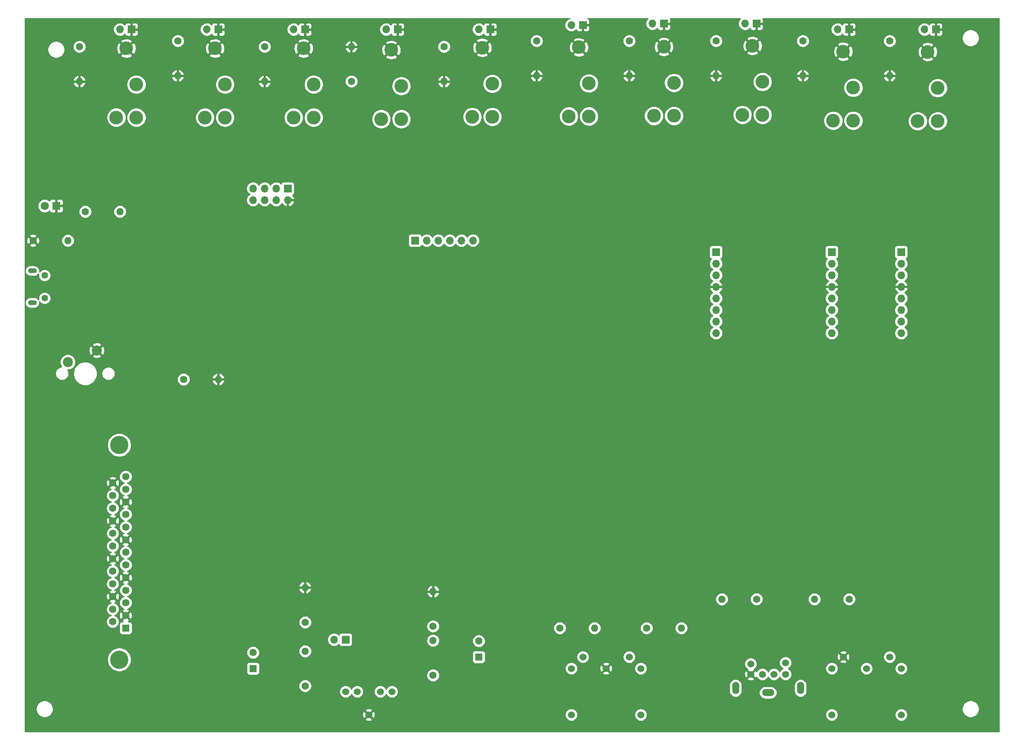
<source format=gbl>
%TF.GenerationSoftware,KiCad,Pcbnew,5.1.8-db9833491~87~ubuntu20.04.1*%
%TF.CreationDate,2020-11-28T16:20:25-05:00*%
%TF.ProjectId,DevBoard,44657642-6f61-4726-942e-6b696361645f,V01*%
%TF.SameCoordinates,Original*%
%TF.FileFunction,Copper,L2,Bot*%
%TF.FilePolarity,Positive*%
%FSLAX46Y46*%
G04 Gerber Fmt 4.6, Leading zero omitted, Abs format (unit mm)*
G04 Created by KiCad (PCBNEW 5.1.8-db9833491~87~ubuntu20.04.1) date 2020-11-28 16:20:25*
%MOMM*%
%LPD*%
G01*
G04 APERTURE LIST*
%TA.AperFunction,ComponentPad*%
%ADD10R,1.600000X1.600000*%
%TD*%
%TA.AperFunction,ComponentPad*%
%ADD11C,1.600000*%
%TD*%
%TA.AperFunction,ComponentPad*%
%ADD12R,1.800000X1.800000*%
%TD*%
%TA.AperFunction,ComponentPad*%
%ADD13C,1.800000*%
%TD*%
%TA.AperFunction,ComponentPad*%
%ADD14R,1.700000X1.700000*%
%TD*%
%TA.AperFunction,ComponentPad*%
%ADD15O,1.700000X1.700000*%
%TD*%
%TA.AperFunction,ComponentPad*%
%ADD16O,1.900000X1.100000*%
%TD*%
%TA.AperFunction,ComponentPad*%
%ADD17C,1.450000*%
%TD*%
%TA.AperFunction,ComponentPad*%
%ADD18C,1.524000*%
%TD*%
%TA.AperFunction,ComponentPad*%
%ADD19O,1.500000X2.700000*%
%TD*%
%TA.AperFunction,ComponentPad*%
%ADD20O,2.700000X1.500000*%
%TD*%
%TA.AperFunction,ComponentPad*%
%ADD21C,4.000000*%
%TD*%
%TA.AperFunction,ComponentPad*%
%ADD22C,3.000000*%
%TD*%
%TA.AperFunction,ComponentPad*%
%ADD23O,1.600000X1.600000*%
%TD*%
%TA.AperFunction,ComponentPad*%
%ADD24C,2.200000*%
%TD*%
%TA.AperFunction,Conductor*%
%ADD25C,0.254000*%
%TD*%
%TA.AperFunction,Conductor*%
%ADD26C,0.100000*%
%TD*%
G04 APERTURE END LIST*
D10*
%TO.P,C11,1*%
%TO.N,/OPAMP2_VOUT*%
X113030000Y-153670000D03*
D11*
%TO.P,C11,2*%
%TO.N,/Audio/OPAMP2_VINM*%
X113030000Y-150170000D03*
%TD*%
%TO.P,C12,2*%
%TO.N,/Audio/OPAMP1_VINM*%
X63500000Y-152710000D03*
D10*
%TO.P,C12,1*%
%TO.N,/Audio/OPAMP1_VOUT*%
X63500000Y-156210000D03*
%TD*%
D12*
%TO.P,D1,1*%
%TO.N,GND*%
X20320000Y-54610000D03*
D13*
%TO.P,D1,2*%
%TO.N,Net-(D1-Pad2)*%
X17780000Y-54610000D03*
%TD*%
D14*
%TO.P,J1,1*%
%TO.N,G_3.3*%
X99060000Y-62230000D03*
D15*
%TO.P,J1,2*%
%TO.N,/SWCLK*%
X101600000Y-62230000D03*
%TO.P,J1,3*%
%TO.N,Net-(J1-Pad3)*%
X104140000Y-62230000D03*
%TO.P,J1,4*%
%TO.N,/SWDIO*%
X106680000Y-62230000D03*
%TO.P,J1,5*%
%TO.N,/NRST*%
X109220000Y-62230000D03*
%TO.P,J1,6*%
%TO.N,/TRACESWO*%
X111760000Y-62230000D03*
%TD*%
D16*
%TO.P,J2,SH*%
%TO.N,N/C*%
X15080000Y-68890000D03*
D17*
X17780000Y-74890000D03*
X17780000Y-69890000D03*
D16*
X15080000Y-75890000D03*
%TD*%
D14*
%TO.P,J3,1*%
%TO.N,G_3.3*%
X71120000Y-50800000D03*
D15*
%TO.P,J3,2*%
%TO.N,GND*%
X71120000Y-53340000D03*
%TO.P,J3,3*%
%TO.N,/DebugUartTX*%
X68580000Y-50800000D03*
%TO.P,J3,4*%
%TO.N,/DebugUartRX*%
X68580000Y-53340000D03*
%TO.P,J3,5*%
%TO.N,/DebugPort1*%
X66040000Y-50800000D03*
%TO.P,J3,6*%
%TO.N,/DebugPort2*%
X66040000Y-53340000D03*
%TO.P,J3,7*%
%TO.N,/DebugPort3*%
X63500000Y-50800000D03*
%TO.P,J3,8*%
%TO.N,/DebugPort4*%
X63500000Y-53340000D03*
%TD*%
D18*
%TO.P,J4,2*%
%TO.N,GND*%
X140970000Y-156210000D03*
%TO.P,J4,4*%
%TO.N,Net-(J4-Pad4)*%
X135890000Y-153670000D03*
%TO.P,J4,1*%
%TO.N,Net-(J4-Pad1)*%
X133350000Y-156210000D03*
%TO.P,J4,5*%
%TO.N,Net-(J4-Pad5)*%
X146050000Y-153670000D03*
%TO.P,J4,3*%
%TO.N,Net-(J4-Pad3)*%
X148590000Y-156210000D03*
%TO.P,J4,6*%
%TO.N,N/C*%
X133350000Y-166370000D03*
%TO.P,J4,7*%
X148590000Y-166370000D03*
%TD*%
%TO.P,J5,7*%
%TO.N,N/C*%
X205740000Y-166370000D03*
%TO.P,J5,6*%
X190500000Y-166370000D03*
%TO.P,J5,3*%
%TO.N,Net-(J5-Pad3)*%
X205740000Y-156210000D03*
%TO.P,J5,5*%
%TO.N,G_5V*%
X203200000Y-153670000D03*
%TO.P,J5,1*%
%TO.N,/Keyboard_CLK*%
X190500000Y-156210000D03*
%TO.P,J5,4*%
%TO.N,GND*%
X193040000Y-153670000D03*
%TO.P,J5,2*%
%TO.N,/Keyboard_DATA*%
X198120000Y-156210000D03*
%TD*%
%TO.P,J6,6*%
%TO.N,Net-(J6-Pad6)*%
X180340000Y-154940000D03*
%TO.P,J6,4*%
%TO.N,G_5V*%
X180340000Y-157480000D03*
%TO.P,J6,2*%
%TO.N,Net-(J6-Pad2)*%
X177800000Y-157480000D03*
%TO.P,J6,3*%
%TO.N,GND*%
X172720000Y-157480000D03*
%TO.P,J6,5*%
%TO.N,/Keyboard_CLK*%
X172720000Y-155194000D03*
%TO.P,J6,1*%
%TO.N,/Keyboard_DATA*%
X175260000Y-157480000D03*
D19*
%TO.P,J6,7*%
%TO.N,N/C*%
X183655000Y-160508000D03*
%TO.P,J6,8*%
X169405000Y-160508000D03*
D20*
%TO.P,J6,9*%
X176530000Y-161508000D03*
%TD*%
D14*
%TO.P,J7,1*%
%TO.N,/PS2_MISO*%
X205740000Y-64770000D03*
D15*
%TO.P,J7,2*%
%TO.N,/PS2_MOSI*%
X205740000Y-67310000D03*
%TO.P,J7,3*%
%TO.N,Net-(J7-Pad3)*%
X205740000Y-69850000D03*
%TO.P,J7,4*%
%TO.N,GND*%
X205740000Y-72390000D03*
%TO.P,J7,5*%
%TO.N,G_3.3*%
X205740000Y-74930000D03*
%TO.P,J7,6*%
%TO.N,/PS2_CS*%
X205740000Y-77470000D03*
%TO.P,J7,7*%
%TO.N,/PS2_SCK*%
X205740000Y-80010000D03*
%TO.P,J7,8*%
%TO.N,/PS2_AWK*%
X205740000Y-82550000D03*
%TD*%
%TO.P,J8,8*%
%TO.N,/PS2_AWK*%
X190500000Y-82550000D03*
%TO.P,J8,7*%
%TO.N,/PS2_SCK*%
X190500000Y-80010000D03*
%TO.P,J8,6*%
%TO.N,/PS2_CS*%
X190500000Y-77470000D03*
%TO.P,J8,5*%
%TO.N,G_3.3*%
X190500000Y-74930000D03*
%TO.P,J8,4*%
%TO.N,GND*%
X190500000Y-72390000D03*
%TO.P,J8,3*%
%TO.N,Net-(J8-Pad3)*%
X190500000Y-69850000D03*
%TO.P,J8,2*%
%TO.N,/PS2_MOSI*%
X190500000Y-67310000D03*
D14*
%TO.P,J8,1*%
%TO.N,/PS2_MISO*%
X190500000Y-64770000D03*
%TD*%
%TO.P,J9,1*%
%TO.N,/PS2_MISO*%
X165100000Y-64770000D03*
D15*
%TO.P,J9,2*%
%TO.N,/PS2_MOSI*%
X165100000Y-67310000D03*
%TO.P,J9,3*%
%TO.N,Net-(J9-Pad3)*%
X165100000Y-69850000D03*
%TO.P,J9,4*%
%TO.N,GND*%
X165100000Y-72390000D03*
%TO.P,J9,5*%
%TO.N,G_3.3*%
X165100000Y-74930000D03*
%TO.P,J9,6*%
%TO.N,/PS2_CS*%
X165100000Y-77470000D03*
%TO.P,J9,7*%
%TO.N,/PS2_SCK*%
X165100000Y-80010000D03*
%TO.P,J9,8*%
%TO.N,/PS2_AWK*%
X165100000Y-82550000D03*
%TD*%
D10*
%TO.P,J10,1*%
%TO.N,/Audio/ASignal8*%
X35560000Y-147320000D03*
D11*
%TO.P,J10,2*%
%TO.N,GND*%
X35560000Y-144550000D03*
%TO.P,J10,3*%
%TO.N,Net-(J10-Pad3)*%
X35560000Y-141780000D03*
%TO.P,J10,4*%
%TO.N,/Audio/ASignal6*%
X35560000Y-139010000D03*
%TO.P,J10,5*%
%TO.N,GND*%
X35560000Y-136240000D03*
%TO.P,J10,6*%
%TO.N,Net-(J10-Pad6)*%
X35560000Y-133470000D03*
%TO.P,J10,7*%
%TO.N,/ASignal4*%
X35560000Y-130700000D03*
%TO.P,J10,8*%
%TO.N,GND*%
X35560000Y-127930000D03*
%TO.P,J10,9*%
%TO.N,Net-(J10-Pad9)*%
X35560000Y-125160000D03*
%TO.P,J10,10*%
%TO.N,/ASignal2*%
X35560000Y-122390000D03*
%TO.P,J10,11*%
%TO.N,GND*%
X35560000Y-119620000D03*
%TO.P,J10,12*%
%TO.N,Net-(J10-Pad12)*%
X35560000Y-116850000D03*
%TO.P,J10,13*%
%TO.N,Net-(J10-Pad13)*%
X35560000Y-114080000D03*
%TO.P,J10,14*%
%TO.N,Net-(J10-Pad14)*%
X32720000Y-145935000D03*
%TO.P,J10,15*%
%TO.N,/Audio/ASignal7*%
X32720000Y-143165000D03*
%TO.P,J10,16*%
%TO.N,GND*%
X32720000Y-140395000D03*
%TO.P,J10,17*%
%TO.N,Net-(J10-Pad17)*%
X32720000Y-137625000D03*
%TO.P,J10,18*%
%TO.N,/Audio/ASignal5*%
X32720000Y-134855000D03*
%TO.P,J10,19*%
%TO.N,GND*%
X32720000Y-132085000D03*
%TO.P,J10,20*%
%TO.N,Net-(J10-Pad20)*%
X32720000Y-129315000D03*
%TO.P,J10,21*%
%TO.N,/ASignal3*%
X32720000Y-126545000D03*
%TO.P,J10,22*%
%TO.N,GND*%
X32720000Y-123775000D03*
%TO.P,J10,23*%
%TO.N,Net-(J10-Pad23)*%
X32720000Y-121005000D03*
%TO.P,J10,24*%
%TO.N,/ASignal1*%
X32720000Y-118235000D03*
%TO.P,J10,25*%
%TO.N,GND*%
X32720000Y-115465000D03*
D21*
%TO.P,J10,0*%
%TO.N,Net-(J10-Pad0)*%
X34140000Y-107150000D03*
X34140000Y-154250000D03*
%TD*%
D15*
%TO.P,J11,2*%
%TO.N,/Audio/OPAMP1_VOUT*%
X81280000Y-149860000D03*
D14*
%TO.P,J11,1*%
%TO.N,/OPAMP2_VOUT*%
X83820000Y-149860000D03*
%TD*%
D18*
%TO.P,J12,2*%
%TO.N,/OPAMP2_VOUT*%
X93980000Y-161290000D03*
%TO.P,J12,3*%
X91440000Y-161290000D03*
%TO.P,J12,4*%
%TO.N,/Audio/OPAMP1_VOUT*%
X86360000Y-161290000D03*
%TO.P,J12,5*%
X83820000Y-161290000D03*
%TO.P,J12,1*%
%TO.N,GND*%
X88900000Y-166370000D03*
%TD*%
D22*
%TO.P,J13,1*%
%TO.N,GND*%
X55150001Y-20045001D03*
%TO.P,J13,3*%
%TO.N,Net-(J13-Pad3)*%
X57350001Y-27970001D03*
%TO.P,J13,2*%
%TO.N,/ASignal4*%
X57350001Y-35220001D03*
%TO.P,J13,4*%
%TO.N,Net-(J13-Pad4)*%
X52950001Y-35220001D03*
%TD*%
D15*
%TO.P,J14,2*%
%TO.N,/ASignal4*%
X53340000Y-15875000D03*
D14*
%TO.P,J14,1*%
%TO.N,GND*%
X55880000Y-15875000D03*
%TD*%
D22*
%TO.P,J15,1*%
%TO.N,GND*%
X211550001Y-20825001D03*
%TO.P,J15,3*%
%TO.N,Net-(J15-Pad3)*%
X213750001Y-28750001D03*
%TO.P,J15,2*%
%TO.N,/ASignal3*%
X213750001Y-36000001D03*
%TO.P,J15,4*%
%TO.N,Net-(J15-Pad4)*%
X209350001Y-36000001D03*
%TD*%
D14*
%TO.P,J16,1*%
%TO.N,GND*%
X213360000Y-15875000D03*
D15*
%TO.P,J16,2*%
%TO.N,/ASignal3*%
X210820000Y-15875000D03*
%TD*%
D22*
%TO.P,J17,4*%
%TO.N,Net-(J17-Pad4)*%
X190820001Y-35910001D03*
%TO.P,J17,2*%
%TO.N,/ASignal2*%
X195220001Y-35910001D03*
%TO.P,J17,3*%
%TO.N,Net-(J17-Pad3)*%
X195220001Y-28660001D03*
%TO.P,J17,1*%
%TO.N,GND*%
X193020001Y-20735001D03*
%TD*%
D14*
%TO.P,J18,1*%
%TO.N,GND*%
X194310000Y-15875000D03*
D15*
%TO.P,J18,2*%
%TO.N,/ASignal2*%
X191770000Y-15875000D03*
%TD*%
D22*
%TO.P,J19,4*%
%TO.N,Net-(J19-Pad4)*%
X33500001Y-35220001D03*
%TO.P,J19,2*%
%TO.N,/ASignal1*%
X37900001Y-35220001D03*
%TO.P,J19,3*%
%TO.N,Net-(J19-Pad3)*%
X37900001Y-27970001D03*
%TO.P,J19,1*%
%TO.N,GND*%
X35700001Y-20045001D03*
%TD*%
D14*
%TO.P,J20,1*%
%TO.N,GND*%
X36830000Y-15875000D03*
D15*
%TO.P,J20,2*%
%TO.N,/ASignal1*%
X34290000Y-15875000D03*
%TD*%
D22*
%TO.P,J21,4*%
%TO.N,Net-(J21-Pad4)*%
X151470000Y-34860000D03*
%TO.P,J21,2*%
%TO.N,/Audio/ASignal5*%
X155870000Y-34860000D03*
%TO.P,J21,3*%
%TO.N,Net-(J21-Pad3)*%
X155870000Y-27610000D03*
%TO.P,J21,1*%
%TO.N,GND*%
X153670000Y-19685000D03*
%TD*%
D14*
%TO.P,J22,1*%
%TO.N,GND*%
X153670000Y-14605000D03*
D15*
%TO.P,J22,2*%
%TO.N,/Audio/ASignal5*%
X151130000Y-14605000D03*
%TD*%
D22*
%TO.P,J23,1*%
%TO.N,GND*%
X173100001Y-19465001D03*
%TO.P,J23,3*%
%TO.N,Net-(J23-Pad3)*%
X175300001Y-27390001D03*
%TO.P,J23,2*%
%TO.N,/Audio/ASignal6*%
X175300001Y-34640001D03*
%TO.P,J23,4*%
%TO.N,Net-(J23-Pad4)*%
X170900001Y-34640001D03*
%TD*%
D14*
%TO.P,J24,1*%
%TO.N,GND*%
X173990000Y-14605000D03*
D15*
%TO.P,J24,2*%
%TO.N,/Audio/ASignal6*%
X171450000Y-14605000D03*
%TD*%
D22*
%TO.P,J25,4*%
%TO.N,Net-(J25-Pad4)*%
X91640001Y-35550001D03*
%TO.P,J25,2*%
%TO.N,/Audio/ASignal7*%
X96040001Y-35550001D03*
%TO.P,J25,3*%
%TO.N,Net-(J25-Pad3)*%
X96040001Y-28300001D03*
%TO.P,J25,1*%
%TO.N,GND*%
X93840001Y-20375001D03*
%TD*%
D14*
%TO.P,J26,1*%
%TO.N,GND*%
X95250000Y-15875000D03*
D15*
%TO.P,J26,2*%
%TO.N,/Audio/ASignal7*%
X92710000Y-15875000D03*
%TD*%
D22*
%TO.P,J27,1*%
%TO.N,GND*%
X74600001Y-20045001D03*
%TO.P,J27,3*%
%TO.N,Net-(J27-Pad3)*%
X76800001Y-27970001D03*
%TO.P,J27,2*%
%TO.N,/Audio/ASignal8*%
X76800001Y-35220001D03*
%TO.P,J27,4*%
%TO.N,Net-(J27-Pad4)*%
X72400001Y-35220001D03*
%TD*%
D15*
%TO.P,J28,2*%
%TO.N,/Audio/ASignal8*%
X72390000Y-15875000D03*
D14*
%TO.P,J28,1*%
%TO.N,GND*%
X74930000Y-15875000D03*
%TD*%
D22*
%TO.P,J29,4*%
%TO.N,Net-(J29-Pad4)*%
X132800001Y-34970001D03*
%TO.P,J29,2*%
%TO.N,/Audio/ASignal9*%
X137200001Y-34970001D03*
%TO.P,J29,3*%
%TO.N,Net-(J29-Pad3)*%
X137200001Y-27720001D03*
%TO.P,J29,1*%
%TO.N,GND*%
X135000001Y-19795001D03*
%TD*%
D15*
%TO.P,J30,2*%
%TO.N,/Audio/ASignal9*%
X133350000Y-14910001D03*
D14*
%TO.P,J30,1*%
%TO.N,GND*%
X135890000Y-14910001D03*
%TD*%
D22*
%TO.P,J31,1*%
%TO.N,GND*%
X113810001Y-19885001D03*
%TO.P,J31,3*%
%TO.N,Net-(J31-Pad3)*%
X116010001Y-27810001D03*
%TO.P,J31,2*%
%TO.N,/ASignal10*%
X116010001Y-35060001D03*
%TO.P,J31,4*%
%TO.N,Net-(J31-Pad4)*%
X111610001Y-35060001D03*
%TD*%
D15*
%TO.P,J32,2*%
%TO.N,/ASignal10*%
X113030000Y-15875000D03*
D14*
%TO.P,J32,1*%
%TO.N,GND*%
X115570000Y-15875000D03*
%TD*%
D11*
%TO.P,R1,1*%
%TO.N,Net-(R1-Pad1)*%
X48260000Y-92710000D03*
D23*
%TO.P,R1,2*%
%TO.N,GND*%
X55880000Y-92710000D03*
%TD*%
%TO.P,R2,2*%
%TO.N,Net-(D1-Pad2)*%
X34290000Y-55880000D03*
D11*
%TO.P,R2,1*%
%TO.N,/VCC_3_3A*%
X26670000Y-55880000D03*
%TD*%
%TO.P,R3,1*%
%TO.N,GND*%
X15240000Y-62230000D03*
D23*
%TO.P,R3,2*%
%TO.N,Net-(J2-Pad4)*%
X22860000Y-62230000D03*
%TD*%
D11*
%TO.P,R4,1*%
%TO.N,Net-(J4-Pad4)*%
X130810000Y-147320000D03*
D23*
%TO.P,R4,2*%
%TO.N,G_5V*%
X138430000Y-147320000D03*
%TD*%
D11*
%TO.P,R5,1*%
%TO.N,/MIDI_UART*%
X149860000Y-147320000D03*
D23*
%TO.P,R5,2*%
%TO.N,Net-(J4-Pad5)*%
X157480000Y-147320000D03*
%TD*%
%TO.P,R6,2*%
%TO.N,/Keyboard_DATA*%
X186690000Y-140970000D03*
D11*
%TO.P,R6,1*%
%TO.N,G_5V*%
X194310000Y-140970000D03*
%TD*%
%TO.P,R7,1*%
%TO.N,G_5V*%
X173990000Y-140970000D03*
D23*
%TO.P,R7,2*%
%TO.N,/Keyboard_CLK*%
X166370000Y-140970000D03*
%TD*%
%TO.P,R8,2*%
%TO.N,GND*%
X103015001Y-139304999D03*
D11*
%TO.P,R8,1*%
%TO.N,/Audio/OPAMP2_VINM*%
X103015001Y-146924999D03*
%TD*%
D23*
%TO.P,R9,2*%
%TO.N,GND*%
X74930000Y-138430000D03*
D11*
%TO.P,R9,1*%
%TO.N,/Audio/OPAMP1_VINM*%
X74930000Y-146050000D03*
%TD*%
%TO.P,R10,1*%
%TO.N,/OPAMP2_VOUT*%
X103015001Y-157694999D03*
D23*
%TO.P,R10,2*%
%TO.N,/Audio/OPAMP2_VINM*%
X103015001Y-150074999D03*
%TD*%
D11*
%TO.P,R11,1*%
%TO.N,/Audio/OPAMP1_VOUT*%
X74930000Y-160020000D03*
D23*
%TO.P,R11,2*%
%TO.N,/Audio/OPAMP1_VINM*%
X74930000Y-152400000D03*
%TD*%
%TO.P,R12,2*%
%TO.N,GND*%
X46990000Y-26035000D03*
D11*
%TO.P,R12,1*%
%TO.N,/ASignal4*%
X46990000Y-18415000D03*
%TD*%
%TO.P,R13,1*%
%TO.N,/ASignal3*%
X203200000Y-18415000D03*
D23*
%TO.P,R13,2*%
%TO.N,GND*%
X203200000Y-26035000D03*
%TD*%
%TO.P,R14,2*%
%TO.N,GND*%
X184150000Y-26035000D03*
D11*
%TO.P,R14,1*%
%TO.N,/ASignal2*%
X184150000Y-18415000D03*
%TD*%
%TO.P,R15,1*%
%TO.N,/ASignal1*%
X25400000Y-19685000D03*
D23*
%TO.P,R15,2*%
%TO.N,GND*%
X25400000Y-27305000D03*
%TD*%
%TO.P,R16,2*%
%TO.N,GND*%
X146050000Y-26035000D03*
D11*
%TO.P,R16,1*%
%TO.N,/Audio/ASignal5*%
X146050000Y-18415000D03*
%TD*%
%TO.P,R17,1*%
%TO.N,/Audio/ASignal6*%
X165100000Y-18415000D03*
D23*
%TO.P,R17,2*%
%TO.N,GND*%
X165100000Y-26035000D03*
%TD*%
%TO.P,R18,2*%
%TO.N,GND*%
X85090000Y-19685000D03*
D11*
%TO.P,R18,1*%
%TO.N,/Audio/ASignal7*%
X85090000Y-27305000D03*
%TD*%
%TO.P,R19,1*%
%TO.N,/Audio/ASignal8*%
X66040000Y-19685000D03*
D23*
%TO.P,R19,2*%
%TO.N,GND*%
X66040000Y-27305000D03*
%TD*%
%TO.P,R20,2*%
%TO.N,GND*%
X125730000Y-26035000D03*
D11*
%TO.P,R20,1*%
%TO.N,/Audio/ASignal9*%
X125730000Y-18415000D03*
%TD*%
D23*
%TO.P,R21,2*%
%TO.N,GND*%
X105410000Y-27305000D03*
D11*
%TO.P,R21,1*%
%TO.N,/ASignal10*%
X105410000Y-19685000D03*
%TD*%
D24*
%TO.P,SW1,1*%
%TO.N,GND*%
X29210000Y-86360000D03*
%TO.P,SW1,2*%
%TO.N,/NRST*%
X22860000Y-88900000D03*
%TD*%
D25*
%TO.N,GND*%
X132916842Y-13482069D02*
X132646589Y-13594011D01*
X132403368Y-13756526D01*
X132196525Y-13963369D01*
X132034010Y-14206590D01*
X131922068Y-14476843D01*
X131865000Y-14763741D01*
X131865000Y-15056261D01*
X131922068Y-15343159D01*
X132034010Y-15613412D01*
X132196525Y-15856633D01*
X132403368Y-16063476D01*
X132646589Y-16225991D01*
X132916842Y-16337933D01*
X133203740Y-16395001D01*
X133496260Y-16395001D01*
X133783158Y-16337933D01*
X134053411Y-16225991D01*
X134296632Y-16063476D01*
X134428487Y-15931621D01*
X134450498Y-16004181D01*
X134509463Y-16114495D01*
X134588815Y-16211186D01*
X134685506Y-16290538D01*
X134795820Y-16349503D01*
X134915518Y-16385813D01*
X135040000Y-16398073D01*
X135604250Y-16395001D01*
X135763000Y-16236251D01*
X135763000Y-15037001D01*
X136017000Y-15037001D01*
X136017000Y-16236251D01*
X136175750Y-16395001D01*
X136740000Y-16398073D01*
X136864482Y-16385813D01*
X136984180Y-16349503D01*
X137094494Y-16290538D01*
X137191185Y-16211186D01*
X137270537Y-16114495D01*
X137329502Y-16004181D01*
X137365812Y-15884483D01*
X137378072Y-15760001D01*
X137375000Y-15195751D01*
X137216250Y-15037001D01*
X136017000Y-15037001D01*
X135763000Y-15037001D01*
X135743000Y-15037001D01*
X135743000Y-14783001D01*
X135763000Y-14783001D01*
X135763000Y-14763001D01*
X136017000Y-14763001D01*
X136017000Y-14783001D01*
X137216250Y-14783001D01*
X137375000Y-14624251D01*
X137378072Y-14060001D01*
X137365812Y-13935519D01*
X137329502Y-13815821D01*
X137270537Y-13705507D01*
X137191185Y-13608816D01*
X137094494Y-13529464D01*
X136984180Y-13470499D01*
X136956163Y-13462000D01*
X150172893Y-13462000D01*
X149976525Y-13658368D01*
X149814010Y-13901589D01*
X149702068Y-14171842D01*
X149645000Y-14458740D01*
X149645000Y-14751260D01*
X149702068Y-15038158D01*
X149814010Y-15308411D01*
X149976525Y-15551632D01*
X150183368Y-15758475D01*
X150426589Y-15920990D01*
X150696842Y-16032932D01*
X150983740Y-16090000D01*
X151276260Y-16090000D01*
X151563158Y-16032932D01*
X151833411Y-15920990D01*
X152076632Y-15758475D01*
X152208487Y-15626620D01*
X152230498Y-15699180D01*
X152289463Y-15809494D01*
X152368815Y-15906185D01*
X152465506Y-15985537D01*
X152575820Y-16044502D01*
X152695518Y-16080812D01*
X152820000Y-16093072D01*
X153384250Y-16090000D01*
X153543000Y-15931250D01*
X153543000Y-14732000D01*
X153797000Y-14732000D01*
X153797000Y-15931250D01*
X153955750Y-16090000D01*
X154520000Y-16093072D01*
X154644482Y-16080812D01*
X154764180Y-16044502D01*
X154874494Y-15985537D01*
X154971185Y-15906185D01*
X155050537Y-15809494D01*
X155109502Y-15699180D01*
X155145812Y-15579482D01*
X155158072Y-15455000D01*
X155155000Y-14890750D01*
X154996250Y-14732000D01*
X153797000Y-14732000D01*
X153543000Y-14732000D01*
X153523000Y-14732000D01*
X153523000Y-14478000D01*
X153543000Y-14478000D01*
X153543000Y-14458000D01*
X153797000Y-14458000D01*
X153797000Y-14478000D01*
X154996250Y-14478000D01*
X155155000Y-14319250D01*
X155158072Y-13755000D01*
X155145812Y-13630518D01*
X155109502Y-13510820D01*
X155083407Y-13462000D01*
X170492893Y-13462000D01*
X170296525Y-13658368D01*
X170134010Y-13901589D01*
X170022068Y-14171842D01*
X169965000Y-14458740D01*
X169965000Y-14751260D01*
X170022068Y-15038158D01*
X170134010Y-15308411D01*
X170296525Y-15551632D01*
X170503368Y-15758475D01*
X170746589Y-15920990D01*
X171016842Y-16032932D01*
X171303740Y-16090000D01*
X171596260Y-16090000D01*
X171883158Y-16032932D01*
X172153411Y-15920990D01*
X172396632Y-15758475D01*
X172528487Y-15626620D01*
X172550498Y-15699180D01*
X172609463Y-15809494D01*
X172688815Y-15906185D01*
X172785506Y-15985537D01*
X172895820Y-16044502D01*
X173015518Y-16080812D01*
X173140000Y-16093072D01*
X173704250Y-16090000D01*
X173863000Y-15931250D01*
X173863000Y-14732000D01*
X174117000Y-14732000D01*
X174117000Y-15931250D01*
X174275750Y-16090000D01*
X174840000Y-16093072D01*
X174964482Y-16080812D01*
X175084180Y-16044502D01*
X175194494Y-15985537D01*
X175291185Y-15906185D01*
X175370537Y-15809494D01*
X175413701Y-15728740D01*
X190285000Y-15728740D01*
X190285000Y-16021260D01*
X190342068Y-16308158D01*
X190454010Y-16578411D01*
X190616525Y-16821632D01*
X190823368Y-17028475D01*
X191066589Y-17190990D01*
X191336842Y-17302932D01*
X191623740Y-17360000D01*
X191916260Y-17360000D01*
X192203158Y-17302932D01*
X192473411Y-17190990D01*
X192716632Y-17028475D01*
X192848487Y-16896620D01*
X192870498Y-16969180D01*
X192929463Y-17079494D01*
X193008815Y-17176185D01*
X193105506Y-17255537D01*
X193215820Y-17314502D01*
X193335518Y-17350812D01*
X193460000Y-17363072D01*
X194024250Y-17360000D01*
X194183000Y-17201250D01*
X194183000Y-16002000D01*
X194437000Y-16002000D01*
X194437000Y-17201250D01*
X194595750Y-17360000D01*
X195160000Y-17363072D01*
X195284482Y-17350812D01*
X195404180Y-17314502D01*
X195514494Y-17255537D01*
X195611185Y-17176185D01*
X195690537Y-17079494D01*
X195749502Y-16969180D01*
X195785812Y-16849482D01*
X195798072Y-16725000D01*
X195795000Y-16160750D01*
X195636250Y-16002000D01*
X194437000Y-16002000D01*
X194183000Y-16002000D01*
X194163000Y-16002000D01*
X194163000Y-15748000D01*
X194183000Y-15748000D01*
X194183000Y-14548750D01*
X194437000Y-14548750D01*
X194437000Y-15748000D01*
X195636250Y-15748000D01*
X195655510Y-15728740D01*
X209335000Y-15728740D01*
X209335000Y-16021260D01*
X209392068Y-16308158D01*
X209504010Y-16578411D01*
X209666525Y-16821632D01*
X209873368Y-17028475D01*
X210116589Y-17190990D01*
X210386842Y-17302932D01*
X210673740Y-17360000D01*
X210966260Y-17360000D01*
X211253158Y-17302932D01*
X211523411Y-17190990D01*
X211766632Y-17028475D01*
X211898487Y-16896620D01*
X211920498Y-16969180D01*
X211979463Y-17079494D01*
X212058815Y-17176185D01*
X212155506Y-17255537D01*
X212265820Y-17314502D01*
X212385518Y-17350812D01*
X212510000Y-17363072D01*
X213074250Y-17360000D01*
X213233000Y-17201250D01*
X213233000Y-16002000D01*
X213487000Y-16002000D01*
X213487000Y-17201250D01*
X213645750Y-17360000D01*
X214210000Y-17363072D01*
X214334482Y-17350812D01*
X214454180Y-17314502D01*
X214564494Y-17255537D01*
X214661185Y-17176185D01*
X214740537Y-17079494D01*
X214799502Y-16969180D01*
X214835812Y-16849482D01*
X214848072Y-16725000D01*
X214845000Y-16160750D01*
X214686250Y-16002000D01*
X213487000Y-16002000D01*
X213233000Y-16002000D01*
X213213000Y-16002000D01*
X213213000Y-15748000D01*
X213233000Y-15748000D01*
X213233000Y-14548750D01*
X213487000Y-14548750D01*
X213487000Y-15748000D01*
X214686250Y-15748000D01*
X214845000Y-15589250D01*
X214848072Y-15025000D01*
X214835812Y-14900518D01*
X214799502Y-14780820D01*
X214740537Y-14670506D01*
X214661185Y-14573815D01*
X214564494Y-14494463D01*
X214454180Y-14435498D01*
X214334482Y-14399188D01*
X214210000Y-14386928D01*
X213645750Y-14390000D01*
X213487000Y-14548750D01*
X213233000Y-14548750D01*
X213074250Y-14390000D01*
X212510000Y-14386928D01*
X212385518Y-14399188D01*
X212265820Y-14435498D01*
X212155506Y-14494463D01*
X212058815Y-14573815D01*
X211979463Y-14670506D01*
X211920498Y-14780820D01*
X211898487Y-14853380D01*
X211766632Y-14721525D01*
X211523411Y-14559010D01*
X211253158Y-14447068D01*
X210966260Y-14390000D01*
X210673740Y-14390000D01*
X210386842Y-14447068D01*
X210116589Y-14559010D01*
X209873368Y-14721525D01*
X209666525Y-14928368D01*
X209504010Y-15171589D01*
X209392068Y-15441842D01*
X209335000Y-15728740D01*
X195655510Y-15728740D01*
X195795000Y-15589250D01*
X195798072Y-15025000D01*
X195785812Y-14900518D01*
X195749502Y-14780820D01*
X195690537Y-14670506D01*
X195611185Y-14573815D01*
X195514494Y-14494463D01*
X195404180Y-14435498D01*
X195284482Y-14399188D01*
X195160000Y-14386928D01*
X194595750Y-14390000D01*
X194437000Y-14548750D01*
X194183000Y-14548750D01*
X194024250Y-14390000D01*
X193460000Y-14386928D01*
X193335518Y-14399188D01*
X193215820Y-14435498D01*
X193105506Y-14494463D01*
X193008815Y-14573815D01*
X192929463Y-14670506D01*
X192870498Y-14780820D01*
X192848487Y-14853380D01*
X192716632Y-14721525D01*
X192473411Y-14559010D01*
X192203158Y-14447068D01*
X191916260Y-14390000D01*
X191623740Y-14390000D01*
X191336842Y-14447068D01*
X191066589Y-14559010D01*
X190823368Y-14721525D01*
X190616525Y-14928368D01*
X190454010Y-15171589D01*
X190342068Y-15441842D01*
X190285000Y-15728740D01*
X175413701Y-15728740D01*
X175429502Y-15699180D01*
X175465812Y-15579482D01*
X175478072Y-15455000D01*
X175475000Y-14890750D01*
X175316250Y-14732000D01*
X174117000Y-14732000D01*
X173863000Y-14732000D01*
X173843000Y-14732000D01*
X173843000Y-14478000D01*
X173863000Y-14478000D01*
X173863000Y-14458000D01*
X174117000Y-14458000D01*
X174117000Y-14478000D01*
X175316250Y-14478000D01*
X175475000Y-14319250D01*
X175478072Y-13755000D01*
X175465812Y-13630518D01*
X175429502Y-13510820D01*
X175403407Y-13462000D01*
X227203000Y-13462000D01*
X227203000Y-170053000D01*
X13462000Y-170053000D01*
X13462000Y-167335565D01*
X88114040Y-167335565D01*
X88181020Y-167575656D01*
X88430048Y-167692756D01*
X88697135Y-167759023D01*
X88972017Y-167771910D01*
X89244133Y-167730922D01*
X89503023Y-167637636D01*
X89618980Y-167575656D01*
X89685960Y-167335565D01*
X88900000Y-166549605D01*
X88114040Y-167335565D01*
X13462000Y-167335565D01*
X13462000Y-164914344D01*
X15895000Y-164914344D01*
X15895000Y-165285656D01*
X15967439Y-165649834D01*
X16109534Y-165992882D01*
X16315825Y-166301618D01*
X16578382Y-166564175D01*
X16887118Y-166770466D01*
X17230166Y-166912561D01*
X17594344Y-166985000D01*
X17965656Y-166985000D01*
X18329834Y-166912561D01*
X18672882Y-166770466D01*
X18981618Y-166564175D01*
X19103776Y-166442017D01*
X87498090Y-166442017D01*
X87539078Y-166714133D01*
X87632364Y-166973023D01*
X87694344Y-167088980D01*
X87934435Y-167155960D01*
X88720395Y-166370000D01*
X89079605Y-166370000D01*
X89865565Y-167155960D01*
X90105656Y-167088980D01*
X90222756Y-166839952D01*
X90289023Y-166572865D01*
X90301910Y-166297983D01*
X90292033Y-166232408D01*
X131953000Y-166232408D01*
X131953000Y-166507592D01*
X132006686Y-166777490D01*
X132111995Y-167031727D01*
X132264880Y-167260535D01*
X132459465Y-167455120D01*
X132688273Y-167608005D01*
X132942510Y-167713314D01*
X133212408Y-167767000D01*
X133487592Y-167767000D01*
X133757490Y-167713314D01*
X134011727Y-167608005D01*
X134240535Y-167455120D01*
X134435120Y-167260535D01*
X134588005Y-167031727D01*
X134693314Y-166777490D01*
X134747000Y-166507592D01*
X134747000Y-166232408D01*
X147193000Y-166232408D01*
X147193000Y-166507592D01*
X147246686Y-166777490D01*
X147351995Y-167031727D01*
X147504880Y-167260535D01*
X147699465Y-167455120D01*
X147928273Y-167608005D01*
X148182510Y-167713314D01*
X148452408Y-167767000D01*
X148727592Y-167767000D01*
X148997490Y-167713314D01*
X149251727Y-167608005D01*
X149480535Y-167455120D01*
X149675120Y-167260535D01*
X149828005Y-167031727D01*
X149933314Y-166777490D01*
X149987000Y-166507592D01*
X149987000Y-166232408D01*
X189103000Y-166232408D01*
X189103000Y-166507592D01*
X189156686Y-166777490D01*
X189261995Y-167031727D01*
X189414880Y-167260535D01*
X189609465Y-167455120D01*
X189838273Y-167608005D01*
X190092510Y-167713314D01*
X190362408Y-167767000D01*
X190637592Y-167767000D01*
X190907490Y-167713314D01*
X191161727Y-167608005D01*
X191390535Y-167455120D01*
X191585120Y-167260535D01*
X191738005Y-167031727D01*
X191843314Y-166777490D01*
X191897000Y-166507592D01*
X191897000Y-166232408D01*
X204343000Y-166232408D01*
X204343000Y-166507592D01*
X204396686Y-166777490D01*
X204501995Y-167031727D01*
X204654880Y-167260535D01*
X204849465Y-167455120D01*
X205078273Y-167608005D01*
X205332510Y-167713314D01*
X205602408Y-167767000D01*
X205877592Y-167767000D01*
X206147490Y-167713314D01*
X206401727Y-167608005D01*
X206630535Y-167455120D01*
X206825120Y-167260535D01*
X206978005Y-167031727D01*
X207083314Y-166777490D01*
X207137000Y-166507592D01*
X207137000Y-166232408D01*
X207083314Y-165962510D01*
X206978005Y-165708273D01*
X206825120Y-165479465D01*
X206630535Y-165284880D01*
X206401727Y-165131995D01*
X206147490Y-165026686D01*
X205877592Y-164973000D01*
X205602408Y-164973000D01*
X205332510Y-165026686D01*
X205078273Y-165131995D01*
X204849465Y-165284880D01*
X204654880Y-165479465D01*
X204501995Y-165708273D01*
X204396686Y-165962510D01*
X204343000Y-166232408D01*
X191897000Y-166232408D01*
X191843314Y-165962510D01*
X191738005Y-165708273D01*
X191585120Y-165479465D01*
X191390535Y-165284880D01*
X191161727Y-165131995D01*
X190907490Y-165026686D01*
X190637592Y-164973000D01*
X190362408Y-164973000D01*
X190092510Y-165026686D01*
X189838273Y-165131995D01*
X189609465Y-165284880D01*
X189414880Y-165479465D01*
X189261995Y-165708273D01*
X189156686Y-165962510D01*
X189103000Y-166232408D01*
X149987000Y-166232408D01*
X149933314Y-165962510D01*
X149828005Y-165708273D01*
X149675120Y-165479465D01*
X149480535Y-165284880D01*
X149251727Y-165131995D01*
X148997490Y-165026686D01*
X148727592Y-164973000D01*
X148452408Y-164973000D01*
X148182510Y-165026686D01*
X147928273Y-165131995D01*
X147699465Y-165284880D01*
X147504880Y-165479465D01*
X147351995Y-165708273D01*
X147246686Y-165962510D01*
X147193000Y-166232408D01*
X134747000Y-166232408D01*
X134693314Y-165962510D01*
X134588005Y-165708273D01*
X134435120Y-165479465D01*
X134240535Y-165284880D01*
X134011727Y-165131995D01*
X133757490Y-165026686D01*
X133487592Y-164973000D01*
X133212408Y-164973000D01*
X132942510Y-165026686D01*
X132688273Y-165131995D01*
X132459465Y-165284880D01*
X132264880Y-165479465D01*
X132111995Y-165708273D01*
X132006686Y-165962510D01*
X131953000Y-166232408D01*
X90292033Y-166232408D01*
X90260922Y-166025867D01*
X90167636Y-165766977D01*
X90105656Y-165651020D01*
X89865565Y-165584040D01*
X89079605Y-166370000D01*
X88720395Y-166370000D01*
X87934435Y-165584040D01*
X87694344Y-165651020D01*
X87577244Y-165900048D01*
X87510977Y-166167135D01*
X87498090Y-166442017D01*
X19103776Y-166442017D01*
X19244175Y-166301618D01*
X19450466Y-165992882D01*
X19592561Y-165649834D01*
X19641373Y-165404435D01*
X88114040Y-165404435D01*
X88900000Y-166190395D01*
X89685960Y-165404435D01*
X89618980Y-165164344D01*
X89369952Y-165047244D01*
X89102865Y-164980977D01*
X88827983Y-164968090D01*
X88555867Y-165009078D01*
X88296977Y-165102364D01*
X88181020Y-165164344D01*
X88114040Y-165404435D01*
X19641373Y-165404435D01*
X19665000Y-165285656D01*
X19665000Y-164914344D01*
X219095000Y-164914344D01*
X219095000Y-165285656D01*
X219167439Y-165649834D01*
X219309534Y-165992882D01*
X219515825Y-166301618D01*
X219778382Y-166564175D01*
X220087118Y-166770466D01*
X220430166Y-166912561D01*
X220794344Y-166985000D01*
X221165656Y-166985000D01*
X221529834Y-166912561D01*
X221872882Y-166770466D01*
X222181618Y-166564175D01*
X222444175Y-166301618D01*
X222650466Y-165992882D01*
X222792561Y-165649834D01*
X222865000Y-165285656D01*
X222865000Y-164914344D01*
X222792561Y-164550166D01*
X222650466Y-164207118D01*
X222444175Y-163898382D01*
X222181618Y-163635825D01*
X221872882Y-163429534D01*
X221529834Y-163287439D01*
X221165656Y-163215000D01*
X220794344Y-163215000D01*
X220430166Y-163287439D01*
X220087118Y-163429534D01*
X219778382Y-163635825D01*
X219515825Y-163898382D01*
X219309534Y-164207118D01*
X219167439Y-164550166D01*
X219095000Y-164914344D01*
X19665000Y-164914344D01*
X19592561Y-164550166D01*
X19450466Y-164207118D01*
X19244175Y-163898382D01*
X18981618Y-163635825D01*
X18672882Y-163429534D01*
X18329834Y-163287439D01*
X17965656Y-163215000D01*
X17594344Y-163215000D01*
X17230166Y-163287439D01*
X16887118Y-163429534D01*
X16578382Y-163635825D01*
X16315825Y-163898382D01*
X16109534Y-164207118D01*
X15967439Y-164550166D01*
X15895000Y-164914344D01*
X13462000Y-164914344D01*
X13462000Y-159878665D01*
X73495000Y-159878665D01*
X73495000Y-160161335D01*
X73550147Y-160438574D01*
X73658320Y-160699727D01*
X73815363Y-160934759D01*
X74015241Y-161134637D01*
X74250273Y-161291680D01*
X74511426Y-161399853D01*
X74788665Y-161455000D01*
X75071335Y-161455000D01*
X75348574Y-161399853D01*
X75609727Y-161291680D01*
X75818162Y-161152408D01*
X82423000Y-161152408D01*
X82423000Y-161427592D01*
X82476686Y-161697490D01*
X82581995Y-161951727D01*
X82734880Y-162180535D01*
X82929465Y-162375120D01*
X83158273Y-162528005D01*
X83412510Y-162633314D01*
X83682408Y-162687000D01*
X83957592Y-162687000D01*
X84227490Y-162633314D01*
X84481727Y-162528005D01*
X84710535Y-162375120D01*
X84905120Y-162180535D01*
X85058005Y-161951727D01*
X85090000Y-161874485D01*
X85121995Y-161951727D01*
X85274880Y-162180535D01*
X85469465Y-162375120D01*
X85698273Y-162528005D01*
X85952510Y-162633314D01*
X86222408Y-162687000D01*
X86497592Y-162687000D01*
X86767490Y-162633314D01*
X87021727Y-162528005D01*
X87250535Y-162375120D01*
X87445120Y-162180535D01*
X87598005Y-161951727D01*
X87703314Y-161697490D01*
X87757000Y-161427592D01*
X87757000Y-161152408D01*
X90043000Y-161152408D01*
X90043000Y-161427592D01*
X90096686Y-161697490D01*
X90201995Y-161951727D01*
X90354880Y-162180535D01*
X90549465Y-162375120D01*
X90778273Y-162528005D01*
X91032510Y-162633314D01*
X91302408Y-162687000D01*
X91577592Y-162687000D01*
X91847490Y-162633314D01*
X92101727Y-162528005D01*
X92330535Y-162375120D01*
X92525120Y-162180535D01*
X92678005Y-161951727D01*
X92710000Y-161874485D01*
X92741995Y-161951727D01*
X92894880Y-162180535D01*
X93089465Y-162375120D01*
X93318273Y-162528005D01*
X93572510Y-162633314D01*
X93842408Y-162687000D01*
X94117592Y-162687000D01*
X94387490Y-162633314D01*
X94641727Y-162528005D01*
X94870535Y-162375120D01*
X95065120Y-162180535D01*
X95218005Y-161951727D01*
X95323314Y-161697490D01*
X95377000Y-161427592D01*
X95377000Y-161152408D01*
X95323314Y-160882510D01*
X95218005Y-160628273D01*
X95065120Y-160399465D01*
X94870535Y-160204880D01*
X94641727Y-160051995D01*
X94387490Y-159946686D01*
X94117592Y-159893000D01*
X93842408Y-159893000D01*
X93572510Y-159946686D01*
X93318273Y-160051995D01*
X93089465Y-160204880D01*
X92894880Y-160399465D01*
X92741995Y-160628273D01*
X92710000Y-160705515D01*
X92678005Y-160628273D01*
X92525120Y-160399465D01*
X92330535Y-160204880D01*
X92101727Y-160051995D01*
X91847490Y-159946686D01*
X91577592Y-159893000D01*
X91302408Y-159893000D01*
X91032510Y-159946686D01*
X90778273Y-160051995D01*
X90549465Y-160204880D01*
X90354880Y-160399465D01*
X90201995Y-160628273D01*
X90096686Y-160882510D01*
X90043000Y-161152408D01*
X87757000Y-161152408D01*
X87703314Y-160882510D01*
X87598005Y-160628273D01*
X87445120Y-160399465D01*
X87250535Y-160204880D01*
X87021727Y-160051995D01*
X86767490Y-159946686D01*
X86497592Y-159893000D01*
X86222408Y-159893000D01*
X85952510Y-159946686D01*
X85698273Y-160051995D01*
X85469465Y-160204880D01*
X85274880Y-160399465D01*
X85121995Y-160628273D01*
X85090000Y-160705515D01*
X85058005Y-160628273D01*
X84905120Y-160399465D01*
X84710535Y-160204880D01*
X84481727Y-160051995D01*
X84227490Y-159946686D01*
X83957592Y-159893000D01*
X83682408Y-159893000D01*
X83412510Y-159946686D01*
X83158273Y-160051995D01*
X82929465Y-160204880D01*
X82734880Y-160399465D01*
X82581995Y-160628273D01*
X82476686Y-160882510D01*
X82423000Y-161152408D01*
X75818162Y-161152408D01*
X75844759Y-161134637D01*
X76044637Y-160934759D01*
X76201680Y-160699727D01*
X76309853Y-160438574D01*
X76365000Y-160161335D01*
X76365000Y-159878665D01*
X76357302Y-159839963D01*
X168020000Y-159839963D01*
X168020000Y-161176036D01*
X168040040Y-161379506D01*
X168119236Y-161640580D01*
X168247843Y-161881187D01*
X168420919Y-162092080D01*
X168631812Y-162265157D01*
X168872419Y-162393764D01*
X169133493Y-162472960D01*
X169405000Y-162499701D01*
X169676506Y-162472960D01*
X169937580Y-162393764D01*
X170178187Y-162265157D01*
X170389080Y-162092081D01*
X170562157Y-161881188D01*
X170690764Y-161640581D01*
X170730982Y-161508000D01*
X174538299Y-161508000D01*
X174565040Y-161779507D01*
X174644236Y-162040581D01*
X174772843Y-162281188D01*
X174945919Y-162492081D01*
X175156812Y-162665157D01*
X175397419Y-162793764D01*
X175658493Y-162872960D01*
X175861963Y-162893000D01*
X177198037Y-162893000D01*
X177401507Y-162872960D01*
X177662581Y-162793764D01*
X177903188Y-162665157D01*
X178114081Y-162492081D01*
X178287157Y-162281188D01*
X178415764Y-162040581D01*
X178494960Y-161779507D01*
X178521701Y-161508000D01*
X178494960Y-161236493D01*
X178415764Y-160975419D01*
X178287157Y-160734812D01*
X178114081Y-160523919D01*
X177903188Y-160350843D01*
X177662581Y-160222236D01*
X177401507Y-160143040D01*
X177198037Y-160123000D01*
X175861963Y-160123000D01*
X175658493Y-160143040D01*
X175397419Y-160222236D01*
X175156812Y-160350843D01*
X174945919Y-160523919D01*
X174772843Y-160734812D01*
X174644236Y-160975419D01*
X174565040Y-161236493D01*
X174538299Y-161508000D01*
X170730982Y-161508000D01*
X170769960Y-161379507D01*
X170790000Y-161176037D01*
X170790000Y-159839963D01*
X182270000Y-159839963D01*
X182270000Y-161176036D01*
X182290040Y-161379506D01*
X182369236Y-161640580D01*
X182497843Y-161881187D01*
X182670919Y-162092080D01*
X182881812Y-162265157D01*
X183122419Y-162393764D01*
X183383493Y-162472960D01*
X183655000Y-162499701D01*
X183926506Y-162472960D01*
X184187580Y-162393764D01*
X184428187Y-162265157D01*
X184639080Y-162092081D01*
X184812157Y-161881188D01*
X184940764Y-161640581D01*
X185019960Y-161379507D01*
X185040000Y-161176037D01*
X185040000Y-159839963D01*
X185019960Y-159636493D01*
X184940764Y-159375419D01*
X184812157Y-159134812D01*
X184639081Y-158923919D01*
X184428188Y-158750843D01*
X184187581Y-158622236D01*
X183926507Y-158543040D01*
X183655000Y-158516299D01*
X183383494Y-158543040D01*
X183122420Y-158622236D01*
X182881813Y-158750843D01*
X182670920Y-158923919D01*
X182497844Y-159134812D01*
X182369236Y-159375419D01*
X182290040Y-159636493D01*
X182270000Y-159839963D01*
X170790000Y-159839963D01*
X170769960Y-159636493D01*
X170690764Y-159375419D01*
X170562157Y-159134812D01*
X170389081Y-158923919D01*
X170178188Y-158750843D01*
X169937581Y-158622236D01*
X169676507Y-158543040D01*
X169405000Y-158516299D01*
X169133494Y-158543040D01*
X168872420Y-158622236D01*
X168631813Y-158750843D01*
X168420920Y-158923919D01*
X168247844Y-159134812D01*
X168119236Y-159375419D01*
X168040040Y-159636493D01*
X168020000Y-159839963D01*
X76357302Y-159839963D01*
X76309853Y-159601426D01*
X76201680Y-159340273D01*
X76044637Y-159105241D01*
X75844759Y-158905363D01*
X75609727Y-158748320D01*
X75348574Y-158640147D01*
X75071335Y-158585000D01*
X74788665Y-158585000D01*
X74511426Y-158640147D01*
X74250273Y-158748320D01*
X74015241Y-158905363D01*
X73815363Y-159105241D01*
X73658320Y-159340273D01*
X73550147Y-159601426D01*
X73495000Y-159878665D01*
X13462000Y-159878665D01*
X13462000Y-153990475D01*
X31505000Y-153990475D01*
X31505000Y-154509525D01*
X31606261Y-155018601D01*
X31804893Y-155498141D01*
X32093262Y-155929715D01*
X32460285Y-156296738D01*
X32891859Y-156585107D01*
X33371399Y-156783739D01*
X33880475Y-156885000D01*
X34399525Y-156885000D01*
X34908601Y-156783739D01*
X35388141Y-156585107D01*
X35819715Y-156296738D01*
X36186738Y-155929715D01*
X36475107Y-155498141D01*
X36511616Y-155410000D01*
X62061928Y-155410000D01*
X62061928Y-157010000D01*
X62074188Y-157134482D01*
X62110498Y-157254180D01*
X62169463Y-157364494D01*
X62248815Y-157461185D01*
X62345506Y-157540537D01*
X62455820Y-157599502D01*
X62575518Y-157635812D01*
X62700000Y-157648072D01*
X64300000Y-157648072D01*
X64424482Y-157635812D01*
X64544180Y-157599502D01*
X64629935Y-157553664D01*
X101580001Y-157553664D01*
X101580001Y-157836334D01*
X101635148Y-158113573D01*
X101743321Y-158374726D01*
X101900364Y-158609758D01*
X102100242Y-158809636D01*
X102335274Y-158966679D01*
X102596427Y-159074852D01*
X102873666Y-159129999D01*
X103156336Y-159129999D01*
X103433575Y-159074852D01*
X103694728Y-158966679D01*
X103929760Y-158809636D01*
X104129638Y-158609758D01*
X104239348Y-158445565D01*
X171934040Y-158445565D01*
X172001020Y-158685656D01*
X172250048Y-158802756D01*
X172517135Y-158869023D01*
X172792017Y-158881910D01*
X173064133Y-158840922D01*
X173323023Y-158747636D01*
X173438980Y-158685656D01*
X173505960Y-158445565D01*
X172720000Y-157659605D01*
X171934040Y-158445565D01*
X104239348Y-158445565D01*
X104286681Y-158374726D01*
X104394854Y-158113573D01*
X104450001Y-157836334D01*
X104450001Y-157553664D01*
X104394854Y-157276425D01*
X104286681Y-157015272D01*
X104129638Y-156780240D01*
X103929760Y-156580362D01*
X103694728Y-156423319D01*
X103433575Y-156315146D01*
X103156336Y-156259999D01*
X102873666Y-156259999D01*
X102596427Y-156315146D01*
X102335274Y-156423319D01*
X102100242Y-156580362D01*
X101900364Y-156780240D01*
X101743321Y-157015272D01*
X101635148Y-157276425D01*
X101580001Y-157553664D01*
X64629935Y-157553664D01*
X64654494Y-157540537D01*
X64751185Y-157461185D01*
X64830537Y-157364494D01*
X64889502Y-157254180D01*
X64925812Y-157134482D01*
X64938072Y-157010000D01*
X64938072Y-156072408D01*
X131953000Y-156072408D01*
X131953000Y-156347592D01*
X132006686Y-156617490D01*
X132111995Y-156871727D01*
X132264880Y-157100535D01*
X132459465Y-157295120D01*
X132688273Y-157448005D01*
X132942510Y-157553314D01*
X133212408Y-157607000D01*
X133487592Y-157607000D01*
X133757490Y-157553314D01*
X134011727Y-157448005D01*
X134240535Y-157295120D01*
X134360090Y-157175565D01*
X140184040Y-157175565D01*
X140251020Y-157415656D01*
X140500048Y-157532756D01*
X140767135Y-157599023D01*
X141042017Y-157611910D01*
X141314133Y-157570922D01*
X141573023Y-157477636D01*
X141688980Y-157415656D01*
X141755960Y-157175565D01*
X140970000Y-156389605D01*
X140184040Y-157175565D01*
X134360090Y-157175565D01*
X134435120Y-157100535D01*
X134588005Y-156871727D01*
X134693314Y-156617490D01*
X134747000Y-156347592D01*
X134747000Y-156282017D01*
X139568090Y-156282017D01*
X139609078Y-156554133D01*
X139702364Y-156813023D01*
X139764344Y-156928980D01*
X140004435Y-156995960D01*
X140790395Y-156210000D01*
X141149605Y-156210000D01*
X141935565Y-156995960D01*
X142175656Y-156928980D01*
X142292756Y-156679952D01*
X142359023Y-156412865D01*
X142371910Y-156137983D01*
X142362033Y-156072408D01*
X147193000Y-156072408D01*
X147193000Y-156347592D01*
X147246686Y-156617490D01*
X147351995Y-156871727D01*
X147504880Y-157100535D01*
X147699465Y-157295120D01*
X147928273Y-157448005D01*
X148182510Y-157553314D01*
X148452408Y-157607000D01*
X148727592Y-157607000D01*
X148997490Y-157553314D01*
X149000621Y-157552017D01*
X171318090Y-157552017D01*
X171359078Y-157824133D01*
X171452364Y-158083023D01*
X171514344Y-158198980D01*
X171754435Y-158265960D01*
X172540395Y-157480000D01*
X172899605Y-157480000D01*
X173685565Y-158265960D01*
X173925656Y-158198980D01*
X173989485Y-158063240D01*
X174021995Y-158141727D01*
X174174880Y-158370535D01*
X174369465Y-158565120D01*
X174598273Y-158718005D01*
X174852510Y-158823314D01*
X175122408Y-158877000D01*
X175397592Y-158877000D01*
X175667490Y-158823314D01*
X175921727Y-158718005D01*
X176150535Y-158565120D01*
X176345120Y-158370535D01*
X176498005Y-158141727D01*
X176530000Y-158064485D01*
X176561995Y-158141727D01*
X176714880Y-158370535D01*
X176909465Y-158565120D01*
X177138273Y-158718005D01*
X177392510Y-158823314D01*
X177662408Y-158877000D01*
X177937592Y-158877000D01*
X178207490Y-158823314D01*
X178461727Y-158718005D01*
X178690535Y-158565120D01*
X178885120Y-158370535D01*
X179038005Y-158141727D01*
X179070000Y-158064485D01*
X179101995Y-158141727D01*
X179254880Y-158370535D01*
X179449465Y-158565120D01*
X179678273Y-158718005D01*
X179932510Y-158823314D01*
X180202408Y-158877000D01*
X180477592Y-158877000D01*
X180747490Y-158823314D01*
X181001727Y-158718005D01*
X181230535Y-158565120D01*
X181425120Y-158370535D01*
X181578005Y-158141727D01*
X181683314Y-157887490D01*
X181737000Y-157617592D01*
X181737000Y-157342408D01*
X181683314Y-157072510D01*
X181578005Y-156818273D01*
X181425120Y-156589465D01*
X181230535Y-156394880D01*
X181001727Y-156241995D01*
X180924485Y-156210000D01*
X181001727Y-156178005D01*
X181159763Y-156072408D01*
X189103000Y-156072408D01*
X189103000Y-156347592D01*
X189156686Y-156617490D01*
X189261995Y-156871727D01*
X189414880Y-157100535D01*
X189609465Y-157295120D01*
X189838273Y-157448005D01*
X190092510Y-157553314D01*
X190362408Y-157607000D01*
X190637592Y-157607000D01*
X190907490Y-157553314D01*
X191161727Y-157448005D01*
X191390535Y-157295120D01*
X191585120Y-157100535D01*
X191738005Y-156871727D01*
X191843314Y-156617490D01*
X191897000Y-156347592D01*
X191897000Y-156072408D01*
X196723000Y-156072408D01*
X196723000Y-156347592D01*
X196776686Y-156617490D01*
X196881995Y-156871727D01*
X197034880Y-157100535D01*
X197229465Y-157295120D01*
X197458273Y-157448005D01*
X197712510Y-157553314D01*
X197982408Y-157607000D01*
X198257592Y-157607000D01*
X198527490Y-157553314D01*
X198781727Y-157448005D01*
X199010535Y-157295120D01*
X199205120Y-157100535D01*
X199358005Y-156871727D01*
X199463314Y-156617490D01*
X199517000Y-156347592D01*
X199517000Y-156072408D01*
X204343000Y-156072408D01*
X204343000Y-156347592D01*
X204396686Y-156617490D01*
X204501995Y-156871727D01*
X204654880Y-157100535D01*
X204849465Y-157295120D01*
X205078273Y-157448005D01*
X205332510Y-157553314D01*
X205602408Y-157607000D01*
X205877592Y-157607000D01*
X206147490Y-157553314D01*
X206401727Y-157448005D01*
X206630535Y-157295120D01*
X206825120Y-157100535D01*
X206978005Y-156871727D01*
X207083314Y-156617490D01*
X207137000Y-156347592D01*
X207137000Y-156072408D01*
X207083314Y-155802510D01*
X206978005Y-155548273D01*
X206825120Y-155319465D01*
X206630535Y-155124880D01*
X206401727Y-154971995D01*
X206147490Y-154866686D01*
X205877592Y-154813000D01*
X205602408Y-154813000D01*
X205332510Y-154866686D01*
X205078273Y-154971995D01*
X204849465Y-155124880D01*
X204654880Y-155319465D01*
X204501995Y-155548273D01*
X204396686Y-155802510D01*
X204343000Y-156072408D01*
X199517000Y-156072408D01*
X199463314Y-155802510D01*
X199358005Y-155548273D01*
X199205120Y-155319465D01*
X199010535Y-155124880D01*
X198781727Y-154971995D01*
X198527490Y-154866686D01*
X198257592Y-154813000D01*
X197982408Y-154813000D01*
X197712510Y-154866686D01*
X197458273Y-154971995D01*
X197229465Y-155124880D01*
X197034880Y-155319465D01*
X196881995Y-155548273D01*
X196776686Y-155802510D01*
X196723000Y-156072408D01*
X191897000Y-156072408D01*
X191843314Y-155802510D01*
X191738005Y-155548273D01*
X191585120Y-155319465D01*
X191390535Y-155124880D01*
X191161727Y-154971995D01*
X190907490Y-154866686D01*
X190637592Y-154813000D01*
X190362408Y-154813000D01*
X190092510Y-154866686D01*
X189838273Y-154971995D01*
X189609465Y-155124880D01*
X189414880Y-155319465D01*
X189261995Y-155548273D01*
X189156686Y-155802510D01*
X189103000Y-156072408D01*
X181159763Y-156072408D01*
X181230535Y-156025120D01*
X181425120Y-155830535D01*
X181578005Y-155601727D01*
X181683314Y-155347490D01*
X181737000Y-155077592D01*
X181737000Y-154802408D01*
X181703813Y-154635565D01*
X192254040Y-154635565D01*
X192321020Y-154875656D01*
X192570048Y-154992756D01*
X192837135Y-155059023D01*
X193112017Y-155071910D01*
X193384133Y-155030922D01*
X193643023Y-154937636D01*
X193758980Y-154875656D01*
X193825960Y-154635565D01*
X193040000Y-153849605D01*
X192254040Y-154635565D01*
X181703813Y-154635565D01*
X181683314Y-154532510D01*
X181578005Y-154278273D01*
X181425120Y-154049465D01*
X181230535Y-153854880D01*
X181061625Y-153742017D01*
X191638090Y-153742017D01*
X191679078Y-154014133D01*
X191772364Y-154273023D01*
X191834344Y-154388980D01*
X192074435Y-154455960D01*
X192860395Y-153670000D01*
X193219605Y-153670000D01*
X194005565Y-154455960D01*
X194245656Y-154388980D01*
X194362756Y-154139952D01*
X194429023Y-153872865D01*
X194441910Y-153597983D01*
X194432033Y-153532408D01*
X201803000Y-153532408D01*
X201803000Y-153807592D01*
X201856686Y-154077490D01*
X201961995Y-154331727D01*
X202114880Y-154560535D01*
X202309465Y-154755120D01*
X202538273Y-154908005D01*
X202792510Y-155013314D01*
X203062408Y-155067000D01*
X203337592Y-155067000D01*
X203607490Y-155013314D01*
X203861727Y-154908005D01*
X204090535Y-154755120D01*
X204285120Y-154560535D01*
X204438005Y-154331727D01*
X204543314Y-154077490D01*
X204597000Y-153807592D01*
X204597000Y-153532408D01*
X204543314Y-153262510D01*
X204438005Y-153008273D01*
X204285120Y-152779465D01*
X204090535Y-152584880D01*
X203861727Y-152431995D01*
X203607490Y-152326686D01*
X203337592Y-152273000D01*
X203062408Y-152273000D01*
X202792510Y-152326686D01*
X202538273Y-152431995D01*
X202309465Y-152584880D01*
X202114880Y-152779465D01*
X201961995Y-153008273D01*
X201856686Y-153262510D01*
X201803000Y-153532408D01*
X194432033Y-153532408D01*
X194400922Y-153325867D01*
X194307636Y-153066977D01*
X194245656Y-152951020D01*
X194005565Y-152884040D01*
X193219605Y-153670000D01*
X192860395Y-153670000D01*
X192074435Y-152884040D01*
X191834344Y-152951020D01*
X191717244Y-153200048D01*
X191650977Y-153467135D01*
X191638090Y-153742017D01*
X181061625Y-153742017D01*
X181001727Y-153701995D01*
X180747490Y-153596686D01*
X180477592Y-153543000D01*
X180202408Y-153543000D01*
X179932510Y-153596686D01*
X179678273Y-153701995D01*
X179449465Y-153854880D01*
X179254880Y-154049465D01*
X179101995Y-154278273D01*
X178996686Y-154532510D01*
X178943000Y-154802408D01*
X178943000Y-155077592D01*
X178996686Y-155347490D01*
X179101995Y-155601727D01*
X179254880Y-155830535D01*
X179449465Y-156025120D01*
X179678273Y-156178005D01*
X179755515Y-156210000D01*
X179678273Y-156241995D01*
X179449465Y-156394880D01*
X179254880Y-156589465D01*
X179101995Y-156818273D01*
X179070000Y-156895515D01*
X179038005Y-156818273D01*
X178885120Y-156589465D01*
X178690535Y-156394880D01*
X178461727Y-156241995D01*
X178207490Y-156136686D01*
X177937592Y-156083000D01*
X177662408Y-156083000D01*
X177392510Y-156136686D01*
X177138273Y-156241995D01*
X176909465Y-156394880D01*
X176714880Y-156589465D01*
X176561995Y-156818273D01*
X176530000Y-156895515D01*
X176498005Y-156818273D01*
X176345120Y-156589465D01*
X176150535Y-156394880D01*
X175921727Y-156241995D01*
X175667490Y-156136686D01*
X175397592Y-156083000D01*
X175122408Y-156083000D01*
X174852510Y-156136686D01*
X174598273Y-156241995D01*
X174369465Y-156394880D01*
X174174880Y-156589465D01*
X174021995Y-156818273D01*
X173992308Y-156889943D01*
X173987636Y-156876977D01*
X173925656Y-156761020D01*
X173685565Y-156694040D01*
X172899605Y-157480000D01*
X172540395Y-157480000D01*
X171754435Y-156694040D01*
X171514344Y-156761020D01*
X171397244Y-157010048D01*
X171330977Y-157277135D01*
X171318090Y-157552017D01*
X149000621Y-157552017D01*
X149251727Y-157448005D01*
X149480535Y-157295120D01*
X149675120Y-157100535D01*
X149828005Y-156871727D01*
X149933314Y-156617490D01*
X149987000Y-156347592D01*
X149987000Y-156072408D01*
X149933314Y-155802510D01*
X149828005Y-155548273D01*
X149675120Y-155319465D01*
X149480535Y-155124880D01*
X149378060Y-155056408D01*
X171323000Y-155056408D01*
X171323000Y-155331592D01*
X171376686Y-155601490D01*
X171481995Y-155855727D01*
X171634880Y-156084535D01*
X171829465Y-156279120D01*
X171972942Y-156374989D01*
X171934040Y-156514435D01*
X172720000Y-157300395D01*
X173505960Y-156514435D01*
X173467058Y-156374989D01*
X173610535Y-156279120D01*
X173805120Y-156084535D01*
X173958005Y-155855727D01*
X174063314Y-155601490D01*
X174117000Y-155331592D01*
X174117000Y-155056408D01*
X174063314Y-154786510D01*
X173958005Y-154532273D01*
X173805120Y-154303465D01*
X173610535Y-154108880D01*
X173381727Y-153955995D01*
X173127490Y-153850686D01*
X172857592Y-153797000D01*
X172582408Y-153797000D01*
X172312510Y-153850686D01*
X172058273Y-153955995D01*
X171829465Y-154108880D01*
X171634880Y-154303465D01*
X171481995Y-154532273D01*
X171376686Y-154786510D01*
X171323000Y-155056408D01*
X149378060Y-155056408D01*
X149251727Y-154971995D01*
X148997490Y-154866686D01*
X148727592Y-154813000D01*
X148452408Y-154813000D01*
X148182510Y-154866686D01*
X147928273Y-154971995D01*
X147699465Y-155124880D01*
X147504880Y-155319465D01*
X147351995Y-155548273D01*
X147246686Y-155802510D01*
X147193000Y-156072408D01*
X142362033Y-156072408D01*
X142330922Y-155865867D01*
X142237636Y-155606977D01*
X142175656Y-155491020D01*
X141935565Y-155424040D01*
X141149605Y-156210000D01*
X140790395Y-156210000D01*
X140004435Y-155424040D01*
X139764344Y-155491020D01*
X139647244Y-155740048D01*
X139580977Y-156007135D01*
X139568090Y-156282017D01*
X134747000Y-156282017D01*
X134747000Y-156072408D01*
X134693314Y-155802510D01*
X134588005Y-155548273D01*
X134435120Y-155319465D01*
X134360090Y-155244435D01*
X140184040Y-155244435D01*
X140970000Y-156030395D01*
X141755960Y-155244435D01*
X141688980Y-155004344D01*
X141439952Y-154887244D01*
X141172865Y-154820977D01*
X140897983Y-154808090D01*
X140625867Y-154849078D01*
X140366977Y-154942364D01*
X140251020Y-155004344D01*
X140184040Y-155244435D01*
X134360090Y-155244435D01*
X134240535Y-155124880D01*
X134011727Y-154971995D01*
X133757490Y-154866686D01*
X133487592Y-154813000D01*
X133212408Y-154813000D01*
X132942510Y-154866686D01*
X132688273Y-154971995D01*
X132459465Y-155124880D01*
X132264880Y-155319465D01*
X132111995Y-155548273D01*
X132006686Y-155802510D01*
X131953000Y-156072408D01*
X64938072Y-156072408D01*
X64938072Y-155410000D01*
X64925812Y-155285518D01*
X64889502Y-155165820D01*
X64830537Y-155055506D01*
X64751185Y-154958815D01*
X64654494Y-154879463D01*
X64544180Y-154820498D01*
X64424482Y-154784188D01*
X64300000Y-154771928D01*
X62700000Y-154771928D01*
X62575518Y-154784188D01*
X62455820Y-154820498D01*
X62345506Y-154879463D01*
X62248815Y-154958815D01*
X62169463Y-155055506D01*
X62110498Y-155165820D01*
X62074188Y-155285518D01*
X62061928Y-155410000D01*
X36511616Y-155410000D01*
X36673739Y-155018601D01*
X36775000Y-154509525D01*
X36775000Y-153990475D01*
X36673739Y-153481399D01*
X36475107Y-153001859D01*
X36186738Y-152570285D01*
X36185118Y-152568665D01*
X62065000Y-152568665D01*
X62065000Y-152851335D01*
X62120147Y-153128574D01*
X62228320Y-153389727D01*
X62385363Y-153624759D01*
X62585241Y-153824637D01*
X62820273Y-153981680D01*
X63081426Y-154089853D01*
X63358665Y-154145000D01*
X63641335Y-154145000D01*
X63918574Y-154089853D01*
X64179727Y-153981680D01*
X64414759Y-153824637D01*
X64614637Y-153624759D01*
X64771680Y-153389727D01*
X64879853Y-153128574D01*
X64935000Y-152851335D01*
X64935000Y-152568665D01*
X64879853Y-152291426D01*
X64866283Y-152258665D01*
X73495000Y-152258665D01*
X73495000Y-152541335D01*
X73550147Y-152818574D01*
X73658320Y-153079727D01*
X73815363Y-153314759D01*
X74015241Y-153514637D01*
X74250273Y-153671680D01*
X74511426Y-153779853D01*
X74788665Y-153835000D01*
X75071335Y-153835000D01*
X75348574Y-153779853D01*
X75609727Y-153671680D01*
X75844759Y-153514637D01*
X76044637Y-153314759D01*
X76201680Y-153079727D01*
X76288551Y-152870000D01*
X111591928Y-152870000D01*
X111591928Y-154470000D01*
X111604188Y-154594482D01*
X111640498Y-154714180D01*
X111699463Y-154824494D01*
X111778815Y-154921185D01*
X111875506Y-155000537D01*
X111985820Y-155059502D01*
X112105518Y-155095812D01*
X112230000Y-155108072D01*
X113830000Y-155108072D01*
X113954482Y-155095812D01*
X114074180Y-155059502D01*
X114184494Y-155000537D01*
X114281185Y-154921185D01*
X114360537Y-154824494D01*
X114419502Y-154714180D01*
X114455812Y-154594482D01*
X114468072Y-154470000D01*
X114468072Y-153532408D01*
X134493000Y-153532408D01*
X134493000Y-153807592D01*
X134546686Y-154077490D01*
X134651995Y-154331727D01*
X134804880Y-154560535D01*
X134999465Y-154755120D01*
X135228273Y-154908005D01*
X135482510Y-155013314D01*
X135752408Y-155067000D01*
X136027592Y-155067000D01*
X136297490Y-155013314D01*
X136551727Y-154908005D01*
X136780535Y-154755120D01*
X136975120Y-154560535D01*
X137128005Y-154331727D01*
X137233314Y-154077490D01*
X137287000Y-153807592D01*
X137287000Y-153532408D01*
X144653000Y-153532408D01*
X144653000Y-153807592D01*
X144706686Y-154077490D01*
X144811995Y-154331727D01*
X144964880Y-154560535D01*
X145159465Y-154755120D01*
X145388273Y-154908005D01*
X145642510Y-155013314D01*
X145912408Y-155067000D01*
X146187592Y-155067000D01*
X146457490Y-155013314D01*
X146711727Y-154908005D01*
X146940535Y-154755120D01*
X147135120Y-154560535D01*
X147288005Y-154331727D01*
X147393314Y-154077490D01*
X147447000Y-153807592D01*
X147447000Y-153532408D01*
X147393314Y-153262510D01*
X147288005Y-153008273D01*
X147135120Y-152779465D01*
X147060090Y-152704435D01*
X192254040Y-152704435D01*
X193040000Y-153490395D01*
X193825960Y-152704435D01*
X193758980Y-152464344D01*
X193509952Y-152347244D01*
X193242865Y-152280977D01*
X192967983Y-152268090D01*
X192695867Y-152309078D01*
X192436977Y-152402364D01*
X192321020Y-152464344D01*
X192254040Y-152704435D01*
X147060090Y-152704435D01*
X146940535Y-152584880D01*
X146711727Y-152431995D01*
X146457490Y-152326686D01*
X146187592Y-152273000D01*
X145912408Y-152273000D01*
X145642510Y-152326686D01*
X145388273Y-152431995D01*
X145159465Y-152584880D01*
X144964880Y-152779465D01*
X144811995Y-153008273D01*
X144706686Y-153262510D01*
X144653000Y-153532408D01*
X137287000Y-153532408D01*
X137233314Y-153262510D01*
X137128005Y-153008273D01*
X136975120Y-152779465D01*
X136780535Y-152584880D01*
X136551727Y-152431995D01*
X136297490Y-152326686D01*
X136027592Y-152273000D01*
X135752408Y-152273000D01*
X135482510Y-152326686D01*
X135228273Y-152431995D01*
X134999465Y-152584880D01*
X134804880Y-152779465D01*
X134651995Y-153008273D01*
X134546686Y-153262510D01*
X134493000Y-153532408D01*
X114468072Y-153532408D01*
X114468072Y-152870000D01*
X114455812Y-152745518D01*
X114419502Y-152625820D01*
X114360537Y-152515506D01*
X114281185Y-152418815D01*
X114184494Y-152339463D01*
X114074180Y-152280498D01*
X113954482Y-152244188D01*
X113830000Y-152231928D01*
X112230000Y-152231928D01*
X112105518Y-152244188D01*
X111985820Y-152280498D01*
X111875506Y-152339463D01*
X111778815Y-152418815D01*
X111699463Y-152515506D01*
X111640498Y-152625820D01*
X111604188Y-152745518D01*
X111591928Y-152870000D01*
X76288551Y-152870000D01*
X76309853Y-152818574D01*
X76365000Y-152541335D01*
X76365000Y-152258665D01*
X76309853Y-151981426D01*
X76201680Y-151720273D01*
X76044637Y-151485241D01*
X75844759Y-151285363D01*
X75609727Y-151128320D01*
X75348574Y-151020147D01*
X75071335Y-150965000D01*
X74788665Y-150965000D01*
X74511426Y-151020147D01*
X74250273Y-151128320D01*
X74015241Y-151285363D01*
X73815363Y-151485241D01*
X73658320Y-151720273D01*
X73550147Y-151981426D01*
X73495000Y-152258665D01*
X64866283Y-152258665D01*
X64771680Y-152030273D01*
X64614637Y-151795241D01*
X64414759Y-151595363D01*
X64179727Y-151438320D01*
X63918574Y-151330147D01*
X63641335Y-151275000D01*
X63358665Y-151275000D01*
X63081426Y-151330147D01*
X62820273Y-151438320D01*
X62585241Y-151595363D01*
X62385363Y-151795241D01*
X62228320Y-152030273D01*
X62120147Y-152291426D01*
X62065000Y-152568665D01*
X36185118Y-152568665D01*
X35819715Y-152203262D01*
X35388141Y-151914893D01*
X34908601Y-151716261D01*
X34399525Y-151615000D01*
X33880475Y-151615000D01*
X33371399Y-151716261D01*
X32891859Y-151914893D01*
X32460285Y-152203262D01*
X32093262Y-152570285D01*
X31804893Y-153001859D01*
X31606261Y-153481399D01*
X31505000Y-153990475D01*
X13462000Y-153990475D01*
X13462000Y-149713740D01*
X79795000Y-149713740D01*
X79795000Y-150006260D01*
X79852068Y-150293158D01*
X79964010Y-150563411D01*
X80126525Y-150806632D01*
X80333368Y-151013475D01*
X80576589Y-151175990D01*
X80846842Y-151287932D01*
X81133740Y-151345000D01*
X81426260Y-151345000D01*
X81713158Y-151287932D01*
X81983411Y-151175990D01*
X82226632Y-151013475D01*
X82358487Y-150881620D01*
X82380498Y-150954180D01*
X82439463Y-151064494D01*
X82518815Y-151161185D01*
X82615506Y-151240537D01*
X82725820Y-151299502D01*
X82845518Y-151335812D01*
X82970000Y-151348072D01*
X84670000Y-151348072D01*
X84794482Y-151335812D01*
X84914180Y-151299502D01*
X85024494Y-151240537D01*
X85121185Y-151161185D01*
X85200537Y-151064494D01*
X85259502Y-150954180D01*
X85295812Y-150834482D01*
X85308072Y-150710000D01*
X85308072Y-149933664D01*
X101580001Y-149933664D01*
X101580001Y-150216334D01*
X101635148Y-150493573D01*
X101743321Y-150754726D01*
X101900364Y-150989758D01*
X102100242Y-151189636D01*
X102335274Y-151346679D01*
X102596427Y-151454852D01*
X102873666Y-151509999D01*
X103156336Y-151509999D01*
X103433575Y-151454852D01*
X103694728Y-151346679D01*
X103929760Y-151189636D01*
X104129638Y-150989758D01*
X104286681Y-150754726D01*
X104394854Y-150493573D01*
X104450001Y-150216334D01*
X104450001Y-150028665D01*
X111595000Y-150028665D01*
X111595000Y-150311335D01*
X111650147Y-150588574D01*
X111758320Y-150849727D01*
X111915363Y-151084759D01*
X112115241Y-151284637D01*
X112350273Y-151441680D01*
X112611426Y-151549853D01*
X112888665Y-151605000D01*
X113171335Y-151605000D01*
X113448574Y-151549853D01*
X113709727Y-151441680D01*
X113944759Y-151284637D01*
X114144637Y-151084759D01*
X114301680Y-150849727D01*
X114409853Y-150588574D01*
X114465000Y-150311335D01*
X114465000Y-150028665D01*
X114409853Y-149751426D01*
X114301680Y-149490273D01*
X114144637Y-149255241D01*
X113944759Y-149055363D01*
X113709727Y-148898320D01*
X113448574Y-148790147D01*
X113171335Y-148735000D01*
X112888665Y-148735000D01*
X112611426Y-148790147D01*
X112350273Y-148898320D01*
X112115241Y-149055363D01*
X111915363Y-149255241D01*
X111758320Y-149490273D01*
X111650147Y-149751426D01*
X111595000Y-150028665D01*
X104450001Y-150028665D01*
X104450001Y-149933664D01*
X104394854Y-149656425D01*
X104286681Y-149395272D01*
X104129638Y-149160240D01*
X103929760Y-148960362D01*
X103694728Y-148803319D01*
X103433575Y-148695146D01*
X103156336Y-148639999D01*
X102873666Y-148639999D01*
X102596427Y-148695146D01*
X102335274Y-148803319D01*
X102100242Y-148960362D01*
X101900364Y-149160240D01*
X101743321Y-149395272D01*
X101635148Y-149656425D01*
X101580001Y-149933664D01*
X85308072Y-149933664D01*
X85308072Y-149010000D01*
X85295812Y-148885518D01*
X85259502Y-148765820D01*
X85200537Y-148655506D01*
X85121185Y-148558815D01*
X85024494Y-148479463D01*
X84914180Y-148420498D01*
X84794482Y-148384188D01*
X84670000Y-148371928D01*
X82970000Y-148371928D01*
X82845518Y-148384188D01*
X82725820Y-148420498D01*
X82615506Y-148479463D01*
X82518815Y-148558815D01*
X82439463Y-148655506D01*
X82380498Y-148765820D01*
X82358487Y-148838380D01*
X82226632Y-148706525D01*
X81983411Y-148544010D01*
X81713158Y-148432068D01*
X81426260Y-148375000D01*
X81133740Y-148375000D01*
X80846842Y-148432068D01*
X80576589Y-148544010D01*
X80333368Y-148706525D01*
X80126525Y-148913368D01*
X79964010Y-149156589D01*
X79852068Y-149426842D01*
X79795000Y-149713740D01*
X13462000Y-149713740D01*
X13462000Y-143023665D01*
X31285000Y-143023665D01*
X31285000Y-143306335D01*
X31340147Y-143583574D01*
X31448320Y-143844727D01*
X31605363Y-144079759D01*
X31805241Y-144279637D01*
X32040273Y-144436680D01*
X32301426Y-144544853D01*
X32327301Y-144550000D01*
X32301426Y-144555147D01*
X32040273Y-144663320D01*
X31805241Y-144820363D01*
X31605363Y-145020241D01*
X31448320Y-145255273D01*
X31340147Y-145516426D01*
X31285000Y-145793665D01*
X31285000Y-146076335D01*
X31340147Y-146353574D01*
X31448320Y-146614727D01*
X31605363Y-146849759D01*
X31805241Y-147049637D01*
X32040273Y-147206680D01*
X32301426Y-147314853D01*
X32578665Y-147370000D01*
X32861335Y-147370000D01*
X33138574Y-147314853D01*
X33399727Y-147206680D01*
X33634759Y-147049637D01*
X33834637Y-146849759D01*
X33991680Y-146614727D01*
X34030917Y-146520000D01*
X34121928Y-146520000D01*
X34121928Y-148120000D01*
X34134188Y-148244482D01*
X34170498Y-148364180D01*
X34229463Y-148474494D01*
X34308815Y-148571185D01*
X34405506Y-148650537D01*
X34515820Y-148709502D01*
X34635518Y-148745812D01*
X34760000Y-148758072D01*
X36360000Y-148758072D01*
X36484482Y-148745812D01*
X36604180Y-148709502D01*
X36714494Y-148650537D01*
X36811185Y-148571185D01*
X36890537Y-148474494D01*
X36949502Y-148364180D01*
X36985812Y-148244482D01*
X36998072Y-148120000D01*
X36998072Y-146520000D01*
X36985812Y-146395518D01*
X36949502Y-146275820D01*
X36890537Y-146165506D01*
X36811185Y-146068815D01*
X36714494Y-145989463D01*
X36604180Y-145930498D01*
X36532207Y-145908665D01*
X73495000Y-145908665D01*
X73495000Y-146191335D01*
X73550147Y-146468574D01*
X73658320Y-146729727D01*
X73815363Y-146964759D01*
X74015241Y-147164637D01*
X74250273Y-147321680D01*
X74511426Y-147429853D01*
X74788665Y-147485000D01*
X75071335Y-147485000D01*
X75348574Y-147429853D01*
X75609727Y-147321680D01*
X75844759Y-147164637D01*
X76044637Y-146964759D01*
X76165640Y-146783664D01*
X101580001Y-146783664D01*
X101580001Y-147066334D01*
X101635148Y-147343573D01*
X101743321Y-147604726D01*
X101900364Y-147839758D01*
X102100242Y-148039636D01*
X102335274Y-148196679D01*
X102596427Y-148304852D01*
X102873666Y-148359999D01*
X103156336Y-148359999D01*
X103433575Y-148304852D01*
X103694728Y-148196679D01*
X103929760Y-148039636D01*
X104129638Y-147839758D01*
X104286681Y-147604726D01*
X104394854Y-147343573D01*
X104427656Y-147178665D01*
X129375000Y-147178665D01*
X129375000Y-147461335D01*
X129430147Y-147738574D01*
X129538320Y-147999727D01*
X129695363Y-148234759D01*
X129895241Y-148434637D01*
X130130273Y-148591680D01*
X130391426Y-148699853D01*
X130668665Y-148755000D01*
X130951335Y-148755000D01*
X131228574Y-148699853D01*
X131489727Y-148591680D01*
X131724759Y-148434637D01*
X131924637Y-148234759D01*
X132081680Y-147999727D01*
X132189853Y-147738574D01*
X132245000Y-147461335D01*
X132245000Y-147178665D01*
X136995000Y-147178665D01*
X136995000Y-147461335D01*
X137050147Y-147738574D01*
X137158320Y-147999727D01*
X137315363Y-148234759D01*
X137515241Y-148434637D01*
X137750273Y-148591680D01*
X138011426Y-148699853D01*
X138288665Y-148755000D01*
X138571335Y-148755000D01*
X138848574Y-148699853D01*
X139109727Y-148591680D01*
X139344759Y-148434637D01*
X139544637Y-148234759D01*
X139701680Y-147999727D01*
X139809853Y-147738574D01*
X139865000Y-147461335D01*
X139865000Y-147178665D01*
X148425000Y-147178665D01*
X148425000Y-147461335D01*
X148480147Y-147738574D01*
X148588320Y-147999727D01*
X148745363Y-148234759D01*
X148945241Y-148434637D01*
X149180273Y-148591680D01*
X149441426Y-148699853D01*
X149718665Y-148755000D01*
X150001335Y-148755000D01*
X150278574Y-148699853D01*
X150539727Y-148591680D01*
X150774759Y-148434637D01*
X150974637Y-148234759D01*
X151131680Y-147999727D01*
X151239853Y-147738574D01*
X151295000Y-147461335D01*
X151295000Y-147178665D01*
X156045000Y-147178665D01*
X156045000Y-147461335D01*
X156100147Y-147738574D01*
X156208320Y-147999727D01*
X156365363Y-148234759D01*
X156565241Y-148434637D01*
X156800273Y-148591680D01*
X157061426Y-148699853D01*
X157338665Y-148755000D01*
X157621335Y-148755000D01*
X157898574Y-148699853D01*
X158159727Y-148591680D01*
X158394759Y-148434637D01*
X158594637Y-148234759D01*
X158751680Y-147999727D01*
X158859853Y-147738574D01*
X158915000Y-147461335D01*
X158915000Y-147178665D01*
X158859853Y-146901426D01*
X158751680Y-146640273D01*
X158594637Y-146405241D01*
X158394759Y-146205363D01*
X158159727Y-146048320D01*
X157898574Y-145940147D01*
X157621335Y-145885000D01*
X157338665Y-145885000D01*
X157061426Y-145940147D01*
X156800273Y-146048320D01*
X156565241Y-146205363D01*
X156365363Y-146405241D01*
X156208320Y-146640273D01*
X156100147Y-146901426D01*
X156045000Y-147178665D01*
X151295000Y-147178665D01*
X151239853Y-146901426D01*
X151131680Y-146640273D01*
X150974637Y-146405241D01*
X150774759Y-146205363D01*
X150539727Y-146048320D01*
X150278574Y-145940147D01*
X150001335Y-145885000D01*
X149718665Y-145885000D01*
X149441426Y-145940147D01*
X149180273Y-146048320D01*
X148945241Y-146205363D01*
X148745363Y-146405241D01*
X148588320Y-146640273D01*
X148480147Y-146901426D01*
X148425000Y-147178665D01*
X139865000Y-147178665D01*
X139809853Y-146901426D01*
X139701680Y-146640273D01*
X139544637Y-146405241D01*
X139344759Y-146205363D01*
X139109727Y-146048320D01*
X138848574Y-145940147D01*
X138571335Y-145885000D01*
X138288665Y-145885000D01*
X138011426Y-145940147D01*
X137750273Y-146048320D01*
X137515241Y-146205363D01*
X137315363Y-146405241D01*
X137158320Y-146640273D01*
X137050147Y-146901426D01*
X136995000Y-147178665D01*
X132245000Y-147178665D01*
X132189853Y-146901426D01*
X132081680Y-146640273D01*
X131924637Y-146405241D01*
X131724759Y-146205363D01*
X131489727Y-146048320D01*
X131228574Y-145940147D01*
X130951335Y-145885000D01*
X130668665Y-145885000D01*
X130391426Y-145940147D01*
X130130273Y-146048320D01*
X129895241Y-146205363D01*
X129695363Y-146405241D01*
X129538320Y-146640273D01*
X129430147Y-146901426D01*
X129375000Y-147178665D01*
X104427656Y-147178665D01*
X104450001Y-147066334D01*
X104450001Y-146783664D01*
X104394854Y-146506425D01*
X104286681Y-146245272D01*
X104129638Y-146010240D01*
X103929760Y-145810362D01*
X103694728Y-145653319D01*
X103433575Y-145545146D01*
X103156336Y-145489999D01*
X102873666Y-145489999D01*
X102596427Y-145545146D01*
X102335274Y-145653319D01*
X102100242Y-145810362D01*
X101900364Y-146010240D01*
X101743321Y-146245272D01*
X101635148Y-146506425D01*
X101580001Y-146783664D01*
X76165640Y-146783664D01*
X76201680Y-146729727D01*
X76309853Y-146468574D01*
X76365000Y-146191335D01*
X76365000Y-145908665D01*
X76309853Y-145631426D01*
X76201680Y-145370273D01*
X76044637Y-145135241D01*
X75844759Y-144935363D01*
X75609727Y-144778320D01*
X75348574Y-144670147D01*
X75071335Y-144615000D01*
X74788665Y-144615000D01*
X74511426Y-144670147D01*
X74250273Y-144778320D01*
X74015241Y-144935363D01*
X73815363Y-145135241D01*
X73658320Y-145370273D01*
X73550147Y-145631426D01*
X73495000Y-145908665D01*
X36532207Y-145908665D01*
X36484482Y-145894188D01*
X36360000Y-145881928D01*
X36097087Y-145881928D01*
X36176292Y-145853603D01*
X36301514Y-145786671D01*
X36373097Y-145542702D01*
X35560000Y-144729605D01*
X34746903Y-145542702D01*
X34818486Y-145786671D01*
X35019802Y-145881928D01*
X34760000Y-145881928D01*
X34635518Y-145894188D01*
X34515820Y-145930498D01*
X34405506Y-145989463D01*
X34308815Y-146068815D01*
X34229463Y-146165506D01*
X34170498Y-146275820D01*
X34134188Y-146395518D01*
X34121928Y-146520000D01*
X34030917Y-146520000D01*
X34099853Y-146353574D01*
X34155000Y-146076335D01*
X34155000Y-145793665D01*
X34099853Y-145516426D01*
X33991680Y-145255273D01*
X33834637Y-145020241D01*
X33634759Y-144820363D01*
X33399727Y-144663320D01*
X33296380Y-144620512D01*
X34119783Y-144620512D01*
X34161213Y-144900130D01*
X34256397Y-145166292D01*
X34323329Y-145291514D01*
X34567298Y-145363097D01*
X35380395Y-144550000D01*
X35739605Y-144550000D01*
X36552702Y-145363097D01*
X36796671Y-145291514D01*
X36917571Y-145036004D01*
X36986300Y-144761816D01*
X37000217Y-144479488D01*
X36958787Y-144199870D01*
X36863603Y-143933708D01*
X36796671Y-143808486D01*
X36552702Y-143736903D01*
X35739605Y-144550000D01*
X35380395Y-144550000D01*
X34567298Y-143736903D01*
X34323329Y-143808486D01*
X34202429Y-144063996D01*
X34133700Y-144338184D01*
X34119783Y-144620512D01*
X33296380Y-144620512D01*
X33138574Y-144555147D01*
X33112699Y-144550000D01*
X33138574Y-144544853D01*
X33399727Y-144436680D01*
X33634759Y-144279637D01*
X33834637Y-144079759D01*
X33991680Y-143844727D01*
X34099853Y-143583574D01*
X34155000Y-143306335D01*
X34155000Y-143023665D01*
X34099853Y-142746426D01*
X33991680Y-142485273D01*
X33834637Y-142250241D01*
X33634759Y-142050363D01*
X33399727Y-141893320D01*
X33138574Y-141785147D01*
X33110118Y-141779487D01*
X33336292Y-141698603D01*
X33461514Y-141631671D01*
X33533097Y-141387702D01*
X32720000Y-140574605D01*
X31906903Y-141387702D01*
X31978486Y-141631671D01*
X32233996Y-141752571D01*
X32336289Y-141778212D01*
X32301426Y-141785147D01*
X32040273Y-141893320D01*
X31805241Y-142050363D01*
X31605363Y-142250241D01*
X31448320Y-142485273D01*
X31340147Y-142746426D01*
X31285000Y-143023665D01*
X13462000Y-143023665D01*
X13462000Y-140465512D01*
X31279783Y-140465512D01*
X31321213Y-140745130D01*
X31416397Y-141011292D01*
X31483329Y-141136514D01*
X31727298Y-141208097D01*
X32540395Y-140395000D01*
X32899605Y-140395000D01*
X33712702Y-141208097D01*
X33956671Y-141136514D01*
X34077571Y-140881004D01*
X34146300Y-140606816D01*
X34160217Y-140324488D01*
X34118787Y-140044870D01*
X34023603Y-139778708D01*
X33956671Y-139653486D01*
X33712702Y-139581903D01*
X32899605Y-140395000D01*
X32540395Y-140395000D01*
X31727298Y-139581903D01*
X31483329Y-139653486D01*
X31362429Y-139908996D01*
X31293700Y-140183184D01*
X31279783Y-140465512D01*
X13462000Y-140465512D01*
X13462000Y-134713665D01*
X31285000Y-134713665D01*
X31285000Y-134996335D01*
X31340147Y-135273574D01*
X31448320Y-135534727D01*
X31605363Y-135769759D01*
X31805241Y-135969637D01*
X32040273Y-136126680D01*
X32301426Y-136234853D01*
X32327301Y-136240000D01*
X32301426Y-136245147D01*
X32040273Y-136353320D01*
X31805241Y-136510363D01*
X31605363Y-136710241D01*
X31448320Y-136945273D01*
X31340147Y-137206426D01*
X31285000Y-137483665D01*
X31285000Y-137766335D01*
X31340147Y-138043574D01*
X31448320Y-138304727D01*
X31605363Y-138539759D01*
X31805241Y-138739637D01*
X32040273Y-138896680D01*
X32301426Y-139004853D01*
X32329882Y-139010513D01*
X32103708Y-139091397D01*
X31978486Y-139158329D01*
X31906903Y-139402298D01*
X32720000Y-140215395D01*
X33533097Y-139402298D01*
X33461514Y-139158329D01*
X33206004Y-139037429D01*
X33103711Y-139011788D01*
X33138574Y-139004853D01*
X33399727Y-138896680D01*
X33441654Y-138868665D01*
X34125000Y-138868665D01*
X34125000Y-139151335D01*
X34180147Y-139428574D01*
X34288320Y-139689727D01*
X34445363Y-139924759D01*
X34645241Y-140124637D01*
X34880273Y-140281680D01*
X35141426Y-140389853D01*
X35167301Y-140395000D01*
X35141426Y-140400147D01*
X34880273Y-140508320D01*
X34645241Y-140665363D01*
X34445363Y-140865241D01*
X34288320Y-141100273D01*
X34180147Y-141361426D01*
X34125000Y-141638665D01*
X34125000Y-141921335D01*
X34180147Y-142198574D01*
X34288320Y-142459727D01*
X34445363Y-142694759D01*
X34645241Y-142894637D01*
X34880273Y-143051680D01*
X35141426Y-143159853D01*
X35169882Y-143165513D01*
X34943708Y-143246397D01*
X34818486Y-143313329D01*
X34746903Y-143557298D01*
X35560000Y-144370395D01*
X36373097Y-143557298D01*
X36301514Y-143313329D01*
X36046004Y-143192429D01*
X35943711Y-143166788D01*
X35978574Y-143159853D01*
X36239727Y-143051680D01*
X36474759Y-142894637D01*
X36674637Y-142694759D01*
X36831680Y-142459727D01*
X36939853Y-142198574D01*
X36995000Y-141921335D01*
X36995000Y-141638665D01*
X36939853Y-141361426D01*
X36831680Y-141100273D01*
X36674637Y-140865241D01*
X36638061Y-140828665D01*
X164935000Y-140828665D01*
X164935000Y-141111335D01*
X164990147Y-141388574D01*
X165098320Y-141649727D01*
X165255363Y-141884759D01*
X165455241Y-142084637D01*
X165690273Y-142241680D01*
X165951426Y-142349853D01*
X166228665Y-142405000D01*
X166511335Y-142405000D01*
X166788574Y-142349853D01*
X167049727Y-142241680D01*
X167284759Y-142084637D01*
X167484637Y-141884759D01*
X167641680Y-141649727D01*
X167749853Y-141388574D01*
X167805000Y-141111335D01*
X167805000Y-140828665D01*
X172555000Y-140828665D01*
X172555000Y-141111335D01*
X172610147Y-141388574D01*
X172718320Y-141649727D01*
X172875363Y-141884759D01*
X173075241Y-142084637D01*
X173310273Y-142241680D01*
X173571426Y-142349853D01*
X173848665Y-142405000D01*
X174131335Y-142405000D01*
X174408574Y-142349853D01*
X174669727Y-142241680D01*
X174904759Y-142084637D01*
X175104637Y-141884759D01*
X175261680Y-141649727D01*
X175369853Y-141388574D01*
X175425000Y-141111335D01*
X175425000Y-140828665D01*
X185255000Y-140828665D01*
X185255000Y-141111335D01*
X185310147Y-141388574D01*
X185418320Y-141649727D01*
X185575363Y-141884759D01*
X185775241Y-142084637D01*
X186010273Y-142241680D01*
X186271426Y-142349853D01*
X186548665Y-142405000D01*
X186831335Y-142405000D01*
X187108574Y-142349853D01*
X187369727Y-142241680D01*
X187604759Y-142084637D01*
X187804637Y-141884759D01*
X187961680Y-141649727D01*
X188069853Y-141388574D01*
X188125000Y-141111335D01*
X188125000Y-140828665D01*
X192875000Y-140828665D01*
X192875000Y-141111335D01*
X192930147Y-141388574D01*
X193038320Y-141649727D01*
X193195363Y-141884759D01*
X193395241Y-142084637D01*
X193630273Y-142241680D01*
X193891426Y-142349853D01*
X194168665Y-142405000D01*
X194451335Y-142405000D01*
X194728574Y-142349853D01*
X194989727Y-142241680D01*
X195224759Y-142084637D01*
X195424637Y-141884759D01*
X195581680Y-141649727D01*
X195689853Y-141388574D01*
X195745000Y-141111335D01*
X195745000Y-140828665D01*
X195689853Y-140551426D01*
X195581680Y-140290273D01*
X195424637Y-140055241D01*
X195224759Y-139855363D01*
X194989727Y-139698320D01*
X194728574Y-139590147D01*
X194451335Y-139535000D01*
X194168665Y-139535000D01*
X193891426Y-139590147D01*
X193630273Y-139698320D01*
X193395241Y-139855363D01*
X193195363Y-140055241D01*
X193038320Y-140290273D01*
X192930147Y-140551426D01*
X192875000Y-140828665D01*
X188125000Y-140828665D01*
X188069853Y-140551426D01*
X187961680Y-140290273D01*
X187804637Y-140055241D01*
X187604759Y-139855363D01*
X187369727Y-139698320D01*
X187108574Y-139590147D01*
X186831335Y-139535000D01*
X186548665Y-139535000D01*
X186271426Y-139590147D01*
X186010273Y-139698320D01*
X185775241Y-139855363D01*
X185575363Y-140055241D01*
X185418320Y-140290273D01*
X185310147Y-140551426D01*
X185255000Y-140828665D01*
X175425000Y-140828665D01*
X175369853Y-140551426D01*
X175261680Y-140290273D01*
X175104637Y-140055241D01*
X174904759Y-139855363D01*
X174669727Y-139698320D01*
X174408574Y-139590147D01*
X174131335Y-139535000D01*
X173848665Y-139535000D01*
X173571426Y-139590147D01*
X173310273Y-139698320D01*
X173075241Y-139855363D01*
X172875363Y-140055241D01*
X172718320Y-140290273D01*
X172610147Y-140551426D01*
X172555000Y-140828665D01*
X167805000Y-140828665D01*
X167749853Y-140551426D01*
X167641680Y-140290273D01*
X167484637Y-140055241D01*
X167284759Y-139855363D01*
X167049727Y-139698320D01*
X166788574Y-139590147D01*
X166511335Y-139535000D01*
X166228665Y-139535000D01*
X165951426Y-139590147D01*
X165690273Y-139698320D01*
X165455241Y-139855363D01*
X165255363Y-140055241D01*
X165098320Y-140290273D01*
X164990147Y-140551426D01*
X164935000Y-140828665D01*
X36638061Y-140828665D01*
X36474759Y-140665363D01*
X36239727Y-140508320D01*
X35978574Y-140400147D01*
X35952699Y-140395000D01*
X35978574Y-140389853D01*
X36239727Y-140281680D01*
X36474759Y-140124637D01*
X36674637Y-139924759D01*
X36831680Y-139689727D01*
X36939853Y-139428574D01*
X36995000Y-139151335D01*
X36995000Y-138868665D01*
X36977173Y-138779040D01*
X73538091Y-138779040D01*
X73632930Y-139043881D01*
X73777615Y-139285131D01*
X73966586Y-139493519D01*
X74192580Y-139661037D01*
X74446913Y-139781246D01*
X74580961Y-139821904D01*
X74803000Y-139699915D01*
X74803000Y-138557000D01*
X75057000Y-138557000D01*
X75057000Y-139699915D01*
X75279039Y-139821904D01*
X75413087Y-139781246D01*
X75667420Y-139661037D01*
X75676860Y-139654039D01*
X101623092Y-139654039D01*
X101717931Y-139918880D01*
X101862616Y-140160130D01*
X102051587Y-140368518D01*
X102277581Y-140536036D01*
X102531914Y-140656245D01*
X102665962Y-140696903D01*
X102888001Y-140574914D01*
X102888001Y-139431999D01*
X103142001Y-139431999D01*
X103142001Y-140574914D01*
X103364040Y-140696903D01*
X103498088Y-140656245D01*
X103752421Y-140536036D01*
X103978415Y-140368518D01*
X104167386Y-140160130D01*
X104312071Y-139918880D01*
X104406910Y-139654039D01*
X104285625Y-139431999D01*
X103142001Y-139431999D01*
X102888001Y-139431999D01*
X101744377Y-139431999D01*
X101623092Y-139654039D01*
X75676860Y-139654039D01*
X75893414Y-139493519D01*
X76082385Y-139285131D01*
X76227070Y-139043881D01*
X76258554Y-138955959D01*
X101623092Y-138955959D01*
X101744377Y-139177999D01*
X102888001Y-139177999D01*
X102888001Y-138035084D01*
X103142001Y-138035084D01*
X103142001Y-139177999D01*
X104285625Y-139177999D01*
X104406910Y-138955959D01*
X104312071Y-138691118D01*
X104167386Y-138449868D01*
X103978415Y-138241480D01*
X103752421Y-138073962D01*
X103498088Y-137953753D01*
X103364040Y-137913095D01*
X103142001Y-138035084D01*
X102888001Y-138035084D01*
X102665962Y-137913095D01*
X102531914Y-137953753D01*
X102277581Y-138073962D01*
X102051587Y-138241480D01*
X101862616Y-138449868D01*
X101717931Y-138691118D01*
X101623092Y-138955959D01*
X76258554Y-138955959D01*
X76321909Y-138779040D01*
X76200624Y-138557000D01*
X75057000Y-138557000D01*
X74803000Y-138557000D01*
X73659376Y-138557000D01*
X73538091Y-138779040D01*
X36977173Y-138779040D01*
X36939853Y-138591426D01*
X36831680Y-138330273D01*
X36674637Y-138095241D01*
X36660356Y-138080960D01*
X73538091Y-138080960D01*
X73659376Y-138303000D01*
X74803000Y-138303000D01*
X74803000Y-137160085D01*
X75057000Y-137160085D01*
X75057000Y-138303000D01*
X76200624Y-138303000D01*
X76321909Y-138080960D01*
X76227070Y-137816119D01*
X76082385Y-137574869D01*
X75893414Y-137366481D01*
X75667420Y-137198963D01*
X75413087Y-137078754D01*
X75279039Y-137038096D01*
X75057000Y-137160085D01*
X74803000Y-137160085D01*
X74580961Y-137038096D01*
X74446913Y-137078754D01*
X74192580Y-137198963D01*
X73966586Y-137366481D01*
X73777615Y-137574869D01*
X73632930Y-137816119D01*
X73538091Y-138080960D01*
X36660356Y-138080960D01*
X36474759Y-137895363D01*
X36239727Y-137738320D01*
X35978574Y-137630147D01*
X35950118Y-137624487D01*
X36176292Y-137543603D01*
X36301514Y-137476671D01*
X36373097Y-137232702D01*
X35560000Y-136419605D01*
X34746903Y-137232702D01*
X34818486Y-137476671D01*
X35073996Y-137597571D01*
X35176289Y-137623212D01*
X35141426Y-137630147D01*
X34880273Y-137738320D01*
X34645241Y-137895363D01*
X34445363Y-138095241D01*
X34288320Y-138330273D01*
X34180147Y-138591426D01*
X34125000Y-138868665D01*
X33441654Y-138868665D01*
X33634759Y-138739637D01*
X33834637Y-138539759D01*
X33991680Y-138304727D01*
X34099853Y-138043574D01*
X34155000Y-137766335D01*
X34155000Y-137483665D01*
X34099853Y-137206426D01*
X33991680Y-136945273D01*
X33834637Y-136710241D01*
X33634759Y-136510363D01*
X33399727Y-136353320D01*
X33296380Y-136310512D01*
X34119783Y-136310512D01*
X34161213Y-136590130D01*
X34256397Y-136856292D01*
X34323329Y-136981514D01*
X34567298Y-137053097D01*
X35380395Y-136240000D01*
X35739605Y-136240000D01*
X36552702Y-137053097D01*
X36796671Y-136981514D01*
X36917571Y-136726004D01*
X36986300Y-136451816D01*
X37000217Y-136169488D01*
X36958787Y-135889870D01*
X36863603Y-135623708D01*
X36796671Y-135498486D01*
X36552702Y-135426903D01*
X35739605Y-136240000D01*
X35380395Y-136240000D01*
X34567298Y-135426903D01*
X34323329Y-135498486D01*
X34202429Y-135753996D01*
X34133700Y-136028184D01*
X34119783Y-136310512D01*
X33296380Y-136310512D01*
X33138574Y-136245147D01*
X33112699Y-136240000D01*
X33138574Y-136234853D01*
X33399727Y-136126680D01*
X33634759Y-135969637D01*
X33834637Y-135769759D01*
X33991680Y-135534727D01*
X34099853Y-135273574D01*
X34155000Y-134996335D01*
X34155000Y-134713665D01*
X34099853Y-134436426D01*
X33991680Y-134175273D01*
X33834637Y-133940241D01*
X33634759Y-133740363D01*
X33399727Y-133583320D01*
X33138574Y-133475147D01*
X33110118Y-133469487D01*
X33336292Y-133388603D01*
X33461514Y-133321671D01*
X33533097Y-133077702D01*
X32720000Y-132264605D01*
X31906903Y-133077702D01*
X31978486Y-133321671D01*
X32233996Y-133442571D01*
X32336289Y-133468212D01*
X32301426Y-133475147D01*
X32040273Y-133583320D01*
X31805241Y-133740363D01*
X31605363Y-133940241D01*
X31448320Y-134175273D01*
X31340147Y-134436426D01*
X31285000Y-134713665D01*
X13462000Y-134713665D01*
X13462000Y-132155512D01*
X31279783Y-132155512D01*
X31321213Y-132435130D01*
X31416397Y-132701292D01*
X31483329Y-132826514D01*
X31727298Y-132898097D01*
X32540395Y-132085000D01*
X32899605Y-132085000D01*
X33712702Y-132898097D01*
X33956671Y-132826514D01*
X34077571Y-132571004D01*
X34146300Y-132296816D01*
X34160217Y-132014488D01*
X34118787Y-131734870D01*
X34023603Y-131468708D01*
X33956671Y-131343486D01*
X33712702Y-131271903D01*
X32899605Y-132085000D01*
X32540395Y-132085000D01*
X31727298Y-131271903D01*
X31483329Y-131343486D01*
X31362429Y-131598996D01*
X31293700Y-131873184D01*
X31279783Y-132155512D01*
X13462000Y-132155512D01*
X13462000Y-126403665D01*
X31285000Y-126403665D01*
X31285000Y-126686335D01*
X31340147Y-126963574D01*
X31448320Y-127224727D01*
X31605363Y-127459759D01*
X31805241Y-127659637D01*
X32040273Y-127816680D01*
X32301426Y-127924853D01*
X32327301Y-127930000D01*
X32301426Y-127935147D01*
X32040273Y-128043320D01*
X31805241Y-128200363D01*
X31605363Y-128400241D01*
X31448320Y-128635273D01*
X31340147Y-128896426D01*
X31285000Y-129173665D01*
X31285000Y-129456335D01*
X31340147Y-129733574D01*
X31448320Y-129994727D01*
X31605363Y-130229759D01*
X31805241Y-130429637D01*
X32040273Y-130586680D01*
X32301426Y-130694853D01*
X32329882Y-130700513D01*
X32103708Y-130781397D01*
X31978486Y-130848329D01*
X31906903Y-131092298D01*
X32720000Y-131905395D01*
X33533097Y-131092298D01*
X33461514Y-130848329D01*
X33206004Y-130727429D01*
X33103711Y-130701788D01*
X33138574Y-130694853D01*
X33399727Y-130586680D01*
X33441654Y-130558665D01*
X34125000Y-130558665D01*
X34125000Y-130841335D01*
X34180147Y-131118574D01*
X34288320Y-131379727D01*
X34445363Y-131614759D01*
X34645241Y-131814637D01*
X34880273Y-131971680D01*
X35141426Y-132079853D01*
X35167301Y-132085000D01*
X35141426Y-132090147D01*
X34880273Y-132198320D01*
X34645241Y-132355363D01*
X34445363Y-132555241D01*
X34288320Y-132790273D01*
X34180147Y-133051426D01*
X34125000Y-133328665D01*
X34125000Y-133611335D01*
X34180147Y-133888574D01*
X34288320Y-134149727D01*
X34445363Y-134384759D01*
X34645241Y-134584637D01*
X34880273Y-134741680D01*
X35141426Y-134849853D01*
X35169882Y-134855513D01*
X34943708Y-134936397D01*
X34818486Y-135003329D01*
X34746903Y-135247298D01*
X35560000Y-136060395D01*
X36373097Y-135247298D01*
X36301514Y-135003329D01*
X36046004Y-134882429D01*
X35943711Y-134856788D01*
X35978574Y-134849853D01*
X36239727Y-134741680D01*
X36474759Y-134584637D01*
X36674637Y-134384759D01*
X36831680Y-134149727D01*
X36939853Y-133888574D01*
X36995000Y-133611335D01*
X36995000Y-133328665D01*
X36939853Y-133051426D01*
X36831680Y-132790273D01*
X36674637Y-132555241D01*
X36474759Y-132355363D01*
X36239727Y-132198320D01*
X35978574Y-132090147D01*
X35952699Y-132085000D01*
X35978574Y-132079853D01*
X36239727Y-131971680D01*
X36474759Y-131814637D01*
X36674637Y-131614759D01*
X36831680Y-131379727D01*
X36939853Y-131118574D01*
X36995000Y-130841335D01*
X36995000Y-130558665D01*
X36939853Y-130281426D01*
X36831680Y-130020273D01*
X36674637Y-129785241D01*
X36474759Y-129585363D01*
X36239727Y-129428320D01*
X35978574Y-129320147D01*
X35950118Y-129314487D01*
X36176292Y-129233603D01*
X36301514Y-129166671D01*
X36373097Y-128922702D01*
X35560000Y-128109605D01*
X34746903Y-128922702D01*
X34818486Y-129166671D01*
X35073996Y-129287571D01*
X35176289Y-129313212D01*
X35141426Y-129320147D01*
X34880273Y-129428320D01*
X34645241Y-129585363D01*
X34445363Y-129785241D01*
X34288320Y-130020273D01*
X34180147Y-130281426D01*
X34125000Y-130558665D01*
X33441654Y-130558665D01*
X33634759Y-130429637D01*
X33834637Y-130229759D01*
X33991680Y-129994727D01*
X34099853Y-129733574D01*
X34155000Y-129456335D01*
X34155000Y-129173665D01*
X34099853Y-128896426D01*
X33991680Y-128635273D01*
X33834637Y-128400241D01*
X33634759Y-128200363D01*
X33399727Y-128043320D01*
X33296380Y-128000512D01*
X34119783Y-128000512D01*
X34161213Y-128280130D01*
X34256397Y-128546292D01*
X34323329Y-128671514D01*
X34567298Y-128743097D01*
X35380395Y-127930000D01*
X35739605Y-127930000D01*
X36552702Y-128743097D01*
X36796671Y-128671514D01*
X36917571Y-128416004D01*
X36986300Y-128141816D01*
X37000217Y-127859488D01*
X36958787Y-127579870D01*
X36863603Y-127313708D01*
X36796671Y-127188486D01*
X36552702Y-127116903D01*
X35739605Y-127930000D01*
X35380395Y-127930000D01*
X34567298Y-127116903D01*
X34323329Y-127188486D01*
X34202429Y-127443996D01*
X34133700Y-127718184D01*
X34119783Y-128000512D01*
X33296380Y-128000512D01*
X33138574Y-127935147D01*
X33112699Y-127930000D01*
X33138574Y-127924853D01*
X33399727Y-127816680D01*
X33634759Y-127659637D01*
X33834637Y-127459759D01*
X33991680Y-127224727D01*
X34099853Y-126963574D01*
X34155000Y-126686335D01*
X34155000Y-126403665D01*
X34099853Y-126126426D01*
X33991680Y-125865273D01*
X33834637Y-125630241D01*
X33634759Y-125430363D01*
X33399727Y-125273320D01*
X33138574Y-125165147D01*
X33110118Y-125159487D01*
X33336292Y-125078603D01*
X33461514Y-125011671D01*
X33533097Y-124767702D01*
X32720000Y-123954605D01*
X31906903Y-124767702D01*
X31978486Y-125011671D01*
X32233996Y-125132571D01*
X32336289Y-125158212D01*
X32301426Y-125165147D01*
X32040273Y-125273320D01*
X31805241Y-125430363D01*
X31605363Y-125630241D01*
X31448320Y-125865273D01*
X31340147Y-126126426D01*
X31285000Y-126403665D01*
X13462000Y-126403665D01*
X13462000Y-123845512D01*
X31279783Y-123845512D01*
X31321213Y-124125130D01*
X31416397Y-124391292D01*
X31483329Y-124516514D01*
X31727298Y-124588097D01*
X32540395Y-123775000D01*
X32899605Y-123775000D01*
X33712702Y-124588097D01*
X33956671Y-124516514D01*
X34077571Y-124261004D01*
X34146300Y-123986816D01*
X34160217Y-123704488D01*
X34118787Y-123424870D01*
X34023603Y-123158708D01*
X33956671Y-123033486D01*
X33712702Y-122961903D01*
X32899605Y-123775000D01*
X32540395Y-123775000D01*
X31727298Y-122961903D01*
X31483329Y-123033486D01*
X31362429Y-123288996D01*
X31293700Y-123563184D01*
X31279783Y-123845512D01*
X13462000Y-123845512D01*
X13462000Y-118093665D01*
X31285000Y-118093665D01*
X31285000Y-118376335D01*
X31340147Y-118653574D01*
X31448320Y-118914727D01*
X31605363Y-119149759D01*
X31805241Y-119349637D01*
X32040273Y-119506680D01*
X32301426Y-119614853D01*
X32327301Y-119620000D01*
X32301426Y-119625147D01*
X32040273Y-119733320D01*
X31805241Y-119890363D01*
X31605363Y-120090241D01*
X31448320Y-120325273D01*
X31340147Y-120586426D01*
X31285000Y-120863665D01*
X31285000Y-121146335D01*
X31340147Y-121423574D01*
X31448320Y-121684727D01*
X31605363Y-121919759D01*
X31805241Y-122119637D01*
X32040273Y-122276680D01*
X32301426Y-122384853D01*
X32329882Y-122390513D01*
X32103708Y-122471397D01*
X31978486Y-122538329D01*
X31906903Y-122782298D01*
X32720000Y-123595395D01*
X33533097Y-122782298D01*
X33461514Y-122538329D01*
X33206004Y-122417429D01*
X33103711Y-122391788D01*
X33138574Y-122384853D01*
X33399727Y-122276680D01*
X33441654Y-122248665D01*
X34125000Y-122248665D01*
X34125000Y-122531335D01*
X34180147Y-122808574D01*
X34288320Y-123069727D01*
X34445363Y-123304759D01*
X34645241Y-123504637D01*
X34880273Y-123661680D01*
X35141426Y-123769853D01*
X35167301Y-123775000D01*
X35141426Y-123780147D01*
X34880273Y-123888320D01*
X34645241Y-124045363D01*
X34445363Y-124245241D01*
X34288320Y-124480273D01*
X34180147Y-124741426D01*
X34125000Y-125018665D01*
X34125000Y-125301335D01*
X34180147Y-125578574D01*
X34288320Y-125839727D01*
X34445363Y-126074759D01*
X34645241Y-126274637D01*
X34880273Y-126431680D01*
X35141426Y-126539853D01*
X35169882Y-126545513D01*
X34943708Y-126626397D01*
X34818486Y-126693329D01*
X34746903Y-126937298D01*
X35560000Y-127750395D01*
X36373097Y-126937298D01*
X36301514Y-126693329D01*
X36046004Y-126572429D01*
X35943711Y-126546788D01*
X35978574Y-126539853D01*
X36239727Y-126431680D01*
X36474759Y-126274637D01*
X36674637Y-126074759D01*
X36831680Y-125839727D01*
X36939853Y-125578574D01*
X36995000Y-125301335D01*
X36995000Y-125018665D01*
X36939853Y-124741426D01*
X36831680Y-124480273D01*
X36674637Y-124245241D01*
X36474759Y-124045363D01*
X36239727Y-123888320D01*
X35978574Y-123780147D01*
X35952699Y-123775000D01*
X35978574Y-123769853D01*
X36239727Y-123661680D01*
X36474759Y-123504637D01*
X36674637Y-123304759D01*
X36831680Y-123069727D01*
X36939853Y-122808574D01*
X36995000Y-122531335D01*
X36995000Y-122248665D01*
X36939853Y-121971426D01*
X36831680Y-121710273D01*
X36674637Y-121475241D01*
X36474759Y-121275363D01*
X36239727Y-121118320D01*
X35978574Y-121010147D01*
X35950118Y-121004487D01*
X36176292Y-120923603D01*
X36301514Y-120856671D01*
X36373097Y-120612702D01*
X35560000Y-119799605D01*
X34746903Y-120612702D01*
X34818486Y-120856671D01*
X35073996Y-120977571D01*
X35176289Y-121003212D01*
X35141426Y-121010147D01*
X34880273Y-121118320D01*
X34645241Y-121275363D01*
X34445363Y-121475241D01*
X34288320Y-121710273D01*
X34180147Y-121971426D01*
X34125000Y-122248665D01*
X33441654Y-122248665D01*
X33634759Y-122119637D01*
X33834637Y-121919759D01*
X33991680Y-121684727D01*
X34099853Y-121423574D01*
X34155000Y-121146335D01*
X34155000Y-120863665D01*
X34099853Y-120586426D01*
X33991680Y-120325273D01*
X33834637Y-120090241D01*
X33634759Y-119890363D01*
X33399727Y-119733320D01*
X33296380Y-119690512D01*
X34119783Y-119690512D01*
X34161213Y-119970130D01*
X34256397Y-120236292D01*
X34323329Y-120361514D01*
X34567298Y-120433097D01*
X35380395Y-119620000D01*
X35739605Y-119620000D01*
X36552702Y-120433097D01*
X36796671Y-120361514D01*
X36917571Y-120106004D01*
X36986300Y-119831816D01*
X37000217Y-119549488D01*
X36958787Y-119269870D01*
X36863603Y-119003708D01*
X36796671Y-118878486D01*
X36552702Y-118806903D01*
X35739605Y-119620000D01*
X35380395Y-119620000D01*
X34567298Y-118806903D01*
X34323329Y-118878486D01*
X34202429Y-119133996D01*
X34133700Y-119408184D01*
X34119783Y-119690512D01*
X33296380Y-119690512D01*
X33138574Y-119625147D01*
X33112699Y-119620000D01*
X33138574Y-119614853D01*
X33399727Y-119506680D01*
X33634759Y-119349637D01*
X33834637Y-119149759D01*
X33991680Y-118914727D01*
X34099853Y-118653574D01*
X34155000Y-118376335D01*
X34155000Y-118093665D01*
X34099853Y-117816426D01*
X33991680Y-117555273D01*
X33834637Y-117320241D01*
X33634759Y-117120363D01*
X33399727Y-116963320D01*
X33138574Y-116855147D01*
X33110118Y-116849487D01*
X33336292Y-116768603D01*
X33461514Y-116701671D01*
X33533097Y-116457702D01*
X32720000Y-115644605D01*
X31906903Y-116457702D01*
X31978486Y-116701671D01*
X32233996Y-116822571D01*
X32336289Y-116848212D01*
X32301426Y-116855147D01*
X32040273Y-116963320D01*
X31805241Y-117120363D01*
X31605363Y-117320241D01*
X31448320Y-117555273D01*
X31340147Y-117816426D01*
X31285000Y-118093665D01*
X13462000Y-118093665D01*
X13462000Y-115535512D01*
X31279783Y-115535512D01*
X31321213Y-115815130D01*
X31416397Y-116081292D01*
X31483329Y-116206514D01*
X31727298Y-116278097D01*
X32540395Y-115465000D01*
X32899605Y-115465000D01*
X33712702Y-116278097D01*
X33956671Y-116206514D01*
X34077571Y-115951004D01*
X34146300Y-115676816D01*
X34160217Y-115394488D01*
X34118787Y-115114870D01*
X34023603Y-114848708D01*
X33956671Y-114723486D01*
X33712702Y-114651903D01*
X32899605Y-115465000D01*
X32540395Y-115465000D01*
X31727298Y-114651903D01*
X31483329Y-114723486D01*
X31362429Y-114978996D01*
X31293700Y-115253184D01*
X31279783Y-115535512D01*
X13462000Y-115535512D01*
X13462000Y-114472298D01*
X31906903Y-114472298D01*
X32720000Y-115285395D01*
X33533097Y-114472298D01*
X33461514Y-114228329D01*
X33206004Y-114107429D01*
X32931816Y-114038700D01*
X32649488Y-114024783D01*
X32369870Y-114066213D01*
X32103708Y-114161397D01*
X31978486Y-114228329D01*
X31906903Y-114472298D01*
X13462000Y-114472298D01*
X13462000Y-113938665D01*
X34125000Y-113938665D01*
X34125000Y-114221335D01*
X34180147Y-114498574D01*
X34288320Y-114759727D01*
X34445363Y-114994759D01*
X34645241Y-115194637D01*
X34880273Y-115351680D01*
X35141426Y-115459853D01*
X35167301Y-115465000D01*
X35141426Y-115470147D01*
X34880273Y-115578320D01*
X34645241Y-115735363D01*
X34445363Y-115935241D01*
X34288320Y-116170273D01*
X34180147Y-116431426D01*
X34125000Y-116708665D01*
X34125000Y-116991335D01*
X34180147Y-117268574D01*
X34288320Y-117529727D01*
X34445363Y-117764759D01*
X34645241Y-117964637D01*
X34880273Y-118121680D01*
X35141426Y-118229853D01*
X35169882Y-118235513D01*
X34943708Y-118316397D01*
X34818486Y-118383329D01*
X34746903Y-118627298D01*
X35560000Y-119440395D01*
X36373097Y-118627298D01*
X36301514Y-118383329D01*
X36046004Y-118262429D01*
X35943711Y-118236788D01*
X35978574Y-118229853D01*
X36239727Y-118121680D01*
X36474759Y-117964637D01*
X36674637Y-117764759D01*
X36831680Y-117529727D01*
X36939853Y-117268574D01*
X36995000Y-116991335D01*
X36995000Y-116708665D01*
X36939853Y-116431426D01*
X36831680Y-116170273D01*
X36674637Y-115935241D01*
X36474759Y-115735363D01*
X36239727Y-115578320D01*
X35978574Y-115470147D01*
X35952699Y-115465000D01*
X35978574Y-115459853D01*
X36239727Y-115351680D01*
X36474759Y-115194637D01*
X36674637Y-114994759D01*
X36831680Y-114759727D01*
X36939853Y-114498574D01*
X36995000Y-114221335D01*
X36995000Y-113938665D01*
X36939853Y-113661426D01*
X36831680Y-113400273D01*
X36674637Y-113165241D01*
X36474759Y-112965363D01*
X36239727Y-112808320D01*
X35978574Y-112700147D01*
X35701335Y-112645000D01*
X35418665Y-112645000D01*
X35141426Y-112700147D01*
X34880273Y-112808320D01*
X34645241Y-112965363D01*
X34445363Y-113165241D01*
X34288320Y-113400273D01*
X34180147Y-113661426D01*
X34125000Y-113938665D01*
X13462000Y-113938665D01*
X13462000Y-106890475D01*
X31505000Y-106890475D01*
X31505000Y-107409525D01*
X31606261Y-107918601D01*
X31804893Y-108398141D01*
X32093262Y-108829715D01*
X32460285Y-109196738D01*
X32891859Y-109485107D01*
X33371399Y-109683739D01*
X33880475Y-109785000D01*
X34399525Y-109785000D01*
X34908601Y-109683739D01*
X35388141Y-109485107D01*
X35819715Y-109196738D01*
X36186738Y-108829715D01*
X36475107Y-108398141D01*
X36673739Y-107918601D01*
X36775000Y-107409525D01*
X36775000Y-106890475D01*
X36673739Y-106381399D01*
X36475107Y-105901859D01*
X36186738Y-105470285D01*
X35819715Y-105103262D01*
X35388141Y-104814893D01*
X34908601Y-104616261D01*
X34399525Y-104515000D01*
X33880475Y-104515000D01*
X33371399Y-104616261D01*
X32891859Y-104814893D01*
X32460285Y-105103262D01*
X32093262Y-105470285D01*
X31804893Y-105901859D01*
X31606261Y-106381399D01*
X31505000Y-106890475D01*
X13462000Y-106890475D01*
X13462000Y-91293740D01*
X20105000Y-91293740D01*
X20105000Y-91586260D01*
X20162068Y-91873158D01*
X20274010Y-92143411D01*
X20436525Y-92386632D01*
X20643368Y-92593475D01*
X20886589Y-92755990D01*
X21156842Y-92867932D01*
X21443740Y-92925000D01*
X21736260Y-92925000D01*
X22023158Y-92867932D01*
X22293411Y-92755990D01*
X22536632Y-92593475D01*
X22743475Y-92386632D01*
X22905990Y-92143411D01*
X23017932Y-91873158D01*
X23075000Y-91586260D01*
X23075000Y-91293740D01*
X23052471Y-91180475D01*
X24035000Y-91180475D01*
X24035000Y-91699525D01*
X24136261Y-92208601D01*
X24334893Y-92688141D01*
X24623262Y-93119715D01*
X24990285Y-93486738D01*
X25421859Y-93775107D01*
X25901399Y-93973739D01*
X26410475Y-94075000D01*
X26929525Y-94075000D01*
X27438601Y-93973739D01*
X27918141Y-93775107D01*
X28349715Y-93486738D01*
X28716738Y-93119715D01*
X29005107Y-92688141D01*
X29203739Y-92208601D01*
X29305000Y-91699525D01*
X29305000Y-91293740D01*
X30265000Y-91293740D01*
X30265000Y-91586260D01*
X30322068Y-91873158D01*
X30434010Y-92143411D01*
X30596525Y-92386632D01*
X30803368Y-92593475D01*
X31046589Y-92755990D01*
X31316842Y-92867932D01*
X31603740Y-92925000D01*
X31896260Y-92925000D01*
X32183158Y-92867932D01*
X32453411Y-92755990D01*
X32696632Y-92593475D01*
X32721442Y-92568665D01*
X46825000Y-92568665D01*
X46825000Y-92851335D01*
X46880147Y-93128574D01*
X46988320Y-93389727D01*
X47145363Y-93624759D01*
X47345241Y-93824637D01*
X47580273Y-93981680D01*
X47841426Y-94089853D01*
X48118665Y-94145000D01*
X48401335Y-94145000D01*
X48678574Y-94089853D01*
X48939727Y-93981680D01*
X49174759Y-93824637D01*
X49374637Y-93624759D01*
X49531680Y-93389727D01*
X49639853Y-93128574D01*
X49653684Y-93059039D01*
X54488096Y-93059039D01*
X54528754Y-93193087D01*
X54648963Y-93447420D01*
X54816481Y-93673414D01*
X55024869Y-93862385D01*
X55266119Y-94007070D01*
X55530960Y-94101909D01*
X55753000Y-93980624D01*
X55753000Y-92837000D01*
X56007000Y-92837000D01*
X56007000Y-93980624D01*
X56229040Y-94101909D01*
X56493881Y-94007070D01*
X56735131Y-93862385D01*
X56943519Y-93673414D01*
X57111037Y-93447420D01*
X57231246Y-93193087D01*
X57271904Y-93059039D01*
X57149915Y-92837000D01*
X56007000Y-92837000D01*
X55753000Y-92837000D01*
X54610085Y-92837000D01*
X54488096Y-93059039D01*
X49653684Y-93059039D01*
X49695000Y-92851335D01*
X49695000Y-92568665D01*
X49653685Y-92360961D01*
X54488096Y-92360961D01*
X54610085Y-92583000D01*
X55753000Y-92583000D01*
X55753000Y-91439376D01*
X56007000Y-91439376D01*
X56007000Y-92583000D01*
X57149915Y-92583000D01*
X57271904Y-92360961D01*
X57231246Y-92226913D01*
X57111037Y-91972580D01*
X56943519Y-91746586D01*
X56735131Y-91557615D01*
X56493881Y-91412930D01*
X56229040Y-91318091D01*
X56007000Y-91439376D01*
X55753000Y-91439376D01*
X55530960Y-91318091D01*
X55266119Y-91412930D01*
X55024869Y-91557615D01*
X54816481Y-91746586D01*
X54648963Y-91972580D01*
X54528754Y-92226913D01*
X54488096Y-92360961D01*
X49653685Y-92360961D01*
X49639853Y-92291426D01*
X49531680Y-92030273D01*
X49374637Y-91795241D01*
X49174759Y-91595363D01*
X48939727Y-91438320D01*
X48678574Y-91330147D01*
X48401335Y-91275000D01*
X48118665Y-91275000D01*
X47841426Y-91330147D01*
X47580273Y-91438320D01*
X47345241Y-91595363D01*
X47145363Y-91795241D01*
X46988320Y-92030273D01*
X46880147Y-92291426D01*
X46825000Y-92568665D01*
X32721442Y-92568665D01*
X32903475Y-92386632D01*
X33065990Y-92143411D01*
X33177932Y-91873158D01*
X33235000Y-91586260D01*
X33235000Y-91293740D01*
X33177932Y-91006842D01*
X33065990Y-90736589D01*
X32903475Y-90493368D01*
X32696632Y-90286525D01*
X32453411Y-90124010D01*
X32183158Y-90012068D01*
X31896260Y-89955000D01*
X31603740Y-89955000D01*
X31316842Y-90012068D01*
X31046589Y-90124010D01*
X30803368Y-90286525D01*
X30596525Y-90493368D01*
X30434010Y-90736589D01*
X30322068Y-91006842D01*
X30265000Y-91293740D01*
X29305000Y-91293740D01*
X29305000Y-91180475D01*
X29203739Y-90671399D01*
X29005107Y-90191859D01*
X28716738Y-89760285D01*
X28349715Y-89393262D01*
X27918141Y-89104893D01*
X27438601Y-88906261D01*
X26929525Y-88805000D01*
X26410475Y-88805000D01*
X25901399Y-88906261D01*
X25421859Y-89104893D01*
X24990285Y-89393262D01*
X24623262Y-89760285D01*
X24334893Y-90191859D01*
X24136261Y-90671399D01*
X24035000Y-91180475D01*
X23052471Y-91180475D01*
X23017932Y-91006842D01*
X22905990Y-90736589D01*
X22838110Y-90635000D01*
X23030883Y-90635000D01*
X23366081Y-90568325D01*
X23681831Y-90437537D01*
X23965998Y-90247663D01*
X24207663Y-90005998D01*
X24397537Y-89721831D01*
X24528325Y-89406081D01*
X24595000Y-89070883D01*
X24595000Y-88729117D01*
X24528325Y-88393919D01*
X24397537Y-88078169D01*
X24207663Y-87794002D01*
X23980373Y-87566712D01*
X28182893Y-87566712D01*
X28290726Y-87841338D01*
X28597384Y-87992216D01*
X28927585Y-88080369D01*
X29268639Y-88102409D01*
X29607439Y-88057489D01*
X29930966Y-87947336D01*
X30129274Y-87841338D01*
X30237107Y-87566712D01*
X29210000Y-86539605D01*
X28182893Y-87566712D01*
X23980373Y-87566712D01*
X23965998Y-87552337D01*
X23681831Y-87362463D01*
X23366081Y-87231675D01*
X23030883Y-87165000D01*
X22689117Y-87165000D01*
X22353919Y-87231675D01*
X22038169Y-87362463D01*
X21754002Y-87552337D01*
X21512337Y-87794002D01*
X21322463Y-88078169D01*
X21191675Y-88393919D01*
X21125000Y-88729117D01*
X21125000Y-89070883D01*
X21191675Y-89406081D01*
X21322463Y-89721831D01*
X21478261Y-89955000D01*
X21443740Y-89955000D01*
X21156842Y-90012068D01*
X20886589Y-90124010D01*
X20643368Y-90286525D01*
X20436525Y-90493368D01*
X20274010Y-90736589D01*
X20162068Y-91006842D01*
X20105000Y-91293740D01*
X13462000Y-91293740D01*
X13462000Y-86418639D01*
X27467591Y-86418639D01*
X27512511Y-86757439D01*
X27622664Y-87080966D01*
X27728662Y-87279274D01*
X28003288Y-87387107D01*
X29030395Y-86360000D01*
X29389605Y-86360000D01*
X30416712Y-87387107D01*
X30691338Y-87279274D01*
X30842216Y-86972616D01*
X30930369Y-86642415D01*
X30952409Y-86301361D01*
X30907489Y-85962561D01*
X30797336Y-85639034D01*
X30691338Y-85440726D01*
X30416712Y-85332893D01*
X29389605Y-86360000D01*
X29030395Y-86360000D01*
X28003288Y-85332893D01*
X27728662Y-85440726D01*
X27577784Y-85747384D01*
X27489631Y-86077585D01*
X27467591Y-86418639D01*
X13462000Y-86418639D01*
X13462000Y-85153288D01*
X28182893Y-85153288D01*
X29210000Y-86180395D01*
X30237107Y-85153288D01*
X30129274Y-84878662D01*
X29822616Y-84727784D01*
X29492415Y-84639631D01*
X29151361Y-84617591D01*
X28812561Y-84662511D01*
X28489034Y-84772664D01*
X28290726Y-84878662D01*
X28182893Y-85153288D01*
X13462000Y-85153288D01*
X13462000Y-75890000D01*
X13489267Y-75890000D01*
X13512147Y-76122300D01*
X13579906Y-76345674D01*
X13689942Y-76551536D01*
X13838025Y-76731975D01*
X14018464Y-76880058D01*
X14224326Y-76990094D01*
X14447700Y-77057853D01*
X14621793Y-77075000D01*
X15538207Y-77075000D01*
X15712300Y-77057853D01*
X15935674Y-76990094D01*
X16141536Y-76880058D01*
X16321975Y-76731975D01*
X16470058Y-76551536D01*
X16580094Y-76345674D01*
X16647853Y-76122300D01*
X16670733Y-75890000D01*
X16647853Y-75657700D01*
X16639996Y-75631797D01*
X16723619Y-75756949D01*
X16913051Y-75946381D01*
X17135799Y-76095216D01*
X17383303Y-76197736D01*
X17646052Y-76250000D01*
X17913948Y-76250000D01*
X18176697Y-76197736D01*
X18424201Y-76095216D01*
X18646949Y-75946381D01*
X18836381Y-75756949D01*
X18985216Y-75534201D01*
X19087736Y-75286697D01*
X19140000Y-75023948D01*
X19140000Y-74783740D01*
X163615000Y-74783740D01*
X163615000Y-75076260D01*
X163672068Y-75363158D01*
X163784010Y-75633411D01*
X163946525Y-75876632D01*
X164153368Y-76083475D01*
X164327760Y-76200000D01*
X164153368Y-76316525D01*
X163946525Y-76523368D01*
X163784010Y-76766589D01*
X163672068Y-77036842D01*
X163615000Y-77323740D01*
X163615000Y-77616260D01*
X163672068Y-77903158D01*
X163784010Y-78173411D01*
X163946525Y-78416632D01*
X164153368Y-78623475D01*
X164327760Y-78740000D01*
X164153368Y-78856525D01*
X163946525Y-79063368D01*
X163784010Y-79306589D01*
X163672068Y-79576842D01*
X163615000Y-79863740D01*
X163615000Y-80156260D01*
X163672068Y-80443158D01*
X163784010Y-80713411D01*
X163946525Y-80956632D01*
X164153368Y-81163475D01*
X164327760Y-81280000D01*
X164153368Y-81396525D01*
X163946525Y-81603368D01*
X163784010Y-81846589D01*
X163672068Y-82116842D01*
X163615000Y-82403740D01*
X163615000Y-82696260D01*
X163672068Y-82983158D01*
X163784010Y-83253411D01*
X163946525Y-83496632D01*
X164153368Y-83703475D01*
X164396589Y-83865990D01*
X164666842Y-83977932D01*
X164953740Y-84035000D01*
X165246260Y-84035000D01*
X165533158Y-83977932D01*
X165803411Y-83865990D01*
X166046632Y-83703475D01*
X166253475Y-83496632D01*
X166415990Y-83253411D01*
X166527932Y-82983158D01*
X166585000Y-82696260D01*
X166585000Y-82403740D01*
X166527932Y-82116842D01*
X166415990Y-81846589D01*
X166253475Y-81603368D01*
X166046632Y-81396525D01*
X165872240Y-81280000D01*
X166046632Y-81163475D01*
X166253475Y-80956632D01*
X166415990Y-80713411D01*
X166527932Y-80443158D01*
X166585000Y-80156260D01*
X166585000Y-79863740D01*
X166527932Y-79576842D01*
X166415990Y-79306589D01*
X166253475Y-79063368D01*
X166046632Y-78856525D01*
X165872240Y-78740000D01*
X166046632Y-78623475D01*
X166253475Y-78416632D01*
X166415990Y-78173411D01*
X166527932Y-77903158D01*
X166585000Y-77616260D01*
X166585000Y-77323740D01*
X166527932Y-77036842D01*
X166415990Y-76766589D01*
X166253475Y-76523368D01*
X166046632Y-76316525D01*
X165872240Y-76200000D01*
X166046632Y-76083475D01*
X166253475Y-75876632D01*
X166415990Y-75633411D01*
X166527932Y-75363158D01*
X166585000Y-75076260D01*
X166585000Y-74783740D01*
X189015000Y-74783740D01*
X189015000Y-75076260D01*
X189072068Y-75363158D01*
X189184010Y-75633411D01*
X189346525Y-75876632D01*
X189553368Y-76083475D01*
X189727760Y-76200000D01*
X189553368Y-76316525D01*
X189346525Y-76523368D01*
X189184010Y-76766589D01*
X189072068Y-77036842D01*
X189015000Y-77323740D01*
X189015000Y-77616260D01*
X189072068Y-77903158D01*
X189184010Y-78173411D01*
X189346525Y-78416632D01*
X189553368Y-78623475D01*
X189727760Y-78740000D01*
X189553368Y-78856525D01*
X189346525Y-79063368D01*
X189184010Y-79306589D01*
X189072068Y-79576842D01*
X189015000Y-79863740D01*
X189015000Y-80156260D01*
X189072068Y-80443158D01*
X189184010Y-80713411D01*
X189346525Y-80956632D01*
X189553368Y-81163475D01*
X189727760Y-81280000D01*
X189553368Y-81396525D01*
X189346525Y-81603368D01*
X189184010Y-81846589D01*
X189072068Y-82116842D01*
X189015000Y-82403740D01*
X189015000Y-82696260D01*
X189072068Y-82983158D01*
X189184010Y-83253411D01*
X189346525Y-83496632D01*
X189553368Y-83703475D01*
X189796589Y-83865990D01*
X190066842Y-83977932D01*
X190353740Y-84035000D01*
X190646260Y-84035000D01*
X190933158Y-83977932D01*
X191203411Y-83865990D01*
X191446632Y-83703475D01*
X191653475Y-83496632D01*
X191815990Y-83253411D01*
X191927932Y-82983158D01*
X191985000Y-82696260D01*
X191985000Y-82403740D01*
X191927932Y-82116842D01*
X191815990Y-81846589D01*
X191653475Y-81603368D01*
X191446632Y-81396525D01*
X191272240Y-81280000D01*
X191446632Y-81163475D01*
X191653475Y-80956632D01*
X191815990Y-80713411D01*
X191927932Y-80443158D01*
X191985000Y-80156260D01*
X191985000Y-79863740D01*
X191927932Y-79576842D01*
X191815990Y-79306589D01*
X191653475Y-79063368D01*
X191446632Y-78856525D01*
X191272240Y-78740000D01*
X191446632Y-78623475D01*
X191653475Y-78416632D01*
X191815990Y-78173411D01*
X191927932Y-77903158D01*
X191985000Y-77616260D01*
X191985000Y-77323740D01*
X191927932Y-77036842D01*
X191815990Y-76766589D01*
X191653475Y-76523368D01*
X191446632Y-76316525D01*
X191272240Y-76200000D01*
X191446632Y-76083475D01*
X191653475Y-75876632D01*
X191815990Y-75633411D01*
X191927932Y-75363158D01*
X191985000Y-75076260D01*
X191985000Y-74783740D01*
X204255000Y-74783740D01*
X204255000Y-75076260D01*
X204312068Y-75363158D01*
X204424010Y-75633411D01*
X204586525Y-75876632D01*
X204793368Y-76083475D01*
X204967760Y-76200000D01*
X204793368Y-76316525D01*
X204586525Y-76523368D01*
X204424010Y-76766589D01*
X204312068Y-77036842D01*
X204255000Y-77323740D01*
X204255000Y-77616260D01*
X204312068Y-77903158D01*
X204424010Y-78173411D01*
X204586525Y-78416632D01*
X204793368Y-78623475D01*
X204967760Y-78740000D01*
X204793368Y-78856525D01*
X204586525Y-79063368D01*
X204424010Y-79306589D01*
X204312068Y-79576842D01*
X204255000Y-79863740D01*
X204255000Y-80156260D01*
X204312068Y-80443158D01*
X204424010Y-80713411D01*
X204586525Y-80956632D01*
X204793368Y-81163475D01*
X204967760Y-81280000D01*
X204793368Y-81396525D01*
X204586525Y-81603368D01*
X204424010Y-81846589D01*
X204312068Y-82116842D01*
X204255000Y-82403740D01*
X204255000Y-82696260D01*
X204312068Y-82983158D01*
X204424010Y-83253411D01*
X204586525Y-83496632D01*
X204793368Y-83703475D01*
X205036589Y-83865990D01*
X205306842Y-83977932D01*
X205593740Y-84035000D01*
X205886260Y-84035000D01*
X206173158Y-83977932D01*
X206443411Y-83865990D01*
X206686632Y-83703475D01*
X206893475Y-83496632D01*
X207055990Y-83253411D01*
X207167932Y-82983158D01*
X207225000Y-82696260D01*
X207225000Y-82403740D01*
X207167932Y-82116842D01*
X207055990Y-81846589D01*
X206893475Y-81603368D01*
X206686632Y-81396525D01*
X206512240Y-81280000D01*
X206686632Y-81163475D01*
X206893475Y-80956632D01*
X207055990Y-80713411D01*
X207167932Y-80443158D01*
X207225000Y-80156260D01*
X207225000Y-79863740D01*
X207167932Y-79576842D01*
X207055990Y-79306589D01*
X206893475Y-79063368D01*
X206686632Y-78856525D01*
X206512240Y-78740000D01*
X206686632Y-78623475D01*
X206893475Y-78416632D01*
X207055990Y-78173411D01*
X207167932Y-77903158D01*
X207225000Y-77616260D01*
X207225000Y-77323740D01*
X207167932Y-77036842D01*
X207055990Y-76766589D01*
X206893475Y-76523368D01*
X206686632Y-76316525D01*
X206512240Y-76200000D01*
X206686632Y-76083475D01*
X206893475Y-75876632D01*
X207055990Y-75633411D01*
X207167932Y-75363158D01*
X207225000Y-75076260D01*
X207225000Y-74783740D01*
X207167932Y-74496842D01*
X207055990Y-74226589D01*
X206893475Y-73983368D01*
X206686632Y-73776525D01*
X206504466Y-73654805D01*
X206621355Y-73585178D01*
X206837588Y-73390269D01*
X207011641Y-73156920D01*
X207136825Y-72894099D01*
X207181476Y-72746890D01*
X207060155Y-72517000D01*
X205867000Y-72517000D01*
X205867000Y-72537000D01*
X205613000Y-72537000D01*
X205613000Y-72517000D01*
X204419845Y-72517000D01*
X204298524Y-72746890D01*
X204343175Y-72894099D01*
X204468359Y-73156920D01*
X204642412Y-73390269D01*
X204858645Y-73585178D01*
X204975534Y-73654805D01*
X204793368Y-73776525D01*
X204586525Y-73983368D01*
X204424010Y-74226589D01*
X204312068Y-74496842D01*
X204255000Y-74783740D01*
X191985000Y-74783740D01*
X191927932Y-74496842D01*
X191815990Y-74226589D01*
X191653475Y-73983368D01*
X191446632Y-73776525D01*
X191264466Y-73654805D01*
X191381355Y-73585178D01*
X191597588Y-73390269D01*
X191771641Y-73156920D01*
X191896825Y-72894099D01*
X191941476Y-72746890D01*
X191820155Y-72517000D01*
X190627000Y-72517000D01*
X190627000Y-72537000D01*
X190373000Y-72537000D01*
X190373000Y-72517000D01*
X189179845Y-72517000D01*
X189058524Y-72746890D01*
X189103175Y-72894099D01*
X189228359Y-73156920D01*
X189402412Y-73390269D01*
X189618645Y-73585178D01*
X189735534Y-73654805D01*
X189553368Y-73776525D01*
X189346525Y-73983368D01*
X189184010Y-74226589D01*
X189072068Y-74496842D01*
X189015000Y-74783740D01*
X166585000Y-74783740D01*
X166527932Y-74496842D01*
X166415990Y-74226589D01*
X166253475Y-73983368D01*
X166046632Y-73776525D01*
X165864466Y-73654805D01*
X165981355Y-73585178D01*
X166197588Y-73390269D01*
X166371641Y-73156920D01*
X166496825Y-72894099D01*
X166541476Y-72746890D01*
X166420155Y-72517000D01*
X165227000Y-72517000D01*
X165227000Y-72537000D01*
X164973000Y-72537000D01*
X164973000Y-72517000D01*
X163779845Y-72517000D01*
X163658524Y-72746890D01*
X163703175Y-72894099D01*
X163828359Y-73156920D01*
X164002412Y-73390269D01*
X164218645Y-73585178D01*
X164335534Y-73654805D01*
X164153368Y-73776525D01*
X163946525Y-73983368D01*
X163784010Y-74226589D01*
X163672068Y-74496842D01*
X163615000Y-74783740D01*
X19140000Y-74783740D01*
X19140000Y-74756052D01*
X19087736Y-74493303D01*
X18985216Y-74245799D01*
X18836381Y-74023051D01*
X18646949Y-73833619D01*
X18424201Y-73684784D01*
X18176697Y-73582264D01*
X17913948Y-73530000D01*
X17646052Y-73530000D01*
X17383303Y-73582264D01*
X17135799Y-73684784D01*
X16913051Y-73833619D01*
X16723619Y-74023051D01*
X16574784Y-74245799D01*
X16472264Y-74493303D01*
X16420000Y-74756052D01*
X16420000Y-75023948D01*
X16457681Y-75213382D01*
X16321975Y-75048025D01*
X16141536Y-74899942D01*
X15935674Y-74789906D01*
X15712300Y-74722147D01*
X15538207Y-74705000D01*
X14621793Y-74705000D01*
X14447700Y-74722147D01*
X14224326Y-74789906D01*
X14018464Y-74899942D01*
X13838025Y-75048025D01*
X13689942Y-75228464D01*
X13579906Y-75434326D01*
X13512147Y-75657700D01*
X13489267Y-75890000D01*
X13462000Y-75890000D01*
X13462000Y-68890000D01*
X13489267Y-68890000D01*
X13512147Y-69122300D01*
X13579906Y-69345674D01*
X13689942Y-69551536D01*
X13838025Y-69731975D01*
X14018464Y-69880058D01*
X14224326Y-69990094D01*
X14447700Y-70057853D01*
X14621793Y-70075000D01*
X15538207Y-70075000D01*
X15712300Y-70057853D01*
X15935674Y-69990094D01*
X16141536Y-69880058D01*
X16321975Y-69731975D01*
X16457681Y-69566618D01*
X16420000Y-69756052D01*
X16420000Y-70023948D01*
X16472264Y-70286697D01*
X16574784Y-70534201D01*
X16723619Y-70756949D01*
X16913051Y-70946381D01*
X17135799Y-71095216D01*
X17383303Y-71197736D01*
X17646052Y-71250000D01*
X17913948Y-71250000D01*
X18176697Y-71197736D01*
X18424201Y-71095216D01*
X18646949Y-70946381D01*
X18836381Y-70756949D01*
X18985216Y-70534201D01*
X19087736Y-70286697D01*
X19140000Y-70023948D01*
X19140000Y-69756052D01*
X19087736Y-69493303D01*
X18985216Y-69245799D01*
X18836381Y-69023051D01*
X18646949Y-68833619D01*
X18424201Y-68684784D01*
X18176697Y-68582264D01*
X17913948Y-68530000D01*
X17646052Y-68530000D01*
X17383303Y-68582264D01*
X17135799Y-68684784D01*
X16913051Y-68833619D01*
X16723619Y-69023051D01*
X16639996Y-69148203D01*
X16647853Y-69122300D01*
X16670733Y-68890000D01*
X16647853Y-68657700D01*
X16580094Y-68434326D01*
X16470058Y-68228464D01*
X16321975Y-68048025D01*
X16141536Y-67899942D01*
X15935674Y-67789906D01*
X15712300Y-67722147D01*
X15538207Y-67705000D01*
X14621793Y-67705000D01*
X14447700Y-67722147D01*
X14224326Y-67789906D01*
X14018464Y-67899942D01*
X13838025Y-68048025D01*
X13689942Y-68228464D01*
X13579906Y-68434326D01*
X13512147Y-68657700D01*
X13489267Y-68890000D01*
X13462000Y-68890000D01*
X13462000Y-63920000D01*
X163611928Y-63920000D01*
X163611928Y-65620000D01*
X163624188Y-65744482D01*
X163660498Y-65864180D01*
X163719463Y-65974494D01*
X163798815Y-66071185D01*
X163895506Y-66150537D01*
X164005820Y-66209502D01*
X164078380Y-66231513D01*
X163946525Y-66363368D01*
X163784010Y-66606589D01*
X163672068Y-66876842D01*
X163615000Y-67163740D01*
X163615000Y-67456260D01*
X163672068Y-67743158D01*
X163784010Y-68013411D01*
X163946525Y-68256632D01*
X164153368Y-68463475D01*
X164327760Y-68580000D01*
X164153368Y-68696525D01*
X163946525Y-68903368D01*
X163784010Y-69146589D01*
X163672068Y-69416842D01*
X163615000Y-69703740D01*
X163615000Y-69996260D01*
X163672068Y-70283158D01*
X163784010Y-70553411D01*
X163946525Y-70796632D01*
X164153368Y-71003475D01*
X164335534Y-71125195D01*
X164218645Y-71194822D01*
X164002412Y-71389731D01*
X163828359Y-71623080D01*
X163703175Y-71885901D01*
X163658524Y-72033110D01*
X163779845Y-72263000D01*
X164973000Y-72263000D01*
X164973000Y-72243000D01*
X165227000Y-72243000D01*
X165227000Y-72263000D01*
X166420155Y-72263000D01*
X166541476Y-72033110D01*
X166496825Y-71885901D01*
X166371641Y-71623080D01*
X166197588Y-71389731D01*
X165981355Y-71194822D01*
X165864466Y-71125195D01*
X166046632Y-71003475D01*
X166253475Y-70796632D01*
X166415990Y-70553411D01*
X166527932Y-70283158D01*
X166585000Y-69996260D01*
X166585000Y-69703740D01*
X166527932Y-69416842D01*
X166415990Y-69146589D01*
X166253475Y-68903368D01*
X166046632Y-68696525D01*
X165872240Y-68580000D01*
X166046632Y-68463475D01*
X166253475Y-68256632D01*
X166415990Y-68013411D01*
X166527932Y-67743158D01*
X166585000Y-67456260D01*
X166585000Y-67163740D01*
X166527932Y-66876842D01*
X166415990Y-66606589D01*
X166253475Y-66363368D01*
X166121620Y-66231513D01*
X166194180Y-66209502D01*
X166304494Y-66150537D01*
X166401185Y-66071185D01*
X166480537Y-65974494D01*
X166539502Y-65864180D01*
X166575812Y-65744482D01*
X166588072Y-65620000D01*
X166588072Y-63920000D01*
X189011928Y-63920000D01*
X189011928Y-65620000D01*
X189024188Y-65744482D01*
X189060498Y-65864180D01*
X189119463Y-65974494D01*
X189198815Y-66071185D01*
X189295506Y-66150537D01*
X189405820Y-66209502D01*
X189478380Y-66231513D01*
X189346525Y-66363368D01*
X189184010Y-66606589D01*
X189072068Y-66876842D01*
X189015000Y-67163740D01*
X189015000Y-67456260D01*
X189072068Y-67743158D01*
X189184010Y-68013411D01*
X189346525Y-68256632D01*
X189553368Y-68463475D01*
X189727760Y-68580000D01*
X189553368Y-68696525D01*
X189346525Y-68903368D01*
X189184010Y-69146589D01*
X189072068Y-69416842D01*
X189015000Y-69703740D01*
X189015000Y-69996260D01*
X189072068Y-70283158D01*
X189184010Y-70553411D01*
X189346525Y-70796632D01*
X189553368Y-71003475D01*
X189735534Y-71125195D01*
X189618645Y-71194822D01*
X189402412Y-71389731D01*
X189228359Y-71623080D01*
X189103175Y-71885901D01*
X189058524Y-72033110D01*
X189179845Y-72263000D01*
X190373000Y-72263000D01*
X190373000Y-72243000D01*
X190627000Y-72243000D01*
X190627000Y-72263000D01*
X191820155Y-72263000D01*
X191941476Y-72033110D01*
X191896825Y-71885901D01*
X191771641Y-71623080D01*
X191597588Y-71389731D01*
X191381355Y-71194822D01*
X191264466Y-71125195D01*
X191446632Y-71003475D01*
X191653475Y-70796632D01*
X191815990Y-70553411D01*
X191927932Y-70283158D01*
X191985000Y-69996260D01*
X191985000Y-69703740D01*
X191927932Y-69416842D01*
X191815990Y-69146589D01*
X191653475Y-68903368D01*
X191446632Y-68696525D01*
X191272240Y-68580000D01*
X191446632Y-68463475D01*
X191653475Y-68256632D01*
X191815990Y-68013411D01*
X191927932Y-67743158D01*
X191985000Y-67456260D01*
X191985000Y-67163740D01*
X191927932Y-66876842D01*
X191815990Y-66606589D01*
X191653475Y-66363368D01*
X191521620Y-66231513D01*
X191594180Y-66209502D01*
X191704494Y-66150537D01*
X191801185Y-66071185D01*
X191880537Y-65974494D01*
X191939502Y-65864180D01*
X191975812Y-65744482D01*
X191988072Y-65620000D01*
X191988072Y-63920000D01*
X204251928Y-63920000D01*
X204251928Y-65620000D01*
X204264188Y-65744482D01*
X204300498Y-65864180D01*
X204359463Y-65974494D01*
X204438815Y-66071185D01*
X204535506Y-66150537D01*
X204645820Y-66209502D01*
X204718380Y-66231513D01*
X204586525Y-66363368D01*
X204424010Y-66606589D01*
X204312068Y-66876842D01*
X204255000Y-67163740D01*
X204255000Y-67456260D01*
X204312068Y-67743158D01*
X204424010Y-68013411D01*
X204586525Y-68256632D01*
X204793368Y-68463475D01*
X204967760Y-68580000D01*
X204793368Y-68696525D01*
X204586525Y-68903368D01*
X204424010Y-69146589D01*
X204312068Y-69416842D01*
X204255000Y-69703740D01*
X204255000Y-69996260D01*
X204312068Y-70283158D01*
X204424010Y-70553411D01*
X204586525Y-70796632D01*
X204793368Y-71003475D01*
X204975534Y-71125195D01*
X204858645Y-71194822D01*
X204642412Y-71389731D01*
X204468359Y-71623080D01*
X204343175Y-71885901D01*
X204298524Y-72033110D01*
X204419845Y-72263000D01*
X205613000Y-72263000D01*
X205613000Y-72243000D01*
X205867000Y-72243000D01*
X205867000Y-72263000D01*
X207060155Y-72263000D01*
X207181476Y-72033110D01*
X207136825Y-71885901D01*
X207011641Y-71623080D01*
X206837588Y-71389731D01*
X206621355Y-71194822D01*
X206504466Y-71125195D01*
X206686632Y-71003475D01*
X206893475Y-70796632D01*
X207055990Y-70553411D01*
X207167932Y-70283158D01*
X207225000Y-69996260D01*
X207225000Y-69703740D01*
X207167932Y-69416842D01*
X207055990Y-69146589D01*
X206893475Y-68903368D01*
X206686632Y-68696525D01*
X206512240Y-68580000D01*
X206686632Y-68463475D01*
X206893475Y-68256632D01*
X207055990Y-68013411D01*
X207167932Y-67743158D01*
X207225000Y-67456260D01*
X207225000Y-67163740D01*
X207167932Y-66876842D01*
X207055990Y-66606589D01*
X206893475Y-66363368D01*
X206761620Y-66231513D01*
X206834180Y-66209502D01*
X206944494Y-66150537D01*
X207041185Y-66071185D01*
X207120537Y-65974494D01*
X207179502Y-65864180D01*
X207215812Y-65744482D01*
X207228072Y-65620000D01*
X207228072Y-63920000D01*
X207215812Y-63795518D01*
X207179502Y-63675820D01*
X207120537Y-63565506D01*
X207041185Y-63468815D01*
X206944494Y-63389463D01*
X206834180Y-63330498D01*
X206714482Y-63294188D01*
X206590000Y-63281928D01*
X204890000Y-63281928D01*
X204765518Y-63294188D01*
X204645820Y-63330498D01*
X204535506Y-63389463D01*
X204438815Y-63468815D01*
X204359463Y-63565506D01*
X204300498Y-63675820D01*
X204264188Y-63795518D01*
X204251928Y-63920000D01*
X191988072Y-63920000D01*
X191975812Y-63795518D01*
X191939502Y-63675820D01*
X191880537Y-63565506D01*
X191801185Y-63468815D01*
X191704494Y-63389463D01*
X191594180Y-63330498D01*
X191474482Y-63294188D01*
X191350000Y-63281928D01*
X189650000Y-63281928D01*
X189525518Y-63294188D01*
X189405820Y-63330498D01*
X189295506Y-63389463D01*
X189198815Y-63468815D01*
X189119463Y-63565506D01*
X189060498Y-63675820D01*
X189024188Y-63795518D01*
X189011928Y-63920000D01*
X166588072Y-63920000D01*
X166575812Y-63795518D01*
X166539502Y-63675820D01*
X166480537Y-63565506D01*
X166401185Y-63468815D01*
X166304494Y-63389463D01*
X166194180Y-63330498D01*
X166074482Y-63294188D01*
X165950000Y-63281928D01*
X164250000Y-63281928D01*
X164125518Y-63294188D01*
X164005820Y-63330498D01*
X163895506Y-63389463D01*
X163798815Y-63468815D01*
X163719463Y-63565506D01*
X163660498Y-63675820D01*
X163624188Y-63795518D01*
X163611928Y-63920000D01*
X13462000Y-63920000D01*
X13462000Y-63222702D01*
X14426903Y-63222702D01*
X14498486Y-63466671D01*
X14753996Y-63587571D01*
X15028184Y-63656300D01*
X15310512Y-63670217D01*
X15590130Y-63628787D01*
X15856292Y-63533603D01*
X15981514Y-63466671D01*
X16053097Y-63222702D01*
X15240000Y-62409605D01*
X14426903Y-63222702D01*
X13462000Y-63222702D01*
X13462000Y-62300512D01*
X13799783Y-62300512D01*
X13841213Y-62580130D01*
X13936397Y-62846292D01*
X14003329Y-62971514D01*
X14247298Y-63043097D01*
X15060395Y-62230000D01*
X15419605Y-62230000D01*
X16232702Y-63043097D01*
X16476671Y-62971514D01*
X16597571Y-62716004D01*
X16666300Y-62441816D01*
X16680217Y-62159488D01*
X16669724Y-62088665D01*
X21425000Y-62088665D01*
X21425000Y-62371335D01*
X21480147Y-62648574D01*
X21588320Y-62909727D01*
X21745363Y-63144759D01*
X21945241Y-63344637D01*
X22180273Y-63501680D01*
X22441426Y-63609853D01*
X22718665Y-63665000D01*
X23001335Y-63665000D01*
X23278574Y-63609853D01*
X23539727Y-63501680D01*
X23774759Y-63344637D01*
X23974637Y-63144759D01*
X24131680Y-62909727D01*
X24239853Y-62648574D01*
X24295000Y-62371335D01*
X24295000Y-62088665D01*
X24239853Y-61811426D01*
X24131680Y-61550273D01*
X24017908Y-61380000D01*
X97571928Y-61380000D01*
X97571928Y-63080000D01*
X97584188Y-63204482D01*
X97620498Y-63324180D01*
X97679463Y-63434494D01*
X97758815Y-63531185D01*
X97855506Y-63610537D01*
X97965820Y-63669502D01*
X98085518Y-63705812D01*
X98210000Y-63718072D01*
X99910000Y-63718072D01*
X100034482Y-63705812D01*
X100154180Y-63669502D01*
X100264494Y-63610537D01*
X100361185Y-63531185D01*
X100440537Y-63434494D01*
X100499502Y-63324180D01*
X100521513Y-63251620D01*
X100653368Y-63383475D01*
X100896589Y-63545990D01*
X101166842Y-63657932D01*
X101453740Y-63715000D01*
X101746260Y-63715000D01*
X102033158Y-63657932D01*
X102303411Y-63545990D01*
X102546632Y-63383475D01*
X102753475Y-63176632D01*
X102870000Y-63002240D01*
X102986525Y-63176632D01*
X103193368Y-63383475D01*
X103436589Y-63545990D01*
X103706842Y-63657932D01*
X103993740Y-63715000D01*
X104286260Y-63715000D01*
X104573158Y-63657932D01*
X104843411Y-63545990D01*
X105086632Y-63383475D01*
X105293475Y-63176632D01*
X105410000Y-63002240D01*
X105526525Y-63176632D01*
X105733368Y-63383475D01*
X105976589Y-63545990D01*
X106246842Y-63657932D01*
X106533740Y-63715000D01*
X106826260Y-63715000D01*
X107113158Y-63657932D01*
X107383411Y-63545990D01*
X107626632Y-63383475D01*
X107833475Y-63176632D01*
X107950000Y-63002240D01*
X108066525Y-63176632D01*
X108273368Y-63383475D01*
X108516589Y-63545990D01*
X108786842Y-63657932D01*
X109073740Y-63715000D01*
X109366260Y-63715000D01*
X109653158Y-63657932D01*
X109923411Y-63545990D01*
X110166632Y-63383475D01*
X110373475Y-63176632D01*
X110490000Y-63002240D01*
X110606525Y-63176632D01*
X110813368Y-63383475D01*
X111056589Y-63545990D01*
X111326842Y-63657932D01*
X111613740Y-63715000D01*
X111906260Y-63715000D01*
X112193158Y-63657932D01*
X112463411Y-63545990D01*
X112706632Y-63383475D01*
X112913475Y-63176632D01*
X113075990Y-62933411D01*
X113187932Y-62663158D01*
X113245000Y-62376260D01*
X113245000Y-62083740D01*
X113187932Y-61796842D01*
X113075990Y-61526589D01*
X112913475Y-61283368D01*
X112706632Y-61076525D01*
X112463411Y-60914010D01*
X112193158Y-60802068D01*
X111906260Y-60745000D01*
X111613740Y-60745000D01*
X111326842Y-60802068D01*
X111056589Y-60914010D01*
X110813368Y-61076525D01*
X110606525Y-61283368D01*
X110490000Y-61457760D01*
X110373475Y-61283368D01*
X110166632Y-61076525D01*
X109923411Y-60914010D01*
X109653158Y-60802068D01*
X109366260Y-60745000D01*
X109073740Y-60745000D01*
X108786842Y-60802068D01*
X108516589Y-60914010D01*
X108273368Y-61076525D01*
X108066525Y-61283368D01*
X107950000Y-61457760D01*
X107833475Y-61283368D01*
X107626632Y-61076525D01*
X107383411Y-60914010D01*
X107113158Y-60802068D01*
X106826260Y-60745000D01*
X106533740Y-60745000D01*
X106246842Y-60802068D01*
X105976589Y-60914010D01*
X105733368Y-61076525D01*
X105526525Y-61283368D01*
X105410000Y-61457760D01*
X105293475Y-61283368D01*
X105086632Y-61076525D01*
X104843411Y-60914010D01*
X104573158Y-60802068D01*
X104286260Y-60745000D01*
X103993740Y-60745000D01*
X103706842Y-60802068D01*
X103436589Y-60914010D01*
X103193368Y-61076525D01*
X102986525Y-61283368D01*
X102870000Y-61457760D01*
X102753475Y-61283368D01*
X102546632Y-61076525D01*
X102303411Y-60914010D01*
X102033158Y-60802068D01*
X101746260Y-60745000D01*
X101453740Y-60745000D01*
X101166842Y-60802068D01*
X100896589Y-60914010D01*
X100653368Y-61076525D01*
X100521513Y-61208380D01*
X100499502Y-61135820D01*
X100440537Y-61025506D01*
X100361185Y-60928815D01*
X100264494Y-60849463D01*
X100154180Y-60790498D01*
X100034482Y-60754188D01*
X99910000Y-60741928D01*
X98210000Y-60741928D01*
X98085518Y-60754188D01*
X97965820Y-60790498D01*
X97855506Y-60849463D01*
X97758815Y-60928815D01*
X97679463Y-61025506D01*
X97620498Y-61135820D01*
X97584188Y-61255518D01*
X97571928Y-61380000D01*
X24017908Y-61380000D01*
X23974637Y-61315241D01*
X23774759Y-61115363D01*
X23539727Y-60958320D01*
X23278574Y-60850147D01*
X23001335Y-60795000D01*
X22718665Y-60795000D01*
X22441426Y-60850147D01*
X22180273Y-60958320D01*
X21945241Y-61115363D01*
X21745363Y-61315241D01*
X21588320Y-61550273D01*
X21480147Y-61811426D01*
X21425000Y-62088665D01*
X16669724Y-62088665D01*
X16638787Y-61879870D01*
X16543603Y-61613708D01*
X16476671Y-61488486D01*
X16232702Y-61416903D01*
X15419605Y-62230000D01*
X15060395Y-62230000D01*
X14247298Y-61416903D01*
X14003329Y-61488486D01*
X13882429Y-61743996D01*
X13813700Y-62018184D01*
X13799783Y-62300512D01*
X13462000Y-62300512D01*
X13462000Y-61237298D01*
X14426903Y-61237298D01*
X15240000Y-62050395D01*
X16053097Y-61237298D01*
X15981514Y-60993329D01*
X15726004Y-60872429D01*
X15451816Y-60803700D01*
X15169488Y-60789783D01*
X14889870Y-60831213D01*
X14623708Y-60926397D01*
X14498486Y-60993329D01*
X14426903Y-61237298D01*
X13462000Y-61237298D01*
X13462000Y-54458816D01*
X16245000Y-54458816D01*
X16245000Y-54761184D01*
X16303989Y-55057743D01*
X16419701Y-55337095D01*
X16587688Y-55588505D01*
X16801495Y-55802312D01*
X17052905Y-55970299D01*
X17332257Y-56086011D01*
X17628816Y-56145000D01*
X17931184Y-56145000D01*
X18227743Y-56086011D01*
X18507095Y-55970299D01*
X18758505Y-55802312D01*
X18824944Y-55735873D01*
X18830498Y-55754180D01*
X18889463Y-55864494D01*
X18968815Y-55961185D01*
X19065506Y-56040537D01*
X19175820Y-56099502D01*
X19295518Y-56135812D01*
X19420000Y-56148072D01*
X20034250Y-56145000D01*
X20193000Y-55986250D01*
X20193000Y-54737000D01*
X20447000Y-54737000D01*
X20447000Y-55986250D01*
X20605750Y-56145000D01*
X21220000Y-56148072D01*
X21344482Y-56135812D01*
X21464180Y-56099502D01*
X21574494Y-56040537D01*
X21671185Y-55961185D01*
X21750537Y-55864494D01*
X21809502Y-55754180D01*
X21814208Y-55738665D01*
X25235000Y-55738665D01*
X25235000Y-56021335D01*
X25290147Y-56298574D01*
X25398320Y-56559727D01*
X25555363Y-56794759D01*
X25755241Y-56994637D01*
X25990273Y-57151680D01*
X26251426Y-57259853D01*
X26528665Y-57315000D01*
X26811335Y-57315000D01*
X27088574Y-57259853D01*
X27349727Y-57151680D01*
X27584759Y-56994637D01*
X27784637Y-56794759D01*
X27941680Y-56559727D01*
X28049853Y-56298574D01*
X28105000Y-56021335D01*
X28105000Y-55738665D01*
X32855000Y-55738665D01*
X32855000Y-56021335D01*
X32910147Y-56298574D01*
X33018320Y-56559727D01*
X33175363Y-56794759D01*
X33375241Y-56994637D01*
X33610273Y-57151680D01*
X33871426Y-57259853D01*
X34148665Y-57315000D01*
X34431335Y-57315000D01*
X34708574Y-57259853D01*
X34969727Y-57151680D01*
X35204759Y-56994637D01*
X35404637Y-56794759D01*
X35561680Y-56559727D01*
X35669853Y-56298574D01*
X35725000Y-56021335D01*
X35725000Y-55738665D01*
X35669853Y-55461426D01*
X35561680Y-55200273D01*
X35404637Y-54965241D01*
X35204759Y-54765363D01*
X34969727Y-54608320D01*
X34708574Y-54500147D01*
X34431335Y-54445000D01*
X34148665Y-54445000D01*
X33871426Y-54500147D01*
X33610273Y-54608320D01*
X33375241Y-54765363D01*
X33175363Y-54965241D01*
X33018320Y-55200273D01*
X32910147Y-55461426D01*
X32855000Y-55738665D01*
X28105000Y-55738665D01*
X28049853Y-55461426D01*
X27941680Y-55200273D01*
X27784637Y-54965241D01*
X27584759Y-54765363D01*
X27349727Y-54608320D01*
X27088574Y-54500147D01*
X26811335Y-54445000D01*
X26528665Y-54445000D01*
X26251426Y-54500147D01*
X25990273Y-54608320D01*
X25755241Y-54765363D01*
X25555363Y-54965241D01*
X25398320Y-55200273D01*
X25290147Y-55461426D01*
X25235000Y-55738665D01*
X21814208Y-55738665D01*
X21845812Y-55634482D01*
X21858072Y-55510000D01*
X21855000Y-54895750D01*
X21696250Y-54737000D01*
X20447000Y-54737000D01*
X20193000Y-54737000D01*
X20173000Y-54737000D01*
X20173000Y-54483000D01*
X20193000Y-54483000D01*
X20193000Y-53233750D01*
X20447000Y-53233750D01*
X20447000Y-54483000D01*
X21696250Y-54483000D01*
X21855000Y-54324250D01*
X21858072Y-53710000D01*
X21845812Y-53585518D01*
X21809502Y-53465820D01*
X21750537Y-53355506D01*
X21671185Y-53258815D01*
X21574494Y-53179463D01*
X21464180Y-53120498D01*
X21344482Y-53084188D01*
X21220000Y-53071928D01*
X20605750Y-53075000D01*
X20447000Y-53233750D01*
X20193000Y-53233750D01*
X20034250Y-53075000D01*
X19420000Y-53071928D01*
X19295518Y-53084188D01*
X19175820Y-53120498D01*
X19065506Y-53179463D01*
X18968815Y-53258815D01*
X18889463Y-53355506D01*
X18830498Y-53465820D01*
X18824944Y-53484127D01*
X18758505Y-53417688D01*
X18507095Y-53249701D01*
X18227743Y-53133989D01*
X17931184Y-53075000D01*
X17628816Y-53075000D01*
X17332257Y-53133989D01*
X17052905Y-53249701D01*
X16801495Y-53417688D01*
X16587688Y-53631495D01*
X16419701Y-53882905D01*
X16303989Y-54162257D01*
X16245000Y-54458816D01*
X13462000Y-54458816D01*
X13462000Y-50653740D01*
X62015000Y-50653740D01*
X62015000Y-50946260D01*
X62072068Y-51233158D01*
X62184010Y-51503411D01*
X62346525Y-51746632D01*
X62553368Y-51953475D01*
X62727760Y-52070000D01*
X62553368Y-52186525D01*
X62346525Y-52393368D01*
X62184010Y-52636589D01*
X62072068Y-52906842D01*
X62015000Y-53193740D01*
X62015000Y-53486260D01*
X62072068Y-53773158D01*
X62184010Y-54043411D01*
X62346525Y-54286632D01*
X62553368Y-54493475D01*
X62796589Y-54655990D01*
X63066842Y-54767932D01*
X63353740Y-54825000D01*
X63646260Y-54825000D01*
X63933158Y-54767932D01*
X64203411Y-54655990D01*
X64446632Y-54493475D01*
X64653475Y-54286632D01*
X64770000Y-54112240D01*
X64886525Y-54286632D01*
X65093368Y-54493475D01*
X65336589Y-54655990D01*
X65606842Y-54767932D01*
X65893740Y-54825000D01*
X66186260Y-54825000D01*
X66473158Y-54767932D01*
X66743411Y-54655990D01*
X66986632Y-54493475D01*
X67193475Y-54286632D01*
X67310000Y-54112240D01*
X67426525Y-54286632D01*
X67633368Y-54493475D01*
X67876589Y-54655990D01*
X68146842Y-54767932D01*
X68433740Y-54825000D01*
X68726260Y-54825000D01*
X69013158Y-54767932D01*
X69283411Y-54655990D01*
X69526632Y-54493475D01*
X69733475Y-54286632D01*
X69855195Y-54104466D01*
X69924822Y-54221355D01*
X70119731Y-54437588D01*
X70353080Y-54611641D01*
X70615901Y-54736825D01*
X70763110Y-54781476D01*
X70993000Y-54660155D01*
X70993000Y-53467000D01*
X71247000Y-53467000D01*
X71247000Y-54660155D01*
X71476890Y-54781476D01*
X71624099Y-54736825D01*
X71886920Y-54611641D01*
X72120269Y-54437588D01*
X72315178Y-54221355D01*
X72464157Y-53971252D01*
X72561481Y-53696891D01*
X72440814Y-53467000D01*
X71247000Y-53467000D01*
X70993000Y-53467000D01*
X70973000Y-53467000D01*
X70973000Y-53213000D01*
X70993000Y-53213000D01*
X70993000Y-53193000D01*
X71247000Y-53193000D01*
X71247000Y-53213000D01*
X72440814Y-53213000D01*
X72561481Y-52983109D01*
X72464157Y-52708748D01*
X72315178Y-52458645D01*
X72138374Y-52262498D01*
X72214180Y-52239502D01*
X72324494Y-52180537D01*
X72421185Y-52101185D01*
X72500537Y-52004494D01*
X72559502Y-51894180D01*
X72595812Y-51774482D01*
X72608072Y-51650000D01*
X72608072Y-49950000D01*
X72595812Y-49825518D01*
X72559502Y-49705820D01*
X72500537Y-49595506D01*
X72421185Y-49498815D01*
X72324494Y-49419463D01*
X72214180Y-49360498D01*
X72094482Y-49324188D01*
X71970000Y-49311928D01*
X70270000Y-49311928D01*
X70145518Y-49324188D01*
X70025820Y-49360498D01*
X69915506Y-49419463D01*
X69818815Y-49498815D01*
X69739463Y-49595506D01*
X69680498Y-49705820D01*
X69658487Y-49778380D01*
X69526632Y-49646525D01*
X69283411Y-49484010D01*
X69013158Y-49372068D01*
X68726260Y-49315000D01*
X68433740Y-49315000D01*
X68146842Y-49372068D01*
X67876589Y-49484010D01*
X67633368Y-49646525D01*
X67426525Y-49853368D01*
X67310000Y-50027760D01*
X67193475Y-49853368D01*
X66986632Y-49646525D01*
X66743411Y-49484010D01*
X66473158Y-49372068D01*
X66186260Y-49315000D01*
X65893740Y-49315000D01*
X65606842Y-49372068D01*
X65336589Y-49484010D01*
X65093368Y-49646525D01*
X64886525Y-49853368D01*
X64770000Y-50027760D01*
X64653475Y-49853368D01*
X64446632Y-49646525D01*
X64203411Y-49484010D01*
X63933158Y-49372068D01*
X63646260Y-49315000D01*
X63353740Y-49315000D01*
X63066842Y-49372068D01*
X62796589Y-49484010D01*
X62553368Y-49646525D01*
X62346525Y-49853368D01*
X62184010Y-50096589D01*
X62072068Y-50366842D01*
X62015000Y-50653740D01*
X13462000Y-50653740D01*
X13462000Y-35009722D01*
X31365001Y-35009722D01*
X31365001Y-35430280D01*
X31447048Y-35842757D01*
X31607989Y-36231303D01*
X31841638Y-36580984D01*
X32139018Y-36878364D01*
X32488699Y-37112013D01*
X32877245Y-37272954D01*
X33289722Y-37355001D01*
X33710280Y-37355001D01*
X34122757Y-37272954D01*
X34511303Y-37112013D01*
X34860984Y-36878364D01*
X35158364Y-36580984D01*
X35392013Y-36231303D01*
X35552954Y-35842757D01*
X35635001Y-35430280D01*
X35635001Y-35009722D01*
X35765001Y-35009722D01*
X35765001Y-35430280D01*
X35847048Y-35842757D01*
X36007989Y-36231303D01*
X36241638Y-36580984D01*
X36539018Y-36878364D01*
X36888699Y-37112013D01*
X37277245Y-37272954D01*
X37689722Y-37355001D01*
X38110280Y-37355001D01*
X38522757Y-37272954D01*
X38911303Y-37112013D01*
X39260984Y-36878364D01*
X39558364Y-36580984D01*
X39792013Y-36231303D01*
X39952954Y-35842757D01*
X40035001Y-35430280D01*
X40035001Y-35009722D01*
X50815001Y-35009722D01*
X50815001Y-35430280D01*
X50897048Y-35842757D01*
X51057989Y-36231303D01*
X51291638Y-36580984D01*
X51589018Y-36878364D01*
X51938699Y-37112013D01*
X52327245Y-37272954D01*
X52739722Y-37355001D01*
X53160280Y-37355001D01*
X53572757Y-37272954D01*
X53961303Y-37112013D01*
X54310984Y-36878364D01*
X54608364Y-36580984D01*
X54842013Y-36231303D01*
X55002954Y-35842757D01*
X55085001Y-35430280D01*
X55085001Y-35009722D01*
X55215001Y-35009722D01*
X55215001Y-35430280D01*
X55297048Y-35842757D01*
X55457989Y-36231303D01*
X55691638Y-36580984D01*
X55989018Y-36878364D01*
X56338699Y-37112013D01*
X56727245Y-37272954D01*
X57139722Y-37355001D01*
X57560280Y-37355001D01*
X57972757Y-37272954D01*
X58361303Y-37112013D01*
X58710984Y-36878364D01*
X59008364Y-36580984D01*
X59242013Y-36231303D01*
X59402954Y-35842757D01*
X59485001Y-35430280D01*
X59485001Y-35009722D01*
X70265001Y-35009722D01*
X70265001Y-35430280D01*
X70347048Y-35842757D01*
X70507989Y-36231303D01*
X70741638Y-36580984D01*
X71039018Y-36878364D01*
X71388699Y-37112013D01*
X71777245Y-37272954D01*
X72189722Y-37355001D01*
X72610280Y-37355001D01*
X73022757Y-37272954D01*
X73411303Y-37112013D01*
X73760984Y-36878364D01*
X74058364Y-36580984D01*
X74292013Y-36231303D01*
X74452954Y-35842757D01*
X74535001Y-35430280D01*
X74535001Y-35009722D01*
X74665001Y-35009722D01*
X74665001Y-35430280D01*
X74747048Y-35842757D01*
X74907989Y-36231303D01*
X75141638Y-36580984D01*
X75439018Y-36878364D01*
X75788699Y-37112013D01*
X76177245Y-37272954D01*
X76589722Y-37355001D01*
X77010280Y-37355001D01*
X77422757Y-37272954D01*
X77811303Y-37112013D01*
X78160984Y-36878364D01*
X78458364Y-36580984D01*
X78692013Y-36231303D01*
X78852954Y-35842757D01*
X78935001Y-35430280D01*
X78935001Y-35339722D01*
X89505001Y-35339722D01*
X89505001Y-35760280D01*
X89587048Y-36172757D01*
X89747989Y-36561303D01*
X89981638Y-36910984D01*
X90279018Y-37208364D01*
X90628699Y-37442013D01*
X91017245Y-37602954D01*
X91429722Y-37685001D01*
X91850280Y-37685001D01*
X92262757Y-37602954D01*
X92651303Y-37442013D01*
X93000984Y-37208364D01*
X93298364Y-36910984D01*
X93532013Y-36561303D01*
X93692954Y-36172757D01*
X93775001Y-35760280D01*
X93775001Y-35339722D01*
X93905001Y-35339722D01*
X93905001Y-35760280D01*
X93987048Y-36172757D01*
X94147989Y-36561303D01*
X94381638Y-36910984D01*
X94679018Y-37208364D01*
X95028699Y-37442013D01*
X95417245Y-37602954D01*
X95829722Y-37685001D01*
X96250280Y-37685001D01*
X96662757Y-37602954D01*
X97051303Y-37442013D01*
X97400984Y-37208364D01*
X97698364Y-36910984D01*
X97932013Y-36561303D01*
X98092954Y-36172757D01*
X98175001Y-35760280D01*
X98175001Y-35339722D01*
X98092954Y-34927245D01*
X98060843Y-34849722D01*
X109475001Y-34849722D01*
X109475001Y-35270280D01*
X109557048Y-35682757D01*
X109717989Y-36071303D01*
X109951638Y-36420984D01*
X110249018Y-36718364D01*
X110598699Y-36952013D01*
X110987245Y-37112954D01*
X111399722Y-37195001D01*
X111820280Y-37195001D01*
X112232757Y-37112954D01*
X112621303Y-36952013D01*
X112970984Y-36718364D01*
X113268364Y-36420984D01*
X113502013Y-36071303D01*
X113662954Y-35682757D01*
X113745001Y-35270280D01*
X113745001Y-34849722D01*
X113875001Y-34849722D01*
X113875001Y-35270280D01*
X113957048Y-35682757D01*
X114117989Y-36071303D01*
X114351638Y-36420984D01*
X114649018Y-36718364D01*
X114998699Y-36952013D01*
X115387245Y-37112954D01*
X115799722Y-37195001D01*
X116220280Y-37195001D01*
X116632757Y-37112954D01*
X117021303Y-36952013D01*
X117370984Y-36718364D01*
X117668364Y-36420984D01*
X117902013Y-36071303D01*
X118062954Y-35682757D01*
X118145001Y-35270280D01*
X118145001Y-34849722D01*
X118127099Y-34759722D01*
X130665001Y-34759722D01*
X130665001Y-35180280D01*
X130747048Y-35592757D01*
X130907989Y-35981303D01*
X131141638Y-36330984D01*
X131439018Y-36628364D01*
X131788699Y-36862013D01*
X132177245Y-37022954D01*
X132589722Y-37105001D01*
X133010280Y-37105001D01*
X133422757Y-37022954D01*
X133811303Y-36862013D01*
X134160984Y-36628364D01*
X134458364Y-36330984D01*
X134692013Y-35981303D01*
X134852954Y-35592757D01*
X134935001Y-35180280D01*
X134935001Y-34759722D01*
X135065001Y-34759722D01*
X135065001Y-35180280D01*
X135147048Y-35592757D01*
X135307989Y-35981303D01*
X135541638Y-36330984D01*
X135839018Y-36628364D01*
X136188699Y-36862013D01*
X136577245Y-37022954D01*
X136989722Y-37105001D01*
X137410280Y-37105001D01*
X137822757Y-37022954D01*
X138211303Y-36862013D01*
X138560984Y-36628364D01*
X138858364Y-36330984D01*
X139092013Y-35981303D01*
X139252954Y-35592757D01*
X139335001Y-35180280D01*
X139335001Y-34759722D01*
X139313121Y-34649721D01*
X149335000Y-34649721D01*
X149335000Y-35070279D01*
X149417047Y-35482756D01*
X149577988Y-35871302D01*
X149811637Y-36220983D01*
X150109017Y-36518363D01*
X150458698Y-36752012D01*
X150847244Y-36912953D01*
X151259721Y-36995000D01*
X151680279Y-36995000D01*
X152092756Y-36912953D01*
X152481302Y-36752012D01*
X152830983Y-36518363D01*
X153128363Y-36220983D01*
X153362012Y-35871302D01*
X153522953Y-35482756D01*
X153605000Y-35070279D01*
X153605000Y-34649721D01*
X153735000Y-34649721D01*
X153735000Y-35070279D01*
X153817047Y-35482756D01*
X153977988Y-35871302D01*
X154211637Y-36220983D01*
X154509017Y-36518363D01*
X154858698Y-36752012D01*
X155247244Y-36912953D01*
X155659721Y-36995000D01*
X156080279Y-36995000D01*
X156492756Y-36912953D01*
X156881302Y-36752012D01*
X157230983Y-36518363D01*
X157528363Y-36220983D01*
X157762012Y-35871302D01*
X157922953Y-35482756D01*
X158005000Y-35070279D01*
X158005000Y-34649721D01*
X157961240Y-34429722D01*
X168765001Y-34429722D01*
X168765001Y-34850280D01*
X168847048Y-35262757D01*
X169007989Y-35651303D01*
X169241638Y-36000984D01*
X169539018Y-36298364D01*
X169888699Y-36532013D01*
X170277245Y-36692954D01*
X170689722Y-36775001D01*
X171110280Y-36775001D01*
X171522757Y-36692954D01*
X171911303Y-36532013D01*
X172260984Y-36298364D01*
X172558364Y-36000984D01*
X172792013Y-35651303D01*
X172952954Y-35262757D01*
X173035001Y-34850280D01*
X173035001Y-34429722D01*
X173165001Y-34429722D01*
X173165001Y-34850280D01*
X173247048Y-35262757D01*
X173407989Y-35651303D01*
X173641638Y-36000984D01*
X173939018Y-36298364D01*
X174288699Y-36532013D01*
X174677245Y-36692954D01*
X175089722Y-36775001D01*
X175510280Y-36775001D01*
X175922757Y-36692954D01*
X176311303Y-36532013D01*
X176660984Y-36298364D01*
X176958364Y-36000984D01*
X177159660Y-35699722D01*
X188685001Y-35699722D01*
X188685001Y-36120280D01*
X188767048Y-36532757D01*
X188927989Y-36921303D01*
X189161638Y-37270984D01*
X189459018Y-37568364D01*
X189808699Y-37802013D01*
X190197245Y-37962954D01*
X190609722Y-38045001D01*
X191030280Y-38045001D01*
X191442757Y-37962954D01*
X191831303Y-37802013D01*
X192180984Y-37568364D01*
X192478364Y-37270984D01*
X192712013Y-36921303D01*
X192872954Y-36532757D01*
X192955001Y-36120280D01*
X192955001Y-35699722D01*
X193085001Y-35699722D01*
X193085001Y-36120280D01*
X193167048Y-36532757D01*
X193327989Y-36921303D01*
X193561638Y-37270984D01*
X193859018Y-37568364D01*
X194208699Y-37802013D01*
X194597245Y-37962954D01*
X195009722Y-38045001D01*
X195430280Y-38045001D01*
X195842757Y-37962954D01*
X196231303Y-37802013D01*
X196580984Y-37568364D01*
X196878364Y-37270984D01*
X197112013Y-36921303D01*
X197272954Y-36532757D01*
X197355001Y-36120280D01*
X197355001Y-35789722D01*
X207215001Y-35789722D01*
X207215001Y-36210280D01*
X207297048Y-36622757D01*
X207457989Y-37011303D01*
X207691638Y-37360984D01*
X207989018Y-37658364D01*
X208338699Y-37892013D01*
X208727245Y-38052954D01*
X209139722Y-38135001D01*
X209560280Y-38135001D01*
X209972757Y-38052954D01*
X210361303Y-37892013D01*
X210710984Y-37658364D01*
X211008364Y-37360984D01*
X211242013Y-37011303D01*
X211402954Y-36622757D01*
X211485001Y-36210280D01*
X211485001Y-35789722D01*
X211615001Y-35789722D01*
X211615001Y-36210280D01*
X211697048Y-36622757D01*
X211857989Y-37011303D01*
X212091638Y-37360984D01*
X212389018Y-37658364D01*
X212738699Y-37892013D01*
X213127245Y-38052954D01*
X213539722Y-38135001D01*
X213960280Y-38135001D01*
X214372757Y-38052954D01*
X214761303Y-37892013D01*
X215110984Y-37658364D01*
X215408364Y-37360984D01*
X215642013Y-37011303D01*
X215802954Y-36622757D01*
X215885001Y-36210280D01*
X215885001Y-35789722D01*
X215802954Y-35377245D01*
X215642013Y-34988699D01*
X215408364Y-34639018D01*
X215110984Y-34341638D01*
X214761303Y-34107989D01*
X214372757Y-33947048D01*
X213960280Y-33865001D01*
X213539722Y-33865001D01*
X213127245Y-33947048D01*
X212738699Y-34107989D01*
X212389018Y-34341638D01*
X212091638Y-34639018D01*
X211857989Y-34988699D01*
X211697048Y-35377245D01*
X211615001Y-35789722D01*
X211485001Y-35789722D01*
X211402954Y-35377245D01*
X211242013Y-34988699D01*
X211008364Y-34639018D01*
X210710984Y-34341638D01*
X210361303Y-34107989D01*
X209972757Y-33947048D01*
X209560280Y-33865001D01*
X209139722Y-33865001D01*
X208727245Y-33947048D01*
X208338699Y-34107989D01*
X207989018Y-34341638D01*
X207691638Y-34639018D01*
X207457989Y-34988699D01*
X207297048Y-35377245D01*
X207215001Y-35789722D01*
X197355001Y-35789722D01*
X197355001Y-35699722D01*
X197272954Y-35287245D01*
X197112013Y-34898699D01*
X196878364Y-34549018D01*
X196580984Y-34251638D01*
X196231303Y-34017989D01*
X195842757Y-33857048D01*
X195430280Y-33775001D01*
X195009722Y-33775001D01*
X194597245Y-33857048D01*
X194208699Y-34017989D01*
X193859018Y-34251638D01*
X193561638Y-34549018D01*
X193327989Y-34898699D01*
X193167048Y-35287245D01*
X193085001Y-35699722D01*
X192955001Y-35699722D01*
X192872954Y-35287245D01*
X192712013Y-34898699D01*
X192478364Y-34549018D01*
X192180984Y-34251638D01*
X191831303Y-34017989D01*
X191442757Y-33857048D01*
X191030280Y-33775001D01*
X190609722Y-33775001D01*
X190197245Y-33857048D01*
X189808699Y-34017989D01*
X189459018Y-34251638D01*
X189161638Y-34549018D01*
X188927989Y-34898699D01*
X188767048Y-35287245D01*
X188685001Y-35699722D01*
X177159660Y-35699722D01*
X177192013Y-35651303D01*
X177352954Y-35262757D01*
X177435001Y-34850280D01*
X177435001Y-34429722D01*
X177352954Y-34017245D01*
X177192013Y-33628699D01*
X176958364Y-33279018D01*
X176660984Y-32981638D01*
X176311303Y-32747989D01*
X175922757Y-32587048D01*
X175510280Y-32505001D01*
X175089722Y-32505001D01*
X174677245Y-32587048D01*
X174288699Y-32747989D01*
X173939018Y-32981638D01*
X173641638Y-33279018D01*
X173407989Y-33628699D01*
X173247048Y-34017245D01*
X173165001Y-34429722D01*
X173035001Y-34429722D01*
X172952954Y-34017245D01*
X172792013Y-33628699D01*
X172558364Y-33279018D01*
X172260984Y-32981638D01*
X171911303Y-32747989D01*
X171522757Y-32587048D01*
X171110280Y-32505001D01*
X170689722Y-32505001D01*
X170277245Y-32587048D01*
X169888699Y-32747989D01*
X169539018Y-32981638D01*
X169241638Y-33279018D01*
X169007989Y-33628699D01*
X168847048Y-34017245D01*
X168765001Y-34429722D01*
X157961240Y-34429722D01*
X157922953Y-34237244D01*
X157762012Y-33848698D01*
X157528363Y-33499017D01*
X157230983Y-33201637D01*
X156881302Y-32967988D01*
X156492756Y-32807047D01*
X156080279Y-32725000D01*
X155659721Y-32725000D01*
X155247244Y-32807047D01*
X154858698Y-32967988D01*
X154509017Y-33201637D01*
X154211637Y-33499017D01*
X153977988Y-33848698D01*
X153817047Y-34237244D01*
X153735000Y-34649721D01*
X153605000Y-34649721D01*
X153522953Y-34237244D01*
X153362012Y-33848698D01*
X153128363Y-33499017D01*
X152830983Y-33201637D01*
X152481302Y-32967988D01*
X152092756Y-32807047D01*
X151680279Y-32725000D01*
X151259721Y-32725000D01*
X150847244Y-32807047D01*
X150458698Y-32967988D01*
X150109017Y-33201637D01*
X149811637Y-33499017D01*
X149577988Y-33848698D01*
X149417047Y-34237244D01*
X149335000Y-34649721D01*
X139313121Y-34649721D01*
X139252954Y-34347245D01*
X139092013Y-33958699D01*
X138858364Y-33609018D01*
X138560984Y-33311638D01*
X138211303Y-33077989D01*
X137822757Y-32917048D01*
X137410280Y-32835001D01*
X136989722Y-32835001D01*
X136577245Y-32917048D01*
X136188699Y-33077989D01*
X135839018Y-33311638D01*
X135541638Y-33609018D01*
X135307989Y-33958699D01*
X135147048Y-34347245D01*
X135065001Y-34759722D01*
X134935001Y-34759722D01*
X134852954Y-34347245D01*
X134692013Y-33958699D01*
X134458364Y-33609018D01*
X134160984Y-33311638D01*
X133811303Y-33077989D01*
X133422757Y-32917048D01*
X133010280Y-32835001D01*
X132589722Y-32835001D01*
X132177245Y-32917048D01*
X131788699Y-33077989D01*
X131439018Y-33311638D01*
X131141638Y-33609018D01*
X130907989Y-33958699D01*
X130747048Y-34347245D01*
X130665001Y-34759722D01*
X118127099Y-34759722D01*
X118062954Y-34437245D01*
X117902013Y-34048699D01*
X117668364Y-33699018D01*
X117370984Y-33401638D01*
X117021303Y-33167989D01*
X116632757Y-33007048D01*
X116220280Y-32925001D01*
X115799722Y-32925001D01*
X115387245Y-33007048D01*
X114998699Y-33167989D01*
X114649018Y-33401638D01*
X114351638Y-33699018D01*
X114117989Y-34048699D01*
X113957048Y-34437245D01*
X113875001Y-34849722D01*
X113745001Y-34849722D01*
X113662954Y-34437245D01*
X113502013Y-34048699D01*
X113268364Y-33699018D01*
X112970984Y-33401638D01*
X112621303Y-33167989D01*
X112232757Y-33007048D01*
X111820280Y-32925001D01*
X111399722Y-32925001D01*
X110987245Y-33007048D01*
X110598699Y-33167989D01*
X110249018Y-33401638D01*
X109951638Y-33699018D01*
X109717989Y-34048699D01*
X109557048Y-34437245D01*
X109475001Y-34849722D01*
X98060843Y-34849722D01*
X97932013Y-34538699D01*
X97698364Y-34189018D01*
X97400984Y-33891638D01*
X97051303Y-33657989D01*
X96662757Y-33497048D01*
X96250280Y-33415001D01*
X95829722Y-33415001D01*
X95417245Y-33497048D01*
X95028699Y-33657989D01*
X94679018Y-33891638D01*
X94381638Y-34189018D01*
X94147989Y-34538699D01*
X93987048Y-34927245D01*
X93905001Y-35339722D01*
X93775001Y-35339722D01*
X93692954Y-34927245D01*
X93532013Y-34538699D01*
X93298364Y-34189018D01*
X93000984Y-33891638D01*
X92651303Y-33657989D01*
X92262757Y-33497048D01*
X91850280Y-33415001D01*
X91429722Y-33415001D01*
X91017245Y-33497048D01*
X90628699Y-33657989D01*
X90279018Y-33891638D01*
X89981638Y-34189018D01*
X89747989Y-34538699D01*
X89587048Y-34927245D01*
X89505001Y-35339722D01*
X78935001Y-35339722D01*
X78935001Y-35009722D01*
X78852954Y-34597245D01*
X78692013Y-34208699D01*
X78458364Y-33859018D01*
X78160984Y-33561638D01*
X77811303Y-33327989D01*
X77422757Y-33167048D01*
X77010280Y-33085001D01*
X76589722Y-33085001D01*
X76177245Y-33167048D01*
X75788699Y-33327989D01*
X75439018Y-33561638D01*
X75141638Y-33859018D01*
X74907989Y-34208699D01*
X74747048Y-34597245D01*
X74665001Y-35009722D01*
X74535001Y-35009722D01*
X74452954Y-34597245D01*
X74292013Y-34208699D01*
X74058364Y-33859018D01*
X73760984Y-33561638D01*
X73411303Y-33327989D01*
X73022757Y-33167048D01*
X72610280Y-33085001D01*
X72189722Y-33085001D01*
X71777245Y-33167048D01*
X71388699Y-33327989D01*
X71039018Y-33561638D01*
X70741638Y-33859018D01*
X70507989Y-34208699D01*
X70347048Y-34597245D01*
X70265001Y-35009722D01*
X59485001Y-35009722D01*
X59402954Y-34597245D01*
X59242013Y-34208699D01*
X59008364Y-33859018D01*
X58710984Y-33561638D01*
X58361303Y-33327989D01*
X57972757Y-33167048D01*
X57560280Y-33085001D01*
X57139722Y-33085001D01*
X56727245Y-33167048D01*
X56338699Y-33327989D01*
X55989018Y-33561638D01*
X55691638Y-33859018D01*
X55457989Y-34208699D01*
X55297048Y-34597245D01*
X55215001Y-35009722D01*
X55085001Y-35009722D01*
X55002954Y-34597245D01*
X54842013Y-34208699D01*
X54608364Y-33859018D01*
X54310984Y-33561638D01*
X53961303Y-33327989D01*
X53572757Y-33167048D01*
X53160280Y-33085001D01*
X52739722Y-33085001D01*
X52327245Y-33167048D01*
X51938699Y-33327989D01*
X51589018Y-33561638D01*
X51291638Y-33859018D01*
X51057989Y-34208699D01*
X50897048Y-34597245D01*
X50815001Y-35009722D01*
X40035001Y-35009722D01*
X39952954Y-34597245D01*
X39792013Y-34208699D01*
X39558364Y-33859018D01*
X39260984Y-33561638D01*
X38911303Y-33327989D01*
X38522757Y-33167048D01*
X38110280Y-33085001D01*
X37689722Y-33085001D01*
X37277245Y-33167048D01*
X36888699Y-33327989D01*
X36539018Y-33561638D01*
X36241638Y-33859018D01*
X36007989Y-34208699D01*
X35847048Y-34597245D01*
X35765001Y-35009722D01*
X35635001Y-35009722D01*
X35552954Y-34597245D01*
X35392013Y-34208699D01*
X35158364Y-33859018D01*
X34860984Y-33561638D01*
X34511303Y-33327989D01*
X34122757Y-33167048D01*
X33710280Y-33085001D01*
X33289722Y-33085001D01*
X32877245Y-33167048D01*
X32488699Y-33327989D01*
X32139018Y-33561638D01*
X31841638Y-33859018D01*
X31607989Y-34208699D01*
X31447048Y-34597245D01*
X31365001Y-35009722D01*
X13462000Y-35009722D01*
X13462000Y-27654040D01*
X24008091Y-27654040D01*
X24102930Y-27918881D01*
X24247615Y-28160131D01*
X24436586Y-28368519D01*
X24662580Y-28536037D01*
X24916913Y-28656246D01*
X25050961Y-28696904D01*
X25273000Y-28574915D01*
X25273000Y-27432000D01*
X25527000Y-27432000D01*
X25527000Y-28574915D01*
X25749039Y-28696904D01*
X25883087Y-28656246D01*
X26137420Y-28536037D01*
X26363414Y-28368519D01*
X26552385Y-28160131D01*
X26697070Y-27918881D01*
X26754064Y-27759722D01*
X35765001Y-27759722D01*
X35765001Y-28180280D01*
X35847048Y-28592757D01*
X36007989Y-28981303D01*
X36241638Y-29330984D01*
X36539018Y-29628364D01*
X36888699Y-29862013D01*
X37277245Y-30022954D01*
X37689722Y-30105001D01*
X38110280Y-30105001D01*
X38522757Y-30022954D01*
X38911303Y-29862013D01*
X39260984Y-29628364D01*
X39558364Y-29330984D01*
X39792013Y-28981303D01*
X39952954Y-28592757D01*
X40035001Y-28180280D01*
X40035001Y-27759722D01*
X55215001Y-27759722D01*
X55215001Y-28180280D01*
X55297048Y-28592757D01*
X55457989Y-28981303D01*
X55691638Y-29330984D01*
X55989018Y-29628364D01*
X56338699Y-29862013D01*
X56727245Y-30022954D01*
X57139722Y-30105001D01*
X57560280Y-30105001D01*
X57972757Y-30022954D01*
X58361303Y-29862013D01*
X58710984Y-29628364D01*
X59008364Y-29330984D01*
X59242013Y-28981303D01*
X59402954Y-28592757D01*
X59485001Y-28180280D01*
X59485001Y-27759722D01*
X59463980Y-27654040D01*
X64648091Y-27654040D01*
X64742930Y-27918881D01*
X64887615Y-28160131D01*
X65076586Y-28368519D01*
X65302580Y-28536037D01*
X65556913Y-28656246D01*
X65690961Y-28696904D01*
X65913000Y-28574915D01*
X65913000Y-27432000D01*
X66167000Y-27432000D01*
X66167000Y-28574915D01*
X66389039Y-28696904D01*
X66523087Y-28656246D01*
X66777420Y-28536037D01*
X67003414Y-28368519D01*
X67192385Y-28160131D01*
X67337070Y-27918881D01*
X67394064Y-27759722D01*
X74665001Y-27759722D01*
X74665001Y-28180280D01*
X74747048Y-28592757D01*
X74907989Y-28981303D01*
X75141638Y-29330984D01*
X75439018Y-29628364D01*
X75788699Y-29862013D01*
X76177245Y-30022954D01*
X76589722Y-30105001D01*
X77010280Y-30105001D01*
X77422757Y-30022954D01*
X77811303Y-29862013D01*
X78160984Y-29628364D01*
X78458364Y-29330984D01*
X78692013Y-28981303D01*
X78852954Y-28592757D01*
X78935001Y-28180280D01*
X78935001Y-27759722D01*
X78852954Y-27347245D01*
X78776913Y-27163665D01*
X83655000Y-27163665D01*
X83655000Y-27446335D01*
X83710147Y-27723574D01*
X83818320Y-27984727D01*
X83975363Y-28219759D01*
X84175241Y-28419637D01*
X84410273Y-28576680D01*
X84671426Y-28684853D01*
X84948665Y-28740000D01*
X85231335Y-28740000D01*
X85508574Y-28684853D01*
X85769727Y-28576680D01*
X86004759Y-28419637D01*
X86204637Y-28219759D01*
X86291524Y-28089722D01*
X93905001Y-28089722D01*
X93905001Y-28510280D01*
X93987048Y-28922757D01*
X94147989Y-29311303D01*
X94381638Y-29660984D01*
X94679018Y-29958364D01*
X95028699Y-30192013D01*
X95417245Y-30352954D01*
X95829722Y-30435001D01*
X96250280Y-30435001D01*
X96662757Y-30352954D01*
X97051303Y-30192013D01*
X97400984Y-29958364D01*
X97698364Y-29660984D01*
X97932013Y-29311303D01*
X98092954Y-28922757D01*
X98175001Y-28510280D01*
X98175001Y-28089722D01*
X98092954Y-27677245D01*
X98083343Y-27654040D01*
X104018091Y-27654040D01*
X104112930Y-27918881D01*
X104257615Y-28160131D01*
X104446586Y-28368519D01*
X104672580Y-28536037D01*
X104926913Y-28656246D01*
X105060961Y-28696904D01*
X105283000Y-28574915D01*
X105283000Y-27432000D01*
X105537000Y-27432000D01*
X105537000Y-28574915D01*
X105759039Y-28696904D01*
X105893087Y-28656246D01*
X106147420Y-28536037D01*
X106373414Y-28368519D01*
X106562385Y-28160131D01*
X106707070Y-27918881D01*
X106801909Y-27654040D01*
X106772239Y-27599722D01*
X113875001Y-27599722D01*
X113875001Y-28020280D01*
X113957048Y-28432757D01*
X114117989Y-28821303D01*
X114351638Y-29170984D01*
X114649018Y-29468364D01*
X114998699Y-29702013D01*
X115387245Y-29862954D01*
X115799722Y-29945001D01*
X116220280Y-29945001D01*
X116632757Y-29862954D01*
X117021303Y-29702013D01*
X117370984Y-29468364D01*
X117668364Y-29170984D01*
X117902013Y-28821303D01*
X118062954Y-28432757D01*
X118145001Y-28020280D01*
X118145001Y-27599722D01*
X118127099Y-27509722D01*
X135065001Y-27509722D01*
X135065001Y-27930280D01*
X135147048Y-28342757D01*
X135307989Y-28731303D01*
X135541638Y-29080984D01*
X135839018Y-29378364D01*
X136188699Y-29612013D01*
X136577245Y-29772954D01*
X136989722Y-29855001D01*
X137410280Y-29855001D01*
X137822757Y-29772954D01*
X138211303Y-29612013D01*
X138560984Y-29378364D01*
X138858364Y-29080984D01*
X139092013Y-28731303D01*
X139252954Y-28342757D01*
X139335001Y-27930280D01*
X139335001Y-27509722D01*
X139252954Y-27097245D01*
X139092013Y-26708699D01*
X138875084Y-26384040D01*
X144658091Y-26384040D01*
X144752930Y-26648881D01*
X144897615Y-26890131D01*
X145086586Y-27098519D01*
X145312580Y-27266037D01*
X145566913Y-27386246D01*
X145700961Y-27426904D01*
X145923000Y-27304915D01*
X145923000Y-26162000D01*
X146177000Y-26162000D01*
X146177000Y-27304915D01*
X146399039Y-27426904D01*
X146488660Y-27399721D01*
X153735000Y-27399721D01*
X153735000Y-27820279D01*
X153817047Y-28232756D01*
X153977988Y-28621302D01*
X154211637Y-28970983D01*
X154509017Y-29268363D01*
X154858698Y-29502012D01*
X155247244Y-29662953D01*
X155659721Y-29745000D01*
X156080279Y-29745000D01*
X156492756Y-29662953D01*
X156881302Y-29502012D01*
X157230983Y-29268363D01*
X157528363Y-28970983D01*
X157762012Y-28621302D01*
X157922953Y-28232756D01*
X158005000Y-27820279D01*
X158005000Y-27399721D01*
X157922953Y-26987244D01*
X157762012Y-26598698D01*
X157618583Y-26384040D01*
X163708091Y-26384040D01*
X163802930Y-26648881D01*
X163947615Y-26890131D01*
X164136586Y-27098519D01*
X164362580Y-27266037D01*
X164616913Y-27386246D01*
X164750961Y-27426904D01*
X164973000Y-27304915D01*
X164973000Y-26162000D01*
X165227000Y-26162000D01*
X165227000Y-27304915D01*
X165449039Y-27426904D01*
X165583087Y-27386246D01*
X165837420Y-27266037D01*
X165953865Y-27179722D01*
X173165001Y-27179722D01*
X173165001Y-27600280D01*
X173247048Y-28012757D01*
X173407989Y-28401303D01*
X173641638Y-28750984D01*
X173939018Y-29048364D01*
X174288699Y-29282013D01*
X174677245Y-29442954D01*
X175089722Y-29525001D01*
X175510280Y-29525001D01*
X175922757Y-29442954D01*
X176311303Y-29282013D01*
X176660984Y-29048364D01*
X176958364Y-28750984D01*
X177159660Y-28449722D01*
X193085001Y-28449722D01*
X193085001Y-28870280D01*
X193167048Y-29282757D01*
X193327989Y-29671303D01*
X193561638Y-30020984D01*
X193859018Y-30318364D01*
X194208699Y-30552013D01*
X194597245Y-30712954D01*
X195009722Y-30795001D01*
X195430280Y-30795001D01*
X195842757Y-30712954D01*
X196231303Y-30552013D01*
X196580984Y-30318364D01*
X196878364Y-30020984D01*
X197112013Y-29671303D01*
X197272954Y-29282757D01*
X197355001Y-28870280D01*
X197355001Y-28539722D01*
X211615001Y-28539722D01*
X211615001Y-28960280D01*
X211697048Y-29372757D01*
X211857989Y-29761303D01*
X212091638Y-30110984D01*
X212389018Y-30408364D01*
X212738699Y-30642013D01*
X213127245Y-30802954D01*
X213539722Y-30885001D01*
X213960280Y-30885001D01*
X214372757Y-30802954D01*
X214761303Y-30642013D01*
X215110984Y-30408364D01*
X215408364Y-30110984D01*
X215642013Y-29761303D01*
X215802954Y-29372757D01*
X215885001Y-28960280D01*
X215885001Y-28539722D01*
X215802954Y-28127245D01*
X215642013Y-27738699D01*
X215408364Y-27389018D01*
X215110984Y-27091638D01*
X214761303Y-26857989D01*
X214372757Y-26697048D01*
X213960280Y-26615001D01*
X213539722Y-26615001D01*
X213127245Y-26697048D01*
X212738699Y-26857989D01*
X212389018Y-27091638D01*
X212091638Y-27389018D01*
X211857989Y-27738699D01*
X211697048Y-28127245D01*
X211615001Y-28539722D01*
X197355001Y-28539722D01*
X197355001Y-28449722D01*
X197272954Y-28037245D01*
X197112013Y-27648699D01*
X196878364Y-27299018D01*
X196580984Y-27001638D01*
X196231303Y-26767989D01*
X195842757Y-26607048D01*
X195430280Y-26525001D01*
X195009722Y-26525001D01*
X194597245Y-26607048D01*
X194208699Y-26767989D01*
X193859018Y-27001638D01*
X193561638Y-27299018D01*
X193327989Y-27648699D01*
X193167048Y-28037245D01*
X193085001Y-28449722D01*
X177159660Y-28449722D01*
X177192013Y-28401303D01*
X177352954Y-28012757D01*
X177435001Y-27600280D01*
X177435001Y-27179722D01*
X177352954Y-26767245D01*
X177194226Y-26384040D01*
X182758091Y-26384040D01*
X182852930Y-26648881D01*
X182997615Y-26890131D01*
X183186586Y-27098519D01*
X183412580Y-27266037D01*
X183666913Y-27386246D01*
X183800961Y-27426904D01*
X184023000Y-27304915D01*
X184023000Y-26162000D01*
X184277000Y-26162000D01*
X184277000Y-27304915D01*
X184499039Y-27426904D01*
X184633087Y-27386246D01*
X184887420Y-27266037D01*
X185113414Y-27098519D01*
X185302385Y-26890131D01*
X185447070Y-26648881D01*
X185541909Y-26384040D01*
X201808091Y-26384040D01*
X201902930Y-26648881D01*
X202047615Y-26890131D01*
X202236586Y-27098519D01*
X202462580Y-27266037D01*
X202716913Y-27386246D01*
X202850961Y-27426904D01*
X203073000Y-27304915D01*
X203073000Y-26162000D01*
X203327000Y-26162000D01*
X203327000Y-27304915D01*
X203549039Y-27426904D01*
X203683087Y-27386246D01*
X203937420Y-27266037D01*
X204163414Y-27098519D01*
X204352385Y-26890131D01*
X204497070Y-26648881D01*
X204591909Y-26384040D01*
X204470624Y-26162000D01*
X203327000Y-26162000D01*
X203073000Y-26162000D01*
X201929376Y-26162000D01*
X201808091Y-26384040D01*
X185541909Y-26384040D01*
X185420624Y-26162000D01*
X184277000Y-26162000D01*
X184023000Y-26162000D01*
X182879376Y-26162000D01*
X182758091Y-26384040D01*
X177194226Y-26384040D01*
X177192013Y-26378699D01*
X176958364Y-26029018D01*
X176660984Y-25731638D01*
X176592622Y-25685960D01*
X182758091Y-25685960D01*
X182879376Y-25908000D01*
X184023000Y-25908000D01*
X184023000Y-24765085D01*
X184277000Y-24765085D01*
X184277000Y-25908000D01*
X185420624Y-25908000D01*
X185541909Y-25685960D01*
X201808091Y-25685960D01*
X201929376Y-25908000D01*
X203073000Y-25908000D01*
X203073000Y-24765085D01*
X203327000Y-24765085D01*
X203327000Y-25908000D01*
X204470624Y-25908000D01*
X204591909Y-25685960D01*
X204497070Y-25421119D01*
X204352385Y-25179869D01*
X204163414Y-24971481D01*
X203937420Y-24803963D01*
X203683087Y-24683754D01*
X203549039Y-24643096D01*
X203327000Y-24765085D01*
X203073000Y-24765085D01*
X202850961Y-24643096D01*
X202716913Y-24683754D01*
X202462580Y-24803963D01*
X202236586Y-24971481D01*
X202047615Y-25179869D01*
X201902930Y-25421119D01*
X201808091Y-25685960D01*
X185541909Y-25685960D01*
X185447070Y-25421119D01*
X185302385Y-25179869D01*
X185113414Y-24971481D01*
X184887420Y-24803963D01*
X184633087Y-24683754D01*
X184499039Y-24643096D01*
X184277000Y-24765085D01*
X184023000Y-24765085D01*
X183800961Y-24643096D01*
X183666913Y-24683754D01*
X183412580Y-24803963D01*
X183186586Y-24971481D01*
X182997615Y-25179869D01*
X182852930Y-25421119D01*
X182758091Y-25685960D01*
X176592622Y-25685960D01*
X176311303Y-25497989D01*
X175922757Y-25337048D01*
X175510280Y-25255001D01*
X175089722Y-25255001D01*
X174677245Y-25337048D01*
X174288699Y-25497989D01*
X173939018Y-25731638D01*
X173641638Y-26029018D01*
X173407989Y-26378699D01*
X173247048Y-26767245D01*
X173165001Y-27179722D01*
X165953865Y-27179722D01*
X166063414Y-27098519D01*
X166252385Y-26890131D01*
X166397070Y-26648881D01*
X166491909Y-26384040D01*
X166370624Y-26162000D01*
X165227000Y-26162000D01*
X164973000Y-26162000D01*
X163829376Y-26162000D01*
X163708091Y-26384040D01*
X157618583Y-26384040D01*
X157528363Y-26249017D01*
X157230983Y-25951637D01*
X156881302Y-25717988D01*
X156803980Y-25685960D01*
X163708091Y-25685960D01*
X163829376Y-25908000D01*
X164973000Y-25908000D01*
X164973000Y-24765085D01*
X165227000Y-24765085D01*
X165227000Y-25908000D01*
X166370624Y-25908000D01*
X166491909Y-25685960D01*
X166397070Y-25421119D01*
X166252385Y-25179869D01*
X166063414Y-24971481D01*
X165837420Y-24803963D01*
X165583087Y-24683754D01*
X165449039Y-24643096D01*
X165227000Y-24765085D01*
X164973000Y-24765085D01*
X164750961Y-24643096D01*
X164616913Y-24683754D01*
X164362580Y-24803963D01*
X164136586Y-24971481D01*
X163947615Y-25179869D01*
X163802930Y-25421119D01*
X163708091Y-25685960D01*
X156803980Y-25685960D01*
X156492756Y-25557047D01*
X156080279Y-25475000D01*
X155659721Y-25475000D01*
X155247244Y-25557047D01*
X154858698Y-25717988D01*
X154509017Y-25951637D01*
X154211637Y-26249017D01*
X153977988Y-26598698D01*
X153817047Y-26987244D01*
X153735000Y-27399721D01*
X146488660Y-27399721D01*
X146533087Y-27386246D01*
X146787420Y-27266037D01*
X147013414Y-27098519D01*
X147202385Y-26890131D01*
X147347070Y-26648881D01*
X147441909Y-26384040D01*
X147320624Y-26162000D01*
X146177000Y-26162000D01*
X145923000Y-26162000D01*
X144779376Y-26162000D01*
X144658091Y-26384040D01*
X138875084Y-26384040D01*
X138858364Y-26359018D01*
X138560984Y-26061638D01*
X138211303Y-25827989D01*
X137868415Y-25685960D01*
X144658091Y-25685960D01*
X144779376Y-25908000D01*
X145923000Y-25908000D01*
X145923000Y-24765085D01*
X146177000Y-24765085D01*
X146177000Y-25908000D01*
X147320624Y-25908000D01*
X147441909Y-25685960D01*
X147347070Y-25421119D01*
X147202385Y-25179869D01*
X147013414Y-24971481D01*
X146787420Y-24803963D01*
X146533087Y-24683754D01*
X146399039Y-24643096D01*
X146177000Y-24765085D01*
X145923000Y-24765085D01*
X145700961Y-24643096D01*
X145566913Y-24683754D01*
X145312580Y-24803963D01*
X145086586Y-24971481D01*
X144897615Y-25179869D01*
X144752930Y-25421119D01*
X144658091Y-25685960D01*
X137868415Y-25685960D01*
X137822757Y-25667048D01*
X137410280Y-25585001D01*
X136989722Y-25585001D01*
X136577245Y-25667048D01*
X136188699Y-25827989D01*
X135839018Y-26061638D01*
X135541638Y-26359018D01*
X135307989Y-26708699D01*
X135147048Y-27097245D01*
X135065001Y-27509722D01*
X118127099Y-27509722D01*
X118062954Y-27187245D01*
X117902013Y-26798699D01*
X117668364Y-26449018D01*
X117603386Y-26384040D01*
X124338091Y-26384040D01*
X124432930Y-26648881D01*
X124577615Y-26890131D01*
X124766586Y-27098519D01*
X124992580Y-27266037D01*
X125246913Y-27386246D01*
X125380961Y-27426904D01*
X125603000Y-27304915D01*
X125603000Y-26162000D01*
X125857000Y-26162000D01*
X125857000Y-27304915D01*
X126079039Y-27426904D01*
X126213087Y-27386246D01*
X126467420Y-27266037D01*
X126693414Y-27098519D01*
X126882385Y-26890131D01*
X127027070Y-26648881D01*
X127121909Y-26384040D01*
X127000624Y-26162000D01*
X125857000Y-26162000D01*
X125603000Y-26162000D01*
X124459376Y-26162000D01*
X124338091Y-26384040D01*
X117603386Y-26384040D01*
X117370984Y-26151638D01*
X117021303Y-25917989D01*
X116632757Y-25757048D01*
X116275375Y-25685960D01*
X124338091Y-25685960D01*
X124459376Y-25908000D01*
X125603000Y-25908000D01*
X125603000Y-24765085D01*
X125857000Y-24765085D01*
X125857000Y-25908000D01*
X127000624Y-25908000D01*
X127121909Y-25685960D01*
X127027070Y-25421119D01*
X126882385Y-25179869D01*
X126693414Y-24971481D01*
X126467420Y-24803963D01*
X126213087Y-24683754D01*
X126079039Y-24643096D01*
X125857000Y-24765085D01*
X125603000Y-24765085D01*
X125380961Y-24643096D01*
X125246913Y-24683754D01*
X124992580Y-24803963D01*
X124766586Y-24971481D01*
X124577615Y-25179869D01*
X124432930Y-25421119D01*
X124338091Y-25685960D01*
X116275375Y-25685960D01*
X116220280Y-25675001D01*
X115799722Y-25675001D01*
X115387245Y-25757048D01*
X114998699Y-25917989D01*
X114649018Y-26151638D01*
X114351638Y-26449018D01*
X114117989Y-26798699D01*
X113957048Y-27187245D01*
X113875001Y-27599722D01*
X106772239Y-27599722D01*
X106680624Y-27432000D01*
X105537000Y-27432000D01*
X105283000Y-27432000D01*
X104139376Y-27432000D01*
X104018091Y-27654040D01*
X98083343Y-27654040D01*
X97932013Y-27288699D01*
X97709685Y-26955960D01*
X104018091Y-26955960D01*
X104139376Y-27178000D01*
X105283000Y-27178000D01*
X105283000Y-26035085D01*
X105537000Y-26035085D01*
X105537000Y-27178000D01*
X106680624Y-27178000D01*
X106801909Y-26955960D01*
X106707070Y-26691119D01*
X106562385Y-26449869D01*
X106373414Y-26241481D01*
X106147420Y-26073963D01*
X105893087Y-25953754D01*
X105759039Y-25913096D01*
X105537000Y-26035085D01*
X105283000Y-26035085D01*
X105060961Y-25913096D01*
X104926913Y-25953754D01*
X104672580Y-26073963D01*
X104446586Y-26241481D01*
X104257615Y-26449869D01*
X104112930Y-26691119D01*
X104018091Y-26955960D01*
X97709685Y-26955960D01*
X97698364Y-26939018D01*
X97400984Y-26641638D01*
X97051303Y-26407989D01*
X96662757Y-26247048D01*
X96250280Y-26165001D01*
X95829722Y-26165001D01*
X95417245Y-26247048D01*
X95028699Y-26407989D01*
X94679018Y-26641638D01*
X94381638Y-26939018D01*
X94147989Y-27288699D01*
X93987048Y-27677245D01*
X93905001Y-28089722D01*
X86291524Y-28089722D01*
X86361680Y-27984727D01*
X86469853Y-27723574D01*
X86525000Y-27446335D01*
X86525000Y-27163665D01*
X86469853Y-26886426D01*
X86361680Y-26625273D01*
X86204637Y-26390241D01*
X86004759Y-26190363D01*
X85769727Y-26033320D01*
X85508574Y-25925147D01*
X85231335Y-25870000D01*
X84948665Y-25870000D01*
X84671426Y-25925147D01*
X84410273Y-26033320D01*
X84175241Y-26190363D01*
X83975363Y-26390241D01*
X83818320Y-26625273D01*
X83710147Y-26886426D01*
X83655000Y-27163665D01*
X78776913Y-27163665D01*
X78692013Y-26958699D01*
X78458364Y-26609018D01*
X78160984Y-26311638D01*
X77811303Y-26077989D01*
X77422757Y-25917048D01*
X77010280Y-25835001D01*
X76589722Y-25835001D01*
X76177245Y-25917048D01*
X75788699Y-26077989D01*
X75439018Y-26311638D01*
X75141638Y-26609018D01*
X74907989Y-26958699D01*
X74747048Y-27347245D01*
X74665001Y-27759722D01*
X67394064Y-27759722D01*
X67431909Y-27654040D01*
X67310624Y-27432000D01*
X66167000Y-27432000D01*
X65913000Y-27432000D01*
X64769376Y-27432000D01*
X64648091Y-27654040D01*
X59463980Y-27654040D01*
X59402954Y-27347245D01*
X59242013Y-26958699D01*
X59240183Y-26955960D01*
X64648091Y-26955960D01*
X64769376Y-27178000D01*
X65913000Y-27178000D01*
X65913000Y-26035085D01*
X66167000Y-26035085D01*
X66167000Y-27178000D01*
X67310624Y-27178000D01*
X67431909Y-26955960D01*
X67337070Y-26691119D01*
X67192385Y-26449869D01*
X67003414Y-26241481D01*
X66777420Y-26073963D01*
X66523087Y-25953754D01*
X66389039Y-25913096D01*
X66167000Y-26035085D01*
X65913000Y-26035085D01*
X65690961Y-25913096D01*
X65556913Y-25953754D01*
X65302580Y-26073963D01*
X65076586Y-26241481D01*
X64887615Y-26449869D01*
X64742930Y-26691119D01*
X64648091Y-26955960D01*
X59240183Y-26955960D01*
X59008364Y-26609018D01*
X58710984Y-26311638D01*
X58361303Y-26077989D01*
X57972757Y-25917048D01*
X57560280Y-25835001D01*
X57139722Y-25835001D01*
X56727245Y-25917048D01*
X56338699Y-26077989D01*
X55989018Y-26311638D01*
X55691638Y-26609018D01*
X55457989Y-26958699D01*
X55297048Y-27347245D01*
X55215001Y-27759722D01*
X40035001Y-27759722D01*
X39952954Y-27347245D01*
X39792013Y-26958699D01*
X39558364Y-26609018D01*
X39333386Y-26384040D01*
X45598091Y-26384040D01*
X45692930Y-26648881D01*
X45837615Y-26890131D01*
X46026586Y-27098519D01*
X46252580Y-27266037D01*
X46506913Y-27386246D01*
X46640961Y-27426904D01*
X46863000Y-27304915D01*
X46863000Y-26162000D01*
X47117000Y-26162000D01*
X47117000Y-27304915D01*
X47339039Y-27426904D01*
X47473087Y-27386246D01*
X47727420Y-27266037D01*
X47953414Y-27098519D01*
X48142385Y-26890131D01*
X48287070Y-26648881D01*
X48381909Y-26384040D01*
X48260624Y-26162000D01*
X47117000Y-26162000D01*
X46863000Y-26162000D01*
X45719376Y-26162000D01*
X45598091Y-26384040D01*
X39333386Y-26384040D01*
X39260984Y-26311638D01*
X38911303Y-26077989D01*
X38522757Y-25917048D01*
X38110280Y-25835001D01*
X37689722Y-25835001D01*
X37277245Y-25917048D01*
X36888699Y-26077989D01*
X36539018Y-26311638D01*
X36241638Y-26609018D01*
X36007989Y-26958699D01*
X35847048Y-27347245D01*
X35765001Y-27759722D01*
X26754064Y-27759722D01*
X26791909Y-27654040D01*
X26670624Y-27432000D01*
X25527000Y-27432000D01*
X25273000Y-27432000D01*
X24129376Y-27432000D01*
X24008091Y-27654040D01*
X13462000Y-27654040D01*
X13462000Y-26955960D01*
X24008091Y-26955960D01*
X24129376Y-27178000D01*
X25273000Y-27178000D01*
X25273000Y-26035085D01*
X25527000Y-26035085D01*
X25527000Y-27178000D01*
X26670624Y-27178000D01*
X26791909Y-26955960D01*
X26697070Y-26691119D01*
X26552385Y-26449869D01*
X26363414Y-26241481D01*
X26137420Y-26073963D01*
X25883087Y-25953754D01*
X25749039Y-25913096D01*
X25527000Y-26035085D01*
X25273000Y-26035085D01*
X25050961Y-25913096D01*
X24916913Y-25953754D01*
X24662580Y-26073963D01*
X24436586Y-26241481D01*
X24247615Y-26449869D01*
X24102930Y-26691119D01*
X24008091Y-26955960D01*
X13462000Y-26955960D01*
X13462000Y-25685960D01*
X45598091Y-25685960D01*
X45719376Y-25908000D01*
X46863000Y-25908000D01*
X46863000Y-24765085D01*
X47117000Y-24765085D01*
X47117000Y-25908000D01*
X48260624Y-25908000D01*
X48381909Y-25685960D01*
X48287070Y-25421119D01*
X48142385Y-25179869D01*
X47953414Y-24971481D01*
X47727420Y-24803963D01*
X47473087Y-24683754D01*
X47339039Y-24643096D01*
X47117000Y-24765085D01*
X46863000Y-24765085D01*
X46640961Y-24643096D01*
X46506913Y-24683754D01*
X46252580Y-24803963D01*
X46026586Y-24971481D01*
X45837615Y-25179869D01*
X45692930Y-25421119D01*
X45598091Y-25685960D01*
X13462000Y-25685960D01*
X13462000Y-20134344D01*
X18435000Y-20134344D01*
X18435000Y-20505656D01*
X18507439Y-20869834D01*
X18649534Y-21212882D01*
X18855825Y-21521618D01*
X19118382Y-21784175D01*
X19427118Y-21990466D01*
X19770166Y-22132561D01*
X20134344Y-22205000D01*
X20505656Y-22205000D01*
X20869834Y-22132561D01*
X21212882Y-21990466D01*
X21521618Y-21784175D01*
X21769139Y-21536654D01*
X34387953Y-21536654D01*
X34543963Y-21852215D01*
X34918746Y-22043021D01*
X35323552Y-22157045D01*
X35742825Y-22189903D01*
X36160452Y-22140335D01*
X36560384Y-22010244D01*
X36856039Y-21852215D01*
X37012049Y-21536654D01*
X53837953Y-21536654D01*
X53993963Y-21852215D01*
X54368746Y-22043021D01*
X54773552Y-22157045D01*
X55192825Y-22189903D01*
X55610452Y-22140335D01*
X56010384Y-22010244D01*
X56306039Y-21852215D01*
X56462049Y-21536654D01*
X73287953Y-21536654D01*
X73443963Y-21852215D01*
X73818746Y-22043021D01*
X74223552Y-22157045D01*
X74642825Y-22189903D01*
X75060452Y-22140335D01*
X75460384Y-22010244D01*
X75729025Y-21866654D01*
X92527953Y-21866654D01*
X92683963Y-22182215D01*
X93058746Y-22373021D01*
X93463552Y-22487045D01*
X93882825Y-22519903D01*
X94300452Y-22470335D01*
X94700384Y-22340244D01*
X94912898Y-22226654D01*
X191707953Y-22226654D01*
X191863963Y-22542215D01*
X192238746Y-22733021D01*
X192643552Y-22847045D01*
X193062825Y-22879903D01*
X193480452Y-22830335D01*
X193880384Y-22700244D01*
X194176039Y-22542215D01*
X194287553Y-22316654D01*
X210237953Y-22316654D01*
X210393963Y-22632215D01*
X210768746Y-22823021D01*
X211173552Y-22937045D01*
X211592825Y-22969903D01*
X212010452Y-22920335D01*
X212410384Y-22790244D01*
X212706039Y-22632215D01*
X212862049Y-22316654D01*
X211550001Y-21004606D01*
X210237953Y-22316654D01*
X194287553Y-22316654D01*
X194332049Y-22226654D01*
X193020001Y-20914606D01*
X191707953Y-22226654D01*
X94912898Y-22226654D01*
X94996039Y-22182215D01*
X95152049Y-21866654D01*
X93840001Y-20554606D01*
X92527953Y-21866654D01*
X75729025Y-21866654D01*
X75756039Y-21852215D01*
X75912049Y-21536654D01*
X74600001Y-20224606D01*
X73287953Y-21536654D01*
X56462049Y-21536654D01*
X55150001Y-20224606D01*
X53837953Y-21536654D01*
X37012049Y-21536654D01*
X35700001Y-20224606D01*
X34387953Y-21536654D01*
X21769139Y-21536654D01*
X21784175Y-21521618D01*
X21990466Y-21212882D01*
X22132561Y-20869834D01*
X22205000Y-20505656D01*
X22205000Y-20134344D01*
X22132561Y-19770166D01*
X22038742Y-19543665D01*
X23965000Y-19543665D01*
X23965000Y-19826335D01*
X24020147Y-20103574D01*
X24128320Y-20364727D01*
X24285363Y-20599759D01*
X24485241Y-20799637D01*
X24720273Y-20956680D01*
X24981426Y-21064853D01*
X25258665Y-21120000D01*
X25541335Y-21120000D01*
X25818574Y-21064853D01*
X26079727Y-20956680D01*
X26314759Y-20799637D01*
X26514637Y-20599759D01*
X26671680Y-20364727D01*
X26779853Y-20103574D01*
X26782985Y-20087825D01*
X33555099Y-20087825D01*
X33604667Y-20505452D01*
X33734758Y-20905384D01*
X33892787Y-21201039D01*
X34208348Y-21357049D01*
X35520396Y-20045001D01*
X35879606Y-20045001D01*
X37191654Y-21357049D01*
X37507215Y-21201039D01*
X37698021Y-20826256D01*
X37812045Y-20421450D01*
X37838190Y-20087825D01*
X53005099Y-20087825D01*
X53054667Y-20505452D01*
X53184758Y-20905384D01*
X53342787Y-21201039D01*
X53658348Y-21357049D01*
X54970396Y-20045001D01*
X55329606Y-20045001D01*
X56641654Y-21357049D01*
X56957215Y-21201039D01*
X57148021Y-20826256D01*
X57262045Y-20421450D01*
X57294903Y-20002177D01*
X57245335Y-19584550D01*
X57232036Y-19543665D01*
X64605000Y-19543665D01*
X64605000Y-19826335D01*
X64660147Y-20103574D01*
X64768320Y-20364727D01*
X64925363Y-20599759D01*
X65125241Y-20799637D01*
X65360273Y-20956680D01*
X65621426Y-21064853D01*
X65898665Y-21120000D01*
X66181335Y-21120000D01*
X66458574Y-21064853D01*
X66719727Y-20956680D01*
X66954759Y-20799637D01*
X67154637Y-20599759D01*
X67311680Y-20364727D01*
X67419853Y-20103574D01*
X67422985Y-20087825D01*
X72455099Y-20087825D01*
X72504667Y-20505452D01*
X72634758Y-20905384D01*
X72792787Y-21201039D01*
X73108348Y-21357049D01*
X74420396Y-20045001D01*
X74779606Y-20045001D01*
X76091654Y-21357049D01*
X76407215Y-21201039D01*
X76598021Y-20826256D01*
X76712045Y-20421450D01*
X76742405Y-20034040D01*
X83698091Y-20034040D01*
X83792930Y-20298881D01*
X83937615Y-20540131D01*
X84126586Y-20748519D01*
X84352580Y-20916037D01*
X84606913Y-21036246D01*
X84740961Y-21076904D01*
X84963000Y-20954915D01*
X84963000Y-19812000D01*
X85217000Y-19812000D01*
X85217000Y-20954915D01*
X85439039Y-21076904D01*
X85573087Y-21036246D01*
X85827420Y-20916037D01*
X86053414Y-20748519D01*
X86242385Y-20540131D01*
X86315735Y-20417825D01*
X91695099Y-20417825D01*
X91744667Y-20835452D01*
X91874758Y-21235384D01*
X92032787Y-21531039D01*
X92348348Y-21687049D01*
X93660396Y-20375001D01*
X94019606Y-20375001D01*
X95331654Y-21687049D01*
X95647215Y-21531039D01*
X95725814Y-21376654D01*
X112497953Y-21376654D01*
X112653963Y-21692215D01*
X113028746Y-21883021D01*
X113433552Y-21997045D01*
X113852825Y-22029903D01*
X114270452Y-21980335D01*
X114670384Y-21850244D01*
X114966039Y-21692215D01*
X115122049Y-21376654D01*
X115032049Y-21286654D01*
X133687953Y-21286654D01*
X133843963Y-21602215D01*
X134218746Y-21793021D01*
X134623552Y-21907045D01*
X135042825Y-21939903D01*
X135460452Y-21890335D01*
X135860384Y-21760244D01*
X136156039Y-21602215D01*
X136312049Y-21286654D01*
X136202048Y-21176653D01*
X152357952Y-21176653D01*
X152513962Y-21492214D01*
X152888745Y-21683020D01*
X153293551Y-21797044D01*
X153712824Y-21829902D01*
X154130451Y-21780334D01*
X154530383Y-21650243D01*
X154826038Y-21492214D01*
X154982048Y-21176653D01*
X153670000Y-19864605D01*
X152357952Y-21176653D01*
X136202048Y-21176653D01*
X135000001Y-19974606D01*
X133687953Y-21286654D01*
X115032049Y-21286654D01*
X113810001Y-20064606D01*
X112497953Y-21376654D01*
X95725814Y-21376654D01*
X95838021Y-21156256D01*
X95952045Y-20751450D01*
X95984903Y-20332177D01*
X95935335Y-19914550D01*
X95814693Y-19543665D01*
X103975000Y-19543665D01*
X103975000Y-19826335D01*
X104030147Y-20103574D01*
X104138320Y-20364727D01*
X104295363Y-20599759D01*
X104495241Y-20799637D01*
X104730273Y-20956680D01*
X104991426Y-21064853D01*
X105268665Y-21120000D01*
X105551335Y-21120000D01*
X105828574Y-21064853D01*
X106089727Y-20956680D01*
X106324759Y-20799637D01*
X106524637Y-20599759D01*
X106681680Y-20364727D01*
X106789853Y-20103574D01*
X106824812Y-19927825D01*
X111665099Y-19927825D01*
X111714667Y-20345452D01*
X111844758Y-20745384D01*
X112002787Y-21041039D01*
X112318348Y-21197049D01*
X113630396Y-19885001D01*
X113989606Y-19885001D01*
X115301654Y-21197049D01*
X115617215Y-21041039D01*
X115808021Y-20666256D01*
X115922045Y-20261450D01*
X115954903Y-19842177D01*
X115905335Y-19424550D01*
X115775244Y-19024618D01*
X115617215Y-18728963D01*
X115301654Y-18572953D01*
X113989606Y-19885001D01*
X113630396Y-19885001D01*
X112318348Y-18572953D01*
X112002787Y-18728963D01*
X111811981Y-19103746D01*
X111697957Y-19508552D01*
X111665099Y-19927825D01*
X106824812Y-19927825D01*
X106845000Y-19826335D01*
X106845000Y-19543665D01*
X106789853Y-19266426D01*
X106681680Y-19005273D01*
X106524637Y-18770241D01*
X106324759Y-18570363D01*
X106089727Y-18413320D01*
X106041511Y-18393348D01*
X112497953Y-18393348D01*
X113810001Y-19705396D01*
X115122049Y-18393348D01*
X115062879Y-18273665D01*
X124295000Y-18273665D01*
X124295000Y-18556335D01*
X124350147Y-18833574D01*
X124458320Y-19094727D01*
X124615363Y-19329759D01*
X124815241Y-19529637D01*
X125050273Y-19686680D01*
X125311426Y-19794853D01*
X125588665Y-19850000D01*
X125871335Y-19850000D01*
X125932542Y-19837825D01*
X132855099Y-19837825D01*
X132904667Y-20255452D01*
X133034758Y-20655384D01*
X133192787Y-20951039D01*
X133508348Y-21107049D01*
X134820396Y-19795001D01*
X135179606Y-19795001D01*
X136491654Y-21107049D01*
X136807215Y-20951039D01*
X136998021Y-20576256D01*
X137112045Y-20171450D01*
X137144903Y-19752177D01*
X137095335Y-19334550D01*
X136965244Y-18934618D01*
X136807215Y-18638963D01*
X136491654Y-18482953D01*
X135179606Y-19795001D01*
X134820396Y-19795001D01*
X133508348Y-18482953D01*
X133192787Y-18638963D01*
X133001981Y-19013746D01*
X132887957Y-19418552D01*
X132855099Y-19837825D01*
X125932542Y-19837825D01*
X126148574Y-19794853D01*
X126409727Y-19686680D01*
X126644759Y-19529637D01*
X126844637Y-19329759D01*
X127001680Y-19094727D01*
X127109853Y-18833574D01*
X127165000Y-18556335D01*
X127165000Y-18303348D01*
X133687953Y-18303348D01*
X135000001Y-19615396D01*
X136312049Y-18303348D01*
X136297375Y-18273665D01*
X144615000Y-18273665D01*
X144615000Y-18556335D01*
X144670147Y-18833574D01*
X144778320Y-19094727D01*
X144935363Y-19329759D01*
X145135241Y-19529637D01*
X145370273Y-19686680D01*
X145631426Y-19794853D01*
X145908665Y-19850000D01*
X146191335Y-19850000D01*
X146468574Y-19794853D01*
X146630396Y-19727824D01*
X151525098Y-19727824D01*
X151574666Y-20145451D01*
X151704757Y-20545383D01*
X151862786Y-20841038D01*
X152178347Y-20997048D01*
X153490395Y-19685000D01*
X153849605Y-19685000D01*
X155161653Y-20997048D01*
X155243357Y-20956654D01*
X171787953Y-20956654D01*
X171943963Y-21272215D01*
X172318746Y-21463021D01*
X172723552Y-21577045D01*
X173142825Y-21609903D01*
X173560452Y-21560335D01*
X173960384Y-21430244D01*
X174256039Y-21272215D01*
X174412049Y-20956654D01*
X174233220Y-20777825D01*
X190875099Y-20777825D01*
X190924667Y-21195452D01*
X191054758Y-21595384D01*
X191212787Y-21891039D01*
X191528348Y-22047049D01*
X192840396Y-20735001D01*
X193199606Y-20735001D01*
X194511654Y-22047049D01*
X194827215Y-21891039D01*
X195018021Y-21516256D01*
X195132045Y-21111450D01*
X195151137Y-20867825D01*
X209405099Y-20867825D01*
X209454667Y-21285452D01*
X209584758Y-21685384D01*
X209742787Y-21981039D01*
X210058348Y-22137049D01*
X211370396Y-20825001D01*
X211729606Y-20825001D01*
X213041654Y-22137049D01*
X213357215Y-21981039D01*
X213548021Y-21606256D01*
X213662045Y-21201450D01*
X213694903Y-20782177D01*
X213645335Y-20364550D01*
X213515244Y-19964618D01*
X213357215Y-19668963D01*
X213041654Y-19512953D01*
X211729606Y-20825001D01*
X211370396Y-20825001D01*
X210058348Y-19512953D01*
X209742787Y-19668963D01*
X209551981Y-20043746D01*
X209437957Y-20448552D01*
X209405099Y-20867825D01*
X195151137Y-20867825D01*
X195164903Y-20692177D01*
X195115335Y-20274550D01*
X194985244Y-19874618D01*
X194827215Y-19578963D01*
X194511654Y-19422953D01*
X193199606Y-20735001D01*
X192840396Y-20735001D01*
X191528348Y-19422953D01*
X191212787Y-19578963D01*
X191021981Y-19953746D01*
X190907957Y-20358552D01*
X190875099Y-20777825D01*
X174233220Y-20777825D01*
X173100001Y-19644606D01*
X171787953Y-20956654D01*
X155243357Y-20956654D01*
X155477214Y-20841038D01*
X155668020Y-20466255D01*
X155782044Y-20061449D01*
X155814902Y-19642176D01*
X155765334Y-19224549D01*
X155635243Y-18824617D01*
X155477214Y-18528962D01*
X155161653Y-18372952D01*
X153849605Y-19685000D01*
X153490395Y-19685000D01*
X152178347Y-18372952D01*
X151862786Y-18528962D01*
X151671980Y-18903745D01*
X151557956Y-19308551D01*
X151525098Y-19727824D01*
X146630396Y-19727824D01*
X146729727Y-19686680D01*
X146964759Y-19529637D01*
X147164637Y-19329759D01*
X147321680Y-19094727D01*
X147429853Y-18833574D01*
X147485000Y-18556335D01*
X147485000Y-18273665D01*
X147469024Y-18193347D01*
X152357952Y-18193347D01*
X153670000Y-19505395D01*
X154901730Y-18273665D01*
X163665000Y-18273665D01*
X163665000Y-18556335D01*
X163720147Y-18833574D01*
X163828320Y-19094727D01*
X163985363Y-19329759D01*
X164185241Y-19529637D01*
X164420273Y-19686680D01*
X164681426Y-19794853D01*
X164958665Y-19850000D01*
X165241335Y-19850000D01*
X165518574Y-19794853D01*
X165779727Y-19686680D01*
X166014759Y-19529637D01*
X166036571Y-19507825D01*
X170955099Y-19507825D01*
X171004667Y-19925452D01*
X171134758Y-20325384D01*
X171292787Y-20621039D01*
X171608348Y-20777049D01*
X172920396Y-19465001D01*
X173279606Y-19465001D01*
X174591654Y-20777049D01*
X174907215Y-20621039D01*
X175098021Y-20246256D01*
X175212045Y-19841450D01*
X175244903Y-19422177D01*
X175195335Y-19004550D01*
X175065244Y-18604618D01*
X174907215Y-18308963D01*
X174835818Y-18273665D01*
X182715000Y-18273665D01*
X182715000Y-18556335D01*
X182770147Y-18833574D01*
X182878320Y-19094727D01*
X183035363Y-19329759D01*
X183235241Y-19529637D01*
X183470273Y-19686680D01*
X183731426Y-19794853D01*
X184008665Y-19850000D01*
X184291335Y-19850000D01*
X184568574Y-19794853D01*
X184829727Y-19686680D01*
X185064759Y-19529637D01*
X185264637Y-19329759D01*
X185322374Y-19243348D01*
X191707953Y-19243348D01*
X193020001Y-20555396D01*
X194332049Y-19243348D01*
X194176039Y-18927787D01*
X193801256Y-18736981D01*
X193396450Y-18622957D01*
X192977177Y-18590099D01*
X192559550Y-18639667D01*
X192159618Y-18769758D01*
X191863963Y-18927787D01*
X191707953Y-19243348D01*
X185322374Y-19243348D01*
X185421680Y-19094727D01*
X185529853Y-18833574D01*
X185585000Y-18556335D01*
X185585000Y-18273665D01*
X201765000Y-18273665D01*
X201765000Y-18556335D01*
X201820147Y-18833574D01*
X201928320Y-19094727D01*
X202085363Y-19329759D01*
X202285241Y-19529637D01*
X202520273Y-19686680D01*
X202781426Y-19794853D01*
X203058665Y-19850000D01*
X203341335Y-19850000D01*
X203618574Y-19794853D01*
X203879727Y-19686680D01*
X204114759Y-19529637D01*
X204311048Y-19333348D01*
X210237953Y-19333348D01*
X211550001Y-20645396D01*
X212862049Y-19333348D01*
X212706039Y-19017787D01*
X212331256Y-18826981D01*
X211926450Y-18712957D01*
X211507177Y-18680099D01*
X211089550Y-18729667D01*
X210689618Y-18859758D01*
X210393963Y-19017787D01*
X210237953Y-19333348D01*
X204311048Y-19333348D01*
X204314637Y-19329759D01*
X204471680Y-19094727D01*
X204579853Y-18833574D01*
X204635000Y-18556335D01*
X204635000Y-18273665D01*
X204579853Y-17996426D01*
X204471680Y-17735273D01*
X204377515Y-17594344D01*
X219095000Y-17594344D01*
X219095000Y-17965656D01*
X219167439Y-18329834D01*
X219309534Y-18672882D01*
X219515825Y-18981618D01*
X219778382Y-19244175D01*
X220087118Y-19450466D01*
X220430166Y-19592561D01*
X220794344Y-19665000D01*
X221165656Y-19665000D01*
X221529834Y-19592561D01*
X221872882Y-19450466D01*
X222181618Y-19244175D01*
X222444175Y-18981618D01*
X222650466Y-18672882D01*
X222792561Y-18329834D01*
X222865000Y-17965656D01*
X222865000Y-17594344D01*
X222792561Y-17230166D01*
X222650466Y-16887118D01*
X222444175Y-16578382D01*
X222181618Y-16315825D01*
X221872882Y-16109534D01*
X221529834Y-15967439D01*
X221165656Y-15895000D01*
X220794344Y-15895000D01*
X220430166Y-15967439D01*
X220087118Y-16109534D01*
X219778382Y-16315825D01*
X219515825Y-16578382D01*
X219309534Y-16887118D01*
X219167439Y-17230166D01*
X219095000Y-17594344D01*
X204377515Y-17594344D01*
X204314637Y-17500241D01*
X204114759Y-17300363D01*
X203879727Y-17143320D01*
X203618574Y-17035147D01*
X203341335Y-16980000D01*
X203058665Y-16980000D01*
X202781426Y-17035147D01*
X202520273Y-17143320D01*
X202285241Y-17300363D01*
X202085363Y-17500241D01*
X201928320Y-17735273D01*
X201820147Y-17996426D01*
X201765000Y-18273665D01*
X185585000Y-18273665D01*
X185529853Y-17996426D01*
X185421680Y-17735273D01*
X185264637Y-17500241D01*
X185064759Y-17300363D01*
X184829727Y-17143320D01*
X184568574Y-17035147D01*
X184291335Y-16980000D01*
X184008665Y-16980000D01*
X183731426Y-17035147D01*
X183470273Y-17143320D01*
X183235241Y-17300363D01*
X183035363Y-17500241D01*
X182878320Y-17735273D01*
X182770147Y-17996426D01*
X182715000Y-18273665D01*
X174835818Y-18273665D01*
X174591654Y-18152953D01*
X173279606Y-19465001D01*
X172920396Y-19465001D01*
X171608348Y-18152953D01*
X171292787Y-18308963D01*
X171101981Y-18683746D01*
X170987957Y-19088552D01*
X170955099Y-19507825D01*
X166036571Y-19507825D01*
X166214637Y-19329759D01*
X166371680Y-19094727D01*
X166479853Y-18833574D01*
X166535000Y-18556335D01*
X166535000Y-18273665D01*
X166479853Y-17996426D01*
X166470294Y-17973348D01*
X171787953Y-17973348D01*
X173100001Y-19285396D01*
X174412049Y-17973348D01*
X174256039Y-17657787D01*
X173881256Y-17466981D01*
X173476450Y-17352957D01*
X173057177Y-17320099D01*
X172639550Y-17369667D01*
X172239618Y-17499758D01*
X171943963Y-17657787D01*
X171787953Y-17973348D01*
X166470294Y-17973348D01*
X166371680Y-17735273D01*
X166214637Y-17500241D01*
X166014759Y-17300363D01*
X165779727Y-17143320D01*
X165518574Y-17035147D01*
X165241335Y-16980000D01*
X164958665Y-16980000D01*
X164681426Y-17035147D01*
X164420273Y-17143320D01*
X164185241Y-17300363D01*
X163985363Y-17500241D01*
X163828320Y-17735273D01*
X163720147Y-17996426D01*
X163665000Y-18273665D01*
X154901730Y-18273665D01*
X154982048Y-18193347D01*
X154826038Y-17877786D01*
X154451255Y-17686980D01*
X154046449Y-17572956D01*
X153627176Y-17540098D01*
X153209549Y-17589666D01*
X152809617Y-17719757D01*
X152513962Y-17877786D01*
X152357952Y-18193347D01*
X147469024Y-18193347D01*
X147429853Y-17996426D01*
X147321680Y-17735273D01*
X147164637Y-17500241D01*
X146964759Y-17300363D01*
X146729727Y-17143320D01*
X146468574Y-17035147D01*
X146191335Y-16980000D01*
X145908665Y-16980000D01*
X145631426Y-17035147D01*
X145370273Y-17143320D01*
X145135241Y-17300363D01*
X144935363Y-17500241D01*
X144778320Y-17735273D01*
X144670147Y-17996426D01*
X144615000Y-18273665D01*
X136297375Y-18273665D01*
X136156039Y-17987787D01*
X135781256Y-17796981D01*
X135376450Y-17682957D01*
X134957177Y-17650099D01*
X134539550Y-17699667D01*
X134139618Y-17829758D01*
X133843963Y-17987787D01*
X133687953Y-18303348D01*
X127165000Y-18303348D01*
X127165000Y-18273665D01*
X127109853Y-17996426D01*
X127001680Y-17735273D01*
X126844637Y-17500241D01*
X126644759Y-17300363D01*
X126409727Y-17143320D01*
X126148574Y-17035147D01*
X125871335Y-16980000D01*
X125588665Y-16980000D01*
X125311426Y-17035147D01*
X125050273Y-17143320D01*
X124815241Y-17300363D01*
X124615363Y-17500241D01*
X124458320Y-17735273D01*
X124350147Y-17996426D01*
X124295000Y-18273665D01*
X115062879Y-18273665D01*
X114966039Y-18077787D01*
X114591256Y-17886981D01*
X114186450Y-17772957D01*
X113767177Y-17740099D01*
X113349550Y-17789667D01*
X112949618Y-17919758D01*
X112653963Y-18077787D01*
X112497953Y-18393348D01*
X106041511Y-18393348D01*
X105828574Y-18305147D01*
X105551335Y-18250000D01*
X105268665Y-18250000D01*
X104991426Y-18305147D01*
X104730273Y-18413320D01*
X104495241Y-18570363D01*
X104295363Y-18770241D01*
X104138320Y-19005273D01*
X104030147Y-19266426D01*
X103975000Y-19543665D01*
X95814693Y-19543665D01*
X95805244Y-19514618D01*
X95647215Y-19218963D01*
X95331654Y-19062953D01*
X94019606Y-20375001D01*
X93660396Y-20375001D01*
X92348348Y-19062953D01*
X92032787Y-19218963D01*
X91841981Y-19593746D01*
X91727957Y-19998552D01*
X91695099Y-20417825D01*
X86315735Y-20417825D01*
X86387070Y-20298881D01*
X86481909Y-20034040D01*
X86360624Y-19812000D01*
X85217000Y-19812000D01*
X84963000Y-19812000D01*
X83819376Y-19812000D01*
X83698091Y-20034040D01*
X76742405Y-20034040D01*
X76744903Y-20002177D01*
X76695335Y-19584550D01*
X76614473Y-19335960D01*
X83698091Y-19335960D01*
X83819376Y-19558000D01*
X84963000Y-19558000D01*
X84963000Y-18415085D01*
X85217000Y-18415085D01*
X85217000Y-19558000D01*
X86360624Y-19558000D01*
X86481909Y-19335960D01*
X86387070Y-19071119D01*
X86274458Y-18883348D01*
X92527953Y-18883348D01*
X93840001Y-20195396D01*
X95152049Y-18883348D01*
X94996039Y-18567787D01*
X94621256Y-18376981D01*
X94216450Y-18262957D01*
X93797177Y-18230099D01*
X93379550Y-18279667D01*
X92979618Y-18409758D01*
X92683963Y-18567787D01*
X92527953Y-18883348D01*
X86274458Y-18883348D01*
X86242385Y-18829869D01*
X86053414Y-18621481D01*
X85827420Y-18453963D01*
X85573087Y-18333754D01*
X85439039Y-18293096D01*
X85217000Y-18415085D01*
X84963000Y-18415085D01*
X84740961Y-18293096D01*
X84606913Y-18333754D01*
X84352580Y-18453963D01*
X84126586Y-18621481D01*
X83937615Y-18829869D01*
X83792930Y-19071119D01*
X83698091Y-19335960D01*
X76614473Y-19335960D01*
X76565244Y-19184618D01*
X76407215Y-18888963D01*
X76091654Y-18732953D01*
X74779606Y-20045001D01*
X74420396Y-20045001D01*
X73108348Y-18732953D01*
X72792787Y-18888963D01*
X72601981Y-19263746D01*
X72487957Y-19668552D01*
X72455099Y-20087825D01*
X67422985Y-20087825D01*
X67475000Y-19826335D01*
X67475000Y-19543665D01*
X67419853Y-19266426D01*
X67311680Y-19005273D01*
X67154637Y-18770241D01*
X66954759Y-18570363D01*
X66929295Y-18553348D01*
X73287953Y-18553348D01*
X74600001Y-19865396D01*
X75912049Y-18553348D01*
X75756039Y-18237787D01*
X75381256Y-18046981D01*
X74976450Y-17932957D01*
X74557177Y-17900099D01*
X74139550Y-17949667D01*
X73739618Y-18079758D01*
X73443963Y-18237787D01*
X73287953Y-18553348D01*
X66929295Y-18553348D01*
X66719727Y-18413320D01*
X66458574Y-18305147D01*
X66181335Y-18250000D01*
X65898665Y-18250000D01*
X65621426Y-18305147D01*
X65360273Y-18413320D01*
X65125241Y-18570363D01*
X64925363Y-18770241D01*
X64768320Y-19005273D01*
X64660147Y-19266426D01*
X64605000Y-19543665D01*
X57232036Y-19543665D01*
X57115244Y-19184618D01*
X56957215Y-18888963D01*
X56641654Y-18732953D01*
X55329606Y-20045001D01*
X54970396Y-20045001D01*
X53658348Y-18732953D01*
X53342787Y-18888963D01*
X53151981Y-19263746D01*
X53037957Y-19668552D01*
X53005099Y-20087825D01*
X37838190Y-20087825D01*
X37844903Y-20002177D01*
X37795335Y-19584550D01*
X37665244Y-19184618D01*
X37507215Y-18888963D01*
X37191654Y-18732953D01*
X35879606Y-20045001D01*
X35520396Y-20045001D01*
X34208348Y-18732953D01*
X33892787Y-18888963D01*
X33701981Y-19263746D01*
X33587957Y-19668552D01*
X33555099Y-20087825D01*
X26782985Y-20087825D01*
X26835000Y-19826335D01*
X26835000Y-19543665D01*
X26779853Y-19266426D01*
X26671680Y-19005273D01*
X26514637Y-18770241D01*
X26314759Y-18570363D01*
X26289295Y-18553348D01*
X34387953Y-18553348D01*
X35700001Y-19865396D01*
X37012049Y-18553348D01*
X36873777Y-18273665D01*
X45555000Y-18273665D01*
X45555000Y-18556335D01*
X45610147Y-18833574D01*
X45718320Y-19094727D01*
X45875363Y-19329759D01*
X46075241Y-19529637D01*
X46310273Y-19686680D01*
X46571426Y-19794853D01*
X46848665Y-19850000D01*
X47131335Y-19850000D01*
X47408574Y-19794853D01*
X47669727Y-19686680D01*
X47904759Y-19529637D01*
X48104637Y-19329759D01*
X48261680Y-19094727D01*
X48369853Y-18833574D01*
X48425000Y-18556335D01*
X48425000Y-18553348D01*
X53837953Y-18553348D01*
X55150001Y-19865396D01*
X56462049Y-18553348D01*
X56306039Y-18237787D01*
X55931256Y-18046981D01*
X55526450Y-17932957D01*
X55107177Y-17900099D01*
X54689550Y-17949667D01*
X54289618Y-18079758D01*
X53993963Y-18237787D01*
X53837953Y-18553348D01*
X48425000Y-18553348D01*
X48425000Y-18273665D01*
X48369853Y-17996426D01*
X48261680Y-17735273D01*
X48104637Y-17500241D01*
X47904759Y-17300363D01*
X47669727Y-17143320D01*
X47408574Y-17035147D01*
X47131335Y-16980000D01*
X46848665Y-16980000D01*
X46571426Y-17035147D01*
X46310273Y-17143320D01*
X46075241Y-17300363D01*
X45875363Y-17500241D01*
X45718320Y-17735273D01*
X45610147Y-17996426D01*
X45555000Y-18273665D01*
X36873777Y-18273665D01*
X36856039Y-18237787D01*
X36481256Y-18046981D01*
X36076450Y-17932957D01*
X35657177Y-17900099D01*
X35239550Y-17949667D01*
X34839618Y-18079758D01*
X34543963Y-18237787D01*
X34387953Y-18553348D01*
X26289295Y-18553348D01*
X26079727Y-18413320D01*
X25818574Y-18305147D01*
X25541335Y-18250000D01*
X25258665Y-18250000D01*
X24981426Y-18305147D01*
X24720273Y-18413320D01*
X24485241Y-18570363D01*
X24285363Y-18770241D01*
X24128320Y-19005273D01*
X24020147Y-19266426D01*
X23965000Y-19543665D01*
X22038742Y-19543665D01*
X21990466Y-19427118D01*
X21784175Y-19118382D01*
X21521618Y-18855825D01*
X21212882Y-18649534D01*
X20869834Y-18507439D01*
X20505656Y-18435000D01*
X20134344Y-18435000D01*
X19770166Y-18507439D01*
X19427118Y-18649534D01*
X19118382Y-18855825D01*
X18855825Y-19118382D01*
X18649534Y-19427118D01*
X18507439Y-19770166D01*
X18435000Y-20134344D01*
X13462000Y-20134344D01*
X13462000Y-15728740D01*
X32805000Y-15728740D01*
X32805000Y-16021260D01*
X32862068Y-16308158D01*
X32974010Y-16578411D01*
X33136525Y-16821632D01*
X33343368Y-17028475D01*
X33586589Y-17190990D01*
X33856842Y-17302932D01*
X34143740Y-17360000D01*
X34436260Y-17360000D01*
X34723158Y-17302932D01*
X34993411Y-17190990D01*
X35236632Y-17028475D01*
X35368487Y-16896620D01*
X35390498Y-16969180D01*
X35449463Y-17079494D01*
X35528815Y-17176185D01*
X35625506Y-17255537D01*
X35735820Y-17314502D01*
X35855518Y-17350812D01*
X35980000Y-17363072D01*
X36544250Y-17360000D01*
X36703000Y-17201250D01*
X36703000Y-16002000D01*
X36957000Y-16002000D01*
X36957000Y-17201250D01*
X37115750Y-17360000D01*
X37680000Y-17363072D01*
X37804482Y-17350812D01*
X37924180Y-17314502D01*
X38034494Y-17255537D01*
X38131185Y-17176185D01*
X38210537Y-17079494D01*
X38269502Y-16969180D01*
X38305812Y-16849482D01*
X38318072Y-16725000D01*
X38315000Y-16160750D01*
X38156250Y-16002000D01*
X36957000Y-16002000D01*
X36703000Y-16002000D01*
X36683000Y-16002000D01*
X36683000Y-15748000D01*
X36703000Y-15748000D01*
X36703000Y-14548750D01*
X36957000Y-14548750D01*
X36957000Y-15748000D01*
X38156250Y-15748000D01*
X38175510Y-15728740D01*
X51855000Y-15728740D01*
X51855000Y-16021260D01*
X51912068Y-16308158D01*
X52024010Y-16578411D01*
X52186525Y-16821632D01*
X52393368Y-17028475D01*
X52636589Y-17190990D01*
X52906842Y-17302932D01*
X53193740Y-17360000D01*
X53486260Y-17360000D01*
X53773158Y-17302932D01*
X54043411Y-17190990D01*
X54286632Y-17028475D01*
X54418487Y-16896620D01*
X54440498Y-16969180D01*
X54499463Y-17079494D01*
X54578815Y-17176185D01*
X54675506Y-17255537D01*
X54785820Y-17314502D01*
X54905518Y-17350812D01*
X55030000Y-17363072D01*
X55594250Y-17360000D01*
X55753000Y-17201250D01*
X55753000Y-16002000D01*
X56007000Y-16002000D01*
X56007000Y-17201250D01*
X56165750Y-17360000D01*
X56730000Y-17363072D01*
X56854482Y-17350812D01*
X56974180Y-17314502D01*
X57084494Y-17255537D01*
X57181185Y-17176185D01*
X57260537Y-17079494D01*
X57319502Y-16969180D01*
X57355812Y-16849482D01*
X57368072Y-16725000D01*
X57365000Y-16160750D01*
X57206250Y-16002000D01*
X56007000Y-16002000D01*
X55753000Y-16002000D01*
X55733000Y-16002000D01*
X55733000Y-15748000D01*
X55753000Y-15748000D01*
X55753000Y-14548750D01*
X56007000Y-14548750D01*
X56007000Y-15748000D01*
X57206250Y-15748000D01*
X57225510Y-15728740D01*
X70905000Y-15728740D01*
X70905000Y-16021260D01*
X70962068Y-16308158D01*
X71074010Y-16578411D01*
X71236525Y-16821632D01*
X71443368Y-17028475D01*
X71686589Y-17190990D01*
X71956842Y-17302932D01*
X72243740Y-17360000D01*
X72536260Y-17360000D01*
X72823158Y-17302932D01*
X73093411Y-17190990D01*
X73336632Y-17028475D01*
X73468487Y-16896620D01*
X73490498Y-16969180D01*
X73549463Y-17079494D01*
X73628815Y-17176185D01*
X73725506Y-17255537D01*
X73835820Y-17314502D01*
X73955518Y-17350812D01*
X74080000Y-17363072D01*
X74644250Y-17360000D01*
X74803000Y-17201250D01*
X74803000Y-16002000D01*
X75057000Y-16002000D01*
X75057000Y-17201250D01*
X75215750Y-17360000D01*
X75780000Y-17363072D01*
X75904482Y-17350812D01*
X76024180Y-17314502D01*
X76134494Y-17255537D01*
X76231185Y-17176185D01*
X76310537Y-17079494D01*
X76369502Y-16969180D01*
X76405812Y-16849482D01*
X76418072Y-16725000D01*
X76415000Y-16160750D01*
X76256250Y-16002000D01*
X75057000Y-16002000D01*
X74803000Y-16002000D01*
X74783000Y-16002000D01*
X74783000Y-15748000D01*
X74803000Y-15748000D01*
X74803000Y-14548750D01*
X75057000Y-14548750D01*
X75057000Y-15748000D01*
X76256250Y-15748000D01*
X76275510Y-15728740D01*
X91225000Y-15728740D01*
X91225000Y-16021260D01*
X91282068Y-16308158D01*
X91394010Y-16578411D01*
X91556525Y-16821632D01*
X91763368Y-17028475D01*
X92006589Y-17190990D01*
X92276842Y-17302932D01*
X92563740Y-17360000D01*
X92856260Y-17360000D01*
X93143158Y-17302932D01*
X93413411Y-17190990D01*
X93656632Y-17028475D01*
X93788487Y-16896620D01*
X93810498Y-16969180D01*
X93869463Y-17079494D01*
X93948815Y-17176185D01*
X94045506Y-17255537D01*
X94155820Y-17314502D01*
X94275518Y-17350812D01*
X94400000Y-17363072D01*
X94964250Y-17360000D01*
X95123000Y-17201250D01*
X95123000Y-16002000D01*
X95377000Y-16002000D01*
X95377000Y-17201250D01*
X95535750Y-17360000D01*
X96100000Y-17363072D01*
X96224482Y-17350812D01*
X96344180Y-17314502D01*
X96454494Y-17255537D01*
X96551185Y-17176185D01*
X96630537Y-17079494D01*
X96689502Y-16969180D01*
X96725812Y-16849482D01*
X96738072Y-16725000D01*
X96735000Y-16160750D01*
X96576250Y-16002000D01*
X95377000Y-16002000D01*
X95123000Y-16002000D01*
X95103000Y-16002000D01*
X95103000Y-15748000D01*
X95123000Y-15748000D01*
X95123000Y-14548750D01*
X95377000Y-14548750D01*
X95377000Y-15748000D01*
X96576250Y-15748000D01*
X96595510Y-15728740D01*
X111545000Y-15728740D01*
X111545000Y-16021260D01*
X111602068Y-16308158D01*
X111714010Y-16578411D01*
X111876525Y-16821632D01*
X112083368Y-17028475D01*
X112326589Y-17190990D01*
X112596842Y-17302932D01*
X112883740Y-17360000D01*
X113176260Y-17360000D01*
X113463158Y-17302932D01*
X113733411Y-17190990D01*
X113976632Y-17028475D01*
X114108487Y-16896620D01*
X114130498Y-16969180D01*
X114189463Y-17079494D01*
X114268815Y-17176185D01*
X114365506Y-17255537D01*
X114475820Y-17314502D01*
X114595518Y-17350812D01*
X114720000Y-17363072D01*
X115284250Y-17360000D01*
X115443000Y-17201250D01*
X115443000Y-16002000D01*
X115697000Y-16002000D01*
X115697000Y-17201250D01*
X115855750Y-17360000D01*
X116420000Y-17363072D01*
X116544482Y-17350812D01*
X116664180Y-17314502D01*
X116774494Y-17255537D01*
X116871185Y-17176185D01*
X116950537Y-17079494D01*
X117009502Y-16969180D01*
X117045812Y-16849482D01*
X117058072Y-16725000D01*
X117055000Y-16160750D01*
X116896250Y-16002000D01*
X115697000Y-16002000D01*
X115443000Y-16002000D01*
X115423000Y-16002000D01*
X115423000Y-15748000D01*
X115443000Y-15748000D01*
X115443000Y-14548750D01*
X115697000Y-14548750D01*
X115697000Y-15748000D01*
X116896250Y-15748000D01*
X117055000Y-15589250D01*
X117058072Y-15025000D01*
X117045812Y-14900518D01*
X117009502Y-14780820D01*
X116950537Y-14670506D01*
X116871185Y-14573815D01*
X116774494Y-14494463D01*
X116664180Y-14435498D01*
X116544482Y-14399188D01*
X116420000Y-14386928D01*
X115855750Y-14390000D01*
X115697000Y-14548750D01*
X115443000Y-14548750D01*
X115284250Y-14390000D01*
X114720000Y-14386928D01*
X114595518Y-14399188D01*
X114475820Y-14435498D01*
X114365506Y-14494463D01*
X114268815Y-14573815D01*
X114189463Y-14670506D01*
X114130498Y-14780820D01*
X114108487Y-14853380D01*
X113976632Y-14721525D01*
X113733411Y-14559010D01*
X113463158Y-14447068D01*
X113176260Y-14390000D01*
X112883740Y-14390000D01*
X112596842Y-14447068D01*
X112326589Y-14559010D01*
X112083368Y-14721525D01*
X111876525Y-14928368D01*
X111714010Y-15171589D01*
X111602068Y-15441842D01*
X111545000Y-15728740D01*
X96595510Y-15728740D01*
X96735000Y-15589250D01*
X96738072Y-15025000D01*
X96725812Y-14900518D01*
X96689502Y-14780820D01*
X96630537Y-14670506D01*
X96551185Y-14573815D01*
X96454494Y-14494463D01*
X96344180Y-14435498D01*
X96224482Y-14399188D01*
X96100000Y-14386928D01*
X95535750Y-14390000D01*
X95377000Y-14548750D01*
X95123000Y-14548750D01*
X94964250Y-14390000D01*
X94400000Y-14386928D01*
X94275518Y-14399188D01*
X94155820Y-14435498D01*
X94045506Y-14494463D01*
X93948815Y-14573815D01*
X93869463Y-14670506D01*
X93810498Y-14780820D01*
X93788487Y-14853380D01*
X93656632Y-14721525D01*
X93413411Y-14559010D01*
X93143158Y-14447068D01*
X92856260Y-14390000D01*
X92563740Y-14390000D01*
X92276842Y-14447068D01*
X92006589Y-14559010D01*
X91763368Y-14721525D01*
X91556525Y-14928368D01*
X91394010Y-15171589D01*
X91282068Y-15441842D01*
X91225000Y-15728740D01*
X76275510Y-15728740D01*
X76415000Y-15589250D01*
X76418072Y-15025000D01*
X76405812Y-14900518D01*
X76369502Y-14780820D01*
X76310537Y-14670506D01*
X76231185Y-14573815D01*
X76134494Y-14494463D01*
X76024180Y-14435498D01*
X75904482Y-14399188D01*
X75780000Y-14386928D01*
X75215750Y-14390000D01*
X75057000Y-14548750D01*
X74803000Y-14548750D01*
X74644250Y-14390000D01*
X74080000Y-14386928D01*
X73955518Y-14399188D01*
X73835820Y-14435498D01*
X73725506Y-14494463D01*
X73628815Y-14573815D01*
X73549463Y-14670506D01*
X73490498Y-14780820D01*
X73468487Y-14853380D01*
X73336632Y-14721525D01*
X73093411Y-14559010D01*
X72823158Y-14447068D01*
X72536260Y-14390000D01*
X72243740Y-14390000D01*
X719568
... [189973 chars truncated]
</source>
